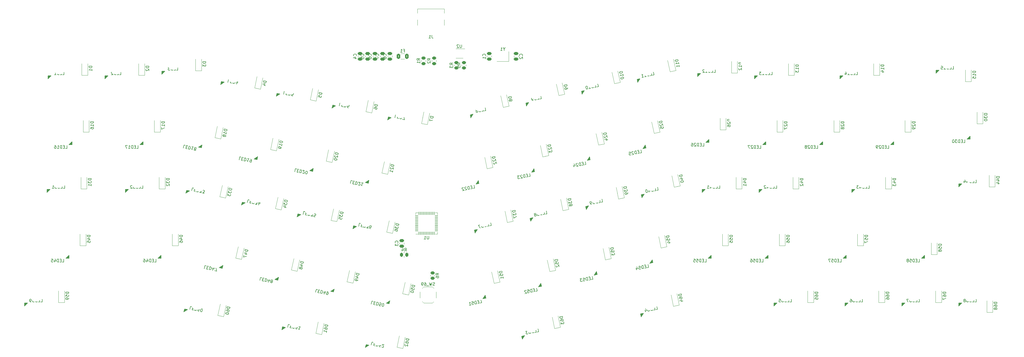
<source format=gbo>
G04 #@! TF.GenerationSoftware,KiCad,Pcbnew,(6.0.1)*
G04 #@! TF.CreationDate,2022-05-09T18:46:19+09:00*
G04 #@! TF.ProjectId,Skeleton68,536b656c-6574-46f6-9e36-382e6b696361,rev?*
G04 #@! TF.SameCoordinates,Original*
G04 #@! TF.FileFunction,Legend,Bot*
G04 #@! TF.FilePolarity,Positive*
%FSLAX46Y46*%
G04 Gerber Fmt 4.6, Leading zero omitted, Abs format (unit mm)*
G04 Created by KiCad (PCBNEW (6.0.1)) date 2022-05-09 18:46:19*
%MOMM*%
%LPD*%
G01*
G04 APERTURE LIST*
G04 Aperture macros list*
%AMRoundRect*
0 Rectangle with rounded corners*
0 $1 Rounding radius*
0 $2 $3 $4 $5 $6 $7 $8 $9 X,Y pos of 4 corners*
0 Add a 4 corners polygon primitive as box body*
4,1,4,$2,$3,$4,$5,$6,$7,$8,$9,$2,$3,0*
0 Add four circle primitives for the rounded corners*
1,1,$1+$1,$2,$3*
1,1,$1+$1,$4,$5*
1,1,$1+$1,$6,$7*
1,1,$1+$1,$8,$9*
0 Add four rect primitives between the rounded corners*
20,1,$1+$1,$2,$3,$4,$5,0*
20,1,$1+$1,$4,$5,$6,$7,0*
20,1,$1+$1,$6,$7,$8,$9,0*
20,1,$1+$1,$8,$9,$2,$3,0*%
%AMRotRect*
0 Rectangle, with rotation*
0 The origin of the aperture is its center*
0 $1 length*
0 $2 width*
0 $3 Rotation angle, in degrees counterclockwise*
0 Add horizontal line*
21,1,$1,$2,0,0,$3*%
G04 Aperture macros list end*
%ADD10C,0.150000*%
%ADD11C,0.120000*%
%ADD12C,3.000000*%
%ADD13C,3.987800*%
%ADD14C,1.750000*%
%ADD15R,2.550000X2.500000*%
%ADD16RotRect,2.550000X2.500000X192.000000*%
%ADD17C,3.048000*%
%ADD18RotRect,2.550000X2.500000X168.000000*%
%ADD19RotRect,0.900000X1.200000X102.000000*%
%ADD20R,1.700000X0.820000*%
%ADD21R,1.200000X0.900000*%
%ADD22RotRect,1.700000X0.820000X168.000000*%
%ADD23RoundRect,0.062500X-0.475000X-0.062500X0.475000X-0.062500X0.475000X0.062500X-0.475000X0.062500X0*%
%ADD24RoundRect,0.062500X-0.062500X-0.475000X0.062500X-0.475000X0.062500X0.475000X-0.062500X0.475000X0*%
%ADD25R,5.200000X5.200000*%
%ADD26RotRect,0.900000X1.200000X78.000000*%
%ADD27RoundRect,0.250000X-0.475000X0.250000X-0.475000X-0.250000X0.475000X-0.250000X0.475000X0.250000X0*%
%ADD28RoundRect,0.250000X0.450000X-0.262500X0.450000X0.262500X-0.450000X0.262500X-0.450000X-0.262500X0*%
%ADD29RoundRect,0.250000X-0.450000X0.262500X-0.450000X-0.262500X0.450000X-0.262500X0.450000X0.262500X0*%
%ADD30RotRect,1.700000X0.820000X192.000000*%
%ADD31RotRect,1.700000X0.820000X12.000000*%
%ADD32RotRect,1.700000X0.820000X348.000000*%
%ADD33R,1.400000X1.200000*%
%ADD34RoundRect,0.250000X0.375000X0.625000X-0.375000X0.625000X-0.375000X-0.625000X0.375000X-0.625000X0*%
%ADD35R,1.400000X1.000000*%
%ADD36RoundRect,0.250000X0.262500X0.450000X-0.262500X0.450000X-0.262500X-0.450000X0.262500X-0.450000X0*%
%ADD37R,1.800000X1.100000*%
%ADD38C,0.600000*%
%ADD39R,0.600000X1.160000*%
%ADD40R,0.300000X1.160000*%
%ADD41O,0.900000X1.700000*%
%ADD42O,0.900000X2.000000*%
%ADD43RoundRect,0.250000X0.475000X-0.250000X0.475000X0.250000X-0.475000X0.250000X-0.475000X-0.250000X0*%
G04 APERTURE END LIST*
D10*
X186180826Y-66592571D02*
X185202678Y-66800482D01*
X185252181Y-67033375D01*
X185328461Y-67163209D01*
X185441419Y-67236565D01*
X185544476Y-67263342D01*
X185740691Y-67270319D01*
X185880426Y-67240617D01*
X186056839Y-67154436D01*
X186140096Y-67088057D01*
X186213452Y-66975099D01*
X186230328Y-66825463D01*
X186180826Y-66592571D01*
X185390789Y-67685473D02*
X185519496Y-68290993D01*
X185822820Y-67885739D01*
X185852521Y-68025475D01*
X185918901Y-68108731D01*
X185975380Y-68145409D01*
X186078437Y-68172186D01*
X186311330Y-68122683D01*
X186394586Y-68056304D01*
X186431264Y-67999825D01*
X186458041Y-67896767D01*
X186398638Y-67617297D01*
X186332258Y-67534040D01*
X186275779Y-67497362D01*
X185588800Y-68617042D02*
X185727408Y-69269140D01*
X186616450Y-68642023D01*
X268676238Y-83952380D02*
X269152428Y-83952380D01*
X269152428Y-82952380D01*
X268342904Y-83428571D02*
X268009571Y-83428571D01*
X267866714Y-83952380D02*
X268342904Y-83952380D01*
X268342904Y-82952380D01*
X267866714Y-82952380D01*
X267438142Y-83952380D02*
X267438142Y-82952380D01*
X267200047Y-82952380D01*
X267057190Y-83000000D01*
X266961952Y-83095238D01*
X266914333Y-83190476D01*
X266866714Y-83380952D01*
X266866714Y-83523809D01*
X266914333Y-83714285D01*
X266961952Y-83809523D01*
X267057190Y-83904761D01*
X267200047Y-83952380D01*
X267438142Y-83952380D01*
X265961952Y-82952380D02*
X266438142Y-82952380D01*
X266485761Y-83428571D01*
X266438142Y-83380952D01*
X266342904Y-83333333D01*
X266104809Y-83333333D01*
X266009571Y-83380952D01*
X265961952Y-83428571D01*
X265914333Y-83523809D01*
X265914333Y-83761904D01*
X265961952Y-83857142D01*
X266009571Y-83904761D01*
X266104809Y-83952380D01*
X266342904Y-83952380D01*
X266438142Y-83904761D01*
X266485761Y-83857142D01*
X265057190Y-82952380D02*
X265247666Y-82952380D01*
X265342904Y-83000000D01*
X265390523Y-83047619D01*
X265485761Y-83190476D01*
X265533380Y-83380952D01*
X265533380Y-83761904D01*
X265485761Y-83857142D01*
X265438142Y-83904761D01*
X265342904Y-83952380D01*
X265152428Y-83952380D01*
X265057190Y-83904761D01*
X265009571Y-83857142D01*
X264961952Y-83761904D01*
X264961952Y-83523809D01*
X265009571Y-83428571D01*
X265057190Y-83380952D01*
X265152428Y-83333333D01*
X265342904Y-83333333D01*
X265438142Y-83380952D01*
X265485761Y-83428571D01*
X265533380Y-83523809D01*
X44480380Y-18311904D02*
X43480380Y-18311904D01*
X43480380Y-18550000D01*
X43528000Y-18692857D01*
X43623238Y-18788095D01*
X43718476Y-18835714D01*
X43908952Y-18883333D01*
X44051809Y-18883333D01*
X44242285Y-18835714D01*
X44337523Y-18788095D01*
X44432761Y-18692857D01*
X44480380Y-18550000D01*
X44480380Y-18311904D01*
X44480380Y-19835714D02*
X44480380Y-19264285D01*
X44480380Y-19550000D02*
X43480380Y-19550000D01*
X43623238Y-19454761D01*
X43718476Y-19359523D01*
X43766095Y-19264285D01*
X61031238Y-59302380D02*
X61507428Y-59302380D01*
X61507428Y-58302380D01*
X60697904Y-58778571D02*
X60364571Y-58778571D01*
X60221714Y-59302380D02*
X60697904Y-59302380D01*
X60697904Y-58302380D01*
X60221714Y-58302380D01*
X59793142Y-59302380D02*
X59793142Y-58302380D01*
X59555047Y-58302380D01*
X59412190Y-58350000D01*
X59316952Y-58445238D01*
X59269333Y-58540476D01*
X59221714Y-58730952D01*
X59221714Y-58873809D01*
X59269333Y-59064285D01*
X59316952Y-59159523D01*
X59412190Y-59254761D01*
X59555047Y-59302380D01*
X59793142Y-59302380D01*
X58888380Y-58302380D02*
X58269333Y-58302380D01*
X58602666Y-58683333D01*
X58459809Y-58683333D01*
X58364571Y-58730952D01*
X58316952Y-58778571D01*
X58269333Y-58873809D01*
X58269333Y-59111904D01*
X58316952Y-59207142D01*
X58364571Y-59254761D01*
X58459809Y-59302380D01*
X58745523Y-59302380D01*
X58840761Y-59254761D01*
X58888380Y-59207142D01*
X57888380Y-58397619D02*
X57840761Y-58350000D01*
X57745523Y-58302380D01*
X57507428Y-58302380D01*
X57412190Y-58350000D01*
X57364571Y-58397619D01*
X57316952Y-58492857D01*
X57316952Y-58588095D01*
X57364571Y-58730952D01*
X57936000Y-59302380D01*
X57316952Y-59302380D01*
X347532380Y-97405714D02*
X346532380Y-97405714D01*
X346532380Y-97643809D01*
X346580000Y-97786666D01*
X346675238Y-97881904D01*
X346770476Y-97929523D01*
X346960952Y-97977142D01*
X347103809Y-97977142D01*
X347294285Y-97929523D01*
X347389523Y-97881904D01*
X347484761Y-97786666D01*
X347532380Y-97643809D01*
X347532380Y-97405714D01*
X346532380Y-98834285D02*
X346532380Y-98643809D01*
X346580000Y-98548571D01*
X346627619Y-98500952D01*
X346770476Y-98405714D01*
X346960952Y-98358095D01*
X347341904Y-98358095D01*
X347437142Y-98405714D01*
X347484761Y-98453333D01*
X347532380Y-98548571D01*
X347532380Y-98739047D01*
X347484761Y-98834285D01*
X347437142Y-98881904D01*
X347341904Y-98929523D01*
X347103809Y-98929523D01*
X347008571Y-98881904D01*
X346960952Y-98834285D01*
X346913333Y-98739047D01*
X346913333Y-98548571D01*
X346960952Y-98453333D01*
X347008571Y-98405714D01*
X347103809Y-98358095D01*
X346960952Y-99500952D02*
X346913333Y-99405714D01*
X346865714Y-99358095D01*
X346770476Y-99310476D01*
X346722857Y-99310476D01*
X346627619Y-99358095D01*
X346580000Y-99405714D01*
X346532380Y-99500952D01*
X346532380Y-99691428D01*
X346580000Y-99786666D01*
X346627619Y-99834285D01*
X346722857Y-99881904D01*
X346770476Y-99881904D01*
X346865714Y-99834285D01*
X346913333Y-99786666D01*
X346960952Y-99691428D01*
X346960952Y-99500952D01*
X347008571Y-99405714D01*
X347056190Y-99358095D01*
X347151428Y-99310476D01*
X347341904Y-99310476D01*
X347437142Y-99358095D01*
X347484761Y-99405714D01*
X347532380Y-99500952D01*
X347532380Y-99691428D01*
X347484761Y-99786666D01*
X347437142Y-99834285D01*
X347341904Y-99881904D01*
X347151428Y-99881904D01*
X347056190Y-99834285D01*
X347008571Y-99786666D01*
X346960952Y-99691428D01*
X286964238Y-45852380D02*
X287440428Y-45852380D01*
X287440428Y-44852380D01*
X286630904Y-45328571D02*
X286297571Y-45328571D01*
X286154714Y-45852380D02*
X286630904Y-45852380D01*
X286630904Y-44852380D01*
X286154714Y-44852380D01*
X285726142Y-45852380D02*
X285726142Y-44852380D01*
X285488047Y-44852380D01*
X285345190Y-44900000D01*
X285249952Y-44995238D01*
X285202333Y-45090476D01*
X285154714Y-45280952D01*
X285154714Y-45423809D01*
X285202333Y-45614285D01*
X285249952Y-45709523D01*
X285345190Y-45804761D01*
X285488047Y-45852380D01*
X285726142Y-45852380D01*
X284773761Y-44947619D02*
X284726142Y-44900000D01*
X284630904Y-44852380D01*
X284392809Y-44852380D01*
X284297571Y-44900000D01*
X284249952Y-44947619D01*
X284202333Y-45042857D01*
X284202333Y-45138095D01*
X284249952Y-45280952D01*
X284821380Y-45852380D01*
X284202333Y-45852380D01*
X283630904Y-45280952D02*
X283726142Y-45233333D01*
X283773761Y-45185714D01*
X283821380Y-45090476D01*
X283821380Y-45042857D01*
X283773761Y-44947619D01*
X283726142Y-44900000D01*
X283630904Y-44852380D01*
X283440428Y-44852380D01*
X283345190Y-44900000D01*
X283297571Y-44947619D01*
X283249952Y-45042857D01*
X283249952Y-45090476D01*
X283297571Y-45185714D01*
X283345190Y-45233333D01*
X283440428Y-45280952D01*
X283630904Y-45280952D01*
X283726142Y-45328571D01*
X283773761Y-45376190D01*
X283821380Y-45471428D01*
X283821380Y-45661904D01*
X283773761Y-45757142D01*
X283726142Y-45804761D01*
X283630904Y-45852380D01*
X283440428Y-45852380D01*
X283345190Y-45804761D01*
X283297571Y-45757142D01*
X283249952Y-45661904D01*
X283249952Y-45471428D01*
X283297571Y-45376190D01*
X283345190Y-45328571D01*
X283440428Y-45280952D01*
X204814526Y-62631871D02*
X203836378Y-62839782D01*
X203885881Y-63072675D01*
X203962161Y-63202509D01*
X204075119Y-63275865D01*
X204178176Y-63302642D01*
X204374391Y-63309619D01*
X204514126Y-63279917D01*
X204690539Y-63193736D01*
X204773796Y-63127357D01*
X204847152Y-63014399D01*
X204864028Y-62864763D01*
X204814526Y-62631871D01*
X204024489Y-63724773D02*
X204153196Y-64330293D01*
X204456520Y-63925039D01*
X204486221Y-64064775D01*
X204552601Y-64148031D01*
X204609080Y-64184709D01*
X204712137Y-64211486D01*
X204945030Y-64161983D01*
X205028286Y-64095604D01*
X205064964Y-64039125D01*
X205091741Y-63936067D01*
X205032338Y-63656597D01*
X204965958Y-63573340D01*
X204909479Y-63536662D01*
X204691209Y-64800129D02*
X204624829Y-64716873D01*
X204568350Y-64680195D01*
X204465293Y-64653418D01*
X204418714Y-64663318D01*
X204335458Y-64729698D01*
X204298780Y-64786177D01*
X204272003Y-64889234D01*
X204311605Y-65075548D01*
X204377984Y-65158805D01*
X204434463Y-65195482D01*
X204537521Y-65222260D01*
X204584099Y-65212359D01*
X204667356Y-65145980D01*
X204704034Y-65089501D01*
X204730811Y-64986443D01*
X204691209Y-64800129D01*
X204717986Y-64697072D01*
X204754664Y-64640593D01*
X204837920Y-64574213D01*
X205024234Y-64534611D01*
X205127292Y-64561388D01*
X205183771Y-64598066D01*
X205250150Y-64681323D01*
X205289752Y-64867636D01*
X205262975Y-64970694D01*
X205226297Y-65027173D01*
X205143041Y-65093553D01*
X204956727Y-65133155D01*
X204853669Y-65106377D01*
X204797190Y-65069700D01*
X204730811Y-64986443D01*
X235326126Y-36670771D02*
X234347978Y-36878682D01*
X234397481Y-37111575D01*
X234473761Y-37241409D01*
X234586719Y-37314765D01*
X234689776Y-37341542D01*
X234885991Y-37348519D01*
X235025726Y-37318817D01*
X235202139Y-37232636D01*
X235285396Y-37166257D01*
X235358752Y-37053299D01*
X235375628Y-36903663D01*
X235326126Y-36670771D01*
X234639146Y-37790450D02*
X234602468Y-37846929D01*
X234575691Y-37949987D01*
X234625194Y-38182879D01*
X234691573Y-38266135D01*
X234748052Y-38302813D01*
X234851110Y-38329591D01*
X234944267Y-38309790D01*
X235074101Y-38233509D01*
X235514236Y-37555761D01*
X235642943Y-38161281D01*
X234852906Y-39254184D02*
X234753901Y-38788399D01*
X235209785Y-38642815D01*
X235173107Y-38699294D01*
X235146330Y-38802351D01*
X235195832Y-39035244D01*
X235262212Y-39118500D01*
X235318691Y-39155178D01*
X235421748Y-39181955D01*
X235654641Y-39132453D01*
X235737897Y-39066073D01*
X235774575Y-39009594D01*
X235801352Y-38906536D01*
X235751850Y-38673644D01*
X235685470Y-38590388D01*
X235628991Y-38553710D01*
X120013723Y-93195949D02*
X119547939Y-93096943D01*
X119340027Y-94075091D01*
X120230867Y-93777615D02*
X120556916Y-93846919D01*
X120805557Y-93364258D02*
X120339773Y-93265252D01*
X120131861Y-94243400D01*
X120597646Y-94342406D01*
X121224763Y-93453363D02*
X121016852Y-94431511D01*
X121249744Y-94481013D01*
X121399380Y-94464137D01*
X121512338Y-94390781D01*
X121578717Y-94307524D01*
X121664898Y-94131111D01*
X121694600Y-93991376D01*
X121687624Y-93795161D01*
X121660846Y-93692104D01*
X121587490Y-93579146D01*
X121457656Y-93502866D01*
X121224763Y-93453363D01*
X122483509Y-94402478D02*
X122622117Y-93750380D01*
X122171413Y-94725603D02*
X122087029Y-93977423D01*
X122692549Y-94106131D01*
X123181059Y-93869186D02*
X123367372Y-93908789D01*
X123450629Y-93975168D01*
X123487307Y-94031647D01*
X123550762Y-94191184D01*
X123557738Y-94387398D01*
X123478534Y-94760026D01*
X123412154Y-94843282D01*
X123355675Y-94879960D01*
X123252618Y-94906737D01*
X123066304Y-94867135D01*
X122983047Y-94800756D01*
X122946370Y-94744276D01*
X122919592Y-94641219D01*
X122969095Y-94408327D01*
X123035475Y-94325070D01*
X123091954Y-94288392D01*
X123195011Y-94261615D01*
X123381325Y-94301217D01*
X123464581Y-94367597D01*
X123501259Y-94424076D01*
X123528036Y-94527133D01*
X157261904Y-75272380D02*
X157261904Y-76081904D01*
X157214285Y-76177142D01*
X157166666Y-76224761D01*
X157071428Y-76272380D01*
X156880952Y-76272380D01*
X156785714Y-76224761D01*
X156738095Y-76177142D01*
X156690476Y-76081904D01*
X156690476Y-75272380D01*
X155690476Y-76272380D02*
X156261904Y-76272380D01*
X155976190Y-76272380D02*
X155976190Y-75272380D01*
X156071428Y-75415238D01*
X156166666Y-75510476D01*
X156261904Y-75558095D01*
X102888848Y-23374012D02*
X101910701Y-23166100D01*
X101861198Y-23398992D01*
X101878075Y-23548628D01*
X101951431Y-23661586D01*
X102034687Y-23727966D01*
X102211100Y-23814147D01*
X102350836Y-23843848D01*
X102547050Y-23836872D01*
X102650108Y-23810095D01*
X102763066Y-23736739D01*
X102839346Y-23606904D01*
X102888848Y-23374012D01*
X101939733Y-24632758D02*
X102591832Y-24771365D01*
X101616608Y-24320661D02*
X102364788Y-24236277D01*
X102236081Y-24841797D01*
X294870238Y-83952380D02*
X295346428Y-83952380D01*
X295346428Y-82952380D01*
X294536904Y-83428571D02*
X294203571Y-83428571D01*
X294060714Y-83952380D02*
X294536904Y-83952380D01*
X294536904Y-82952380D01*
X294060714Y-82952380D01*
X293632142Y-83952380D02*
X293632142Y-82952380D01*
X293394047Y-82952380D01*
X293251190Y-83000000D01*
X293155952Y-83095238D01*
X293108333Y-83190476D01*
X293060714Y-83380952D01*
X293060714Y-83523809D01*
X293108333Y-83714285D01*
X293155952Y-83809523D01*
X293251190Y-83904761D01*
X293394047Y-83952380D01*
X293632142Y-83952380D01*
X292155952Y-82952380D02*
X292632142Y-82952380D01*
X292679761Y-83428571D01*
X292632142Y-83380952D01*
X292536904Y-83333333D01*
X292298809Y-83333333D01*
X292203571Y-83380952D01*
X292155952Y-83428571D01*
X292108333Y-83523809D01*
X292108333Y-83761904D01*
X292155952Y-83857142D01*
X292203571Y-83904761D01*
X292298809Y-83952380D01*
X292536904Y-83952380D01*
X292632142Y-83904761D01*
X292679761Y-83857142D01*
X291775000Y-82952380D02*
X291108333Y-82952380D01*
X291536904Y-83952380D01*
X203513931Y-24443955D02*
X202535784Y-24651867D01*
X202585286Y-24884759D01*
X202661567Y-25014594D01*
X202774525Y-25087950D01*
X202877582Y-25114727D01*
X203073796Y-25121703D01*
X203213532Y-25092002D01*
X203389945Y-25005821D01*
X203473201Y-24939441D01*
X203546557Y-24826483D01*
X203563434Y-24676847D01*
X203513931Y-24443955D01*
X203731743Y-25468681D02*
X203771346Y-25654995D01*
X203744568Y-25758052D01*
X203707890Y-25814531D01*
X203587956Y-25937390D01*
X203411543Y-26023571D01*
X203038915Y-26102775D01*
X202935858Y-26075998D01*
X202879379Y-26039320D01*
X202812999Y-25956064D01*
X202773397Y-25769750D01*
X202800174Y-25666692D01*
X202836852Y-25610213D01*
X202920109Y-25543834D01*
X203153001Y-25494331D01*
X203256058Y-25521108D01*
X203312537Y-25557786D01*
X203378917Y-25641043D01*
X203418519Y-25827356D01*
X203391742Y-25930414D01*
X203355064Y-25986893D01*
X203271808Y-26053272D01*
X113028123Y-52759949D02*
X112562339Y-52660943D01*
X112354427Y-53639091D01*
X113245267Y-53341615D02*
X113571316Y-53410919D01*
X113819957Y-52928258D02*
X113354173Y-52829252D01*
X113146261Y-53807400D01*
X113612046Y-53906406D01*
X114239163Y-53017363D02*
X114031252Y-53995511D01*
X114264144Y-54045013D01*
X114413780Y-54028137D01*
X114526738Y-53954781D01*
X114593117Y-53871524D01*
X114679298Y-53695111D01*
X114709000Y-53555376D01*
X114702024Y-53359161D01*
X114675246Y-53256104D01*
X114601890Y-53143146D01*
X114472056Y-53066866D01*
X114239163Y-53017363D01*
X114982622Y-54100365D02*
X115019300Y-54156844D01*
X115102556Y-54223223D01*
X115335448Y-54272726D01*
X115438506Y-54245949D01*
X115494985Y-54209271D01*
X115561365Y-54126015D01*
X115581166Y-54032858D01*
X115564289Y-53883222D01*
X115124154Y-53205474D01*
X115729674Y-53334181D01*
X116127282Y-54441036D02*
X116220439Y-54460837D01*
X116323497Y-54434059D01*
X116379976Y-54397382D01*
X116446355Y-54314125D01*
X116532536Y-54137712D01*
X116582039Y-53904820D01*
X116575062Y-53708605D01*
X116548285Y-53605548D01*
X116511607Y-53549069D01*
X116428351Y-53482689D01*
X116335194Y-53462888D01*
X116232136Y-53489665D01*
X116175657Y-53526343D01*
X116109278Y-53609600D01*
X116023097Y-53786013D01*
X115973594Y-54018905D01*
X115980571Y-54215120D01*
X116007348Y-54318177D01*
X116044026Y-54374656D01*
X116127282Y-54441036D01*
X140156248Y-31295412D02*
X139178101Y-31087500D01*
X139128598Y-31320392D01*
X139145475Y-31470028D01*
X139218831Y-31582986D01*
X139302087Y-31649366D01*
X139478500Y-31735547D01*
X139618236Y-31765248D01*
X139814450Y-31758272D01*
X139917508Y-31731495D01*
X140030466Y-31658139D01*
X140106746Y-31528304D01*
X140156248Y-31295412D01*
X138881084Y-32484854D02*
X138920686Y-32298540D01*
X138987066Y-32215284D01*
X139043545Y-32178606D01*
X139203081Y-32115150D01*
X139399296Y-32108174D01*
X139771924Y-32187379D01*
X139855180Y-32253758D01*
X139891858Y-32310237D01*
X139918635Y-32413295D01*
X139879033Y-32599609D01*
X139812653Y-32682865D01*
X139756174Y-32719543D01*
X139653117Y-32746320D01*
X139420225Y-32696817D01*
X139336968Y-32630438D01*
X139300290Y-32573959D01*
X139273513Y-32470901D01*
X139313115Y-32284587D01*
X139379495Y-32201331D01*
X139435974Y-32164653D01*
X139539031Y-32137876D01*
X101379923Y-89235249D02*
X100914139Y-89136243D01*
X100706227Y-90114391D01*
X101597067Y-89816915D02*
X101923116Y-89886219D01*
X102171757Y-89403558D02*
X101705973Y-89304552D01*
X101498061Y-90282700D01*
X101963846Y-90381706D01*
X102590963Y-89492663D02*
X102383052Y-90470811D01*
X102615944Y-90520313D01*
X102765580Y-90503437D01*
X102878538Y-90430081D01*
X102944917Y-90346824D01*
X103031098Y-90170411D01*
X103060800Y-90030676D01*
X103053824Y-89834461D01*
X103027046Y-89731404D01*
X102953690Y-89618446D01*
X102823856Y-89542166D01*
X102590963Y-89492663D01*
X103849709Y-90441778D02*
X103988317Y-89789680D01*
X103537613Y-90764903D02*
X103453229Y-90016723D01*
X104058749Y-90145431D01*
X104521609Y-90487229D02*
X104418551Y-90514006D01*
X104362072Y-90550684D01*
X104295693Y-90633941D01*
X104285792Y-90680519D01*
X104312570Y-90783576D01*
X104349247Y-90840056D01*
X104432504Y-90906435D01*
X104618818Y-90946037D01*
X104721875Y-90919260D01*
X104778354Y-90882582D01*
X104844734Y-90799326D01*
X104854634Y-90752747D01*
X104827857Y-90649690D01*
X104791179Y-90593211D01*
X104707923Y-90526831D01*
X104521609Y-90487229D01*
X104438352Y-90420849D01*
X104401675Y-90364370D01*
X104374897Y-90261313D01*
X104414499Y-90074999D01*
X104480879Y-89991743D01*
X104537358Y-89955065D01*
X104640415Y-89928287D01*
X104826729Y-89967890D01*
X104909986Y-90034269D01*
X104946664Y-90090748D01*
X104973441Y-90193806D01*
X104933839Y-90380120D01*
X104867459Y-90463376D01*
X104810980Y-90500054D01*
X104707923Y-90526831D01*
X309656380Y-17835714D02*
X308656380Y-17835714D01*
X308656380Y-18073809D01*
X308704000Y-18216666D01*
X308799238Y-18311904D01*
X308894476Y-18359523D01*
X309084952Y-18407142D01*
X309227809Y-18407142D01*
X309418285Y-18359523D01*
X309513523Y-18311904D01*
X309608761Y-18216666D01*
X309656380Y-18073809D01*
X309656380Y-17835714D01*
X309656380Y-19359523D02*
X309656380Y-18788095D01*
X309656380Y-19073809D02*
X308656380Y-19073809D01*
X308799238Y-18978571D01*
X308894476Y-18883333D01*
X308942095Y-18788095D01*
X308989714Y-20216666D02*
X309656380Y-20216666D01*
X308608761Y-19978571D02*
X309323047Y-19740476D01*
X309323047Y-20359523D01*
X176177142Y-14833333D02*
X176224761Y-14785714D01*
X176272380Y-14642857D01*
X176272380Y-14547619D01*
X176224761Y-14404761D01*
X176129523Y-14309523D01*
X176034285Y-14261904D01*
X175843809Y-14214285D01*
X175700952Y-14214285D01*
X175510476Y-14261904D01*
X175415238Y-14309523D01*
X175320000Y-14404761D01*
X175272380Y-14547619D01*
X175272380Y-14642857D01*
X175320000Y-14785714D01*
X175367619Y-14833333D01*
X176272380Y-15785714D02*
X176272380Y-15214285D01*
X176272380Y-15500000D02*
X175272380Y-15500000D01*
X175415238Y-15404761D01*
X175510476Y-15309523D01*
X175558095Y-15214285D01*
X160602380Y-88333333D02*
X160126190Y-88000000D01*
X160602380Y-87761904D02*
X159602380Y-87761904D01*
X159602380Y-88142857D01*
X159650000Y-88238095D01*
X159697619Y-88285714D01*
X159792857Y-88333333D01*
X159935714Y-88333333D01*
X160030952Y-88285714D01*
X160078571Y-88238095D01*
X160126190Y-88142857D01*
X160126190Y-87761904D01*
X159602380Y-89190476D02*
X159602380Y-89000000D01*
X159650000Y-88904761D01*
X159697619Y-88857142D01*
X159840476Y-88761904D01*
X160030952Y-88714285D01*
X160411904Y-88714285D01*
X160507142Y-88761904D01*
X160554761Y-88809523D01*
X160602380Y-88904761D01*
X160602380Y-89095238D01*
X160554761Y-89190476D01*
X160507142Y-89238095D01*
X160411904Y-89285714D01*
X160173809Y-89285714D01*
X160078571Y-89238095D01*
X160030952Y-89190476D01*
X159983333Y-89095238D01*
X159983333Y-88904761D01*
X160030952Y-88809523D01*
X160078571Y-88761904D01*
X160173809Y-88714285D01*
X70388380Y-55935714D02*
X69388380Y-55935714D01*
X69388380Y-56173809D01*
X69436000Y-56316666D01*
X69531238Y-56411904D01*
X69626476Y-56459523D01*
X69816952Y-56507142D01*
X69959809Y-56507142D01*
X70150285Y-56459523D01*
X70245523Y-56411904D01*
X70340761Y-56316666D01*
X70388380Y-56173809D01*
X70388380Y-55935714D01*
X69388380Y-56840476D02*
X69388380Y-57459523D01*
X69769333Y-57126190D01*
X69769333Y-57269047D01*
X69816952Y-57364285D01*
X69864571Y-57411904D01*
X69959809Y-57459523D01*
X70197904Y-57459523D01*
X70293142Y-57411904D01*
X70340761Y-57364285D01*
X70388380Y-57269047D01*
X70388380Y-56983333D01*
X70340761Y-56888095D01*
X70293142Y-56840476D01*
X69483619Y-57840476D02*
X69436000Y-57888095D01*
X69388380Y-57983333D01*
X69388380Y-58221428D01*
X69436000Y-58316666D01*
X69483619Y-58364285D01*
X69578857Y-58411904D01*
X69674095Y-58411904D01*
X69816952Y-58364285D01*
X70388380Y-57792857D01*
X70388380Y-58411904D01*
X154302380Y-16333333D02*
X153826190Y-16000000D01*
X154302380Y-15761904D02*
X153302380Y-15761904D01*
X153302380Y-16142857D01*
X153350000Y-16238095D01*
X153397619Y-16285714D01*
X153492857Y-16333333D01*
X153635714Y-16333333D01*
X153730952Y-16285714D01*
X153778571Y-16238095D01*
X153826190Y-16142857D01*
X153826190Y-15761904D01*
X154302380Y-17285714D02*
X154302380Y-16714285D01*
X154302380Y-17000000D02*
X153302380Y-17000000D01*
X153445238Y-16904761D01*
X153540476Y-16809523D01*
X153588095Y-16714285D01*
X90674154Y-99167027D02*
X89696006Y-98959115D01*
X89646504Y-99192008D01*
X89663380Y-99341644D01*
X89736736Y-99454602D01*
X89819993Y-99520981D01*
X89996406Y-99607162D01*
X90136141Y-99636864D01*
X90332356Y-99629887D01*
X90435413Y-99603110D01*
X90548371Y-99529754D01*
X90624651Y-99399919D01*
X90674154Y-99167027D01*
X89398990Y-100356469D02*
X89438592Y-100170155D01*
X89504972Y-100086899D01*
X89561451Y-100050221D01*
X89720987Y-99986766D01*
X89917201Y-99979790D01*
X90289829Y-100058994D01*
X90373085Y-100125374D01*
X90409763Y-100181853D01*
X90436541Y-100284910D01*
X90396938Y-100471224D01*
X90330559Y-100554480D01*
X90274080Y-100591158D01*
X90171022Y-100617936D01*
X89938130Y-100568433D01*
X89854874Y-100502053D01*
X89818196Y-100445574D01*
X89791419Y-100342517D01*
X89831021Y-100156203D01*
X89897400Y-100072947D01*
X89953879Y-100036269D01*
X90056937Y-100009491D01*
X89250481Y-101055146D02*
X89230680Y-101148303D01*
X89257458Y-101251360D01*
X89294136Y-101307839D01*
X89377392Y-101374219D01*
X89553805Y-101460400D01*
X89786697Y-101509902D01*
X89982912Y-101502926D01*
X90085969Y-101476149D01*
X90142448Y-101439471D01*
X90208828Y-101356215D01*
X90228629Y-101263058D01*
X90201852Y-101160000D01*
X90165174Y-101103521D01*
X90081917Y-101037142D01*
X89905504Y-100950961D01*
X89672612Y-100901458D01*
X89476397Y-100908434D01*
X89373340Y-100935212D01*
X89316861Y-100971890D01*
X89250481Y-101055146D01*
X91339654Y-59383527D02*
X90361506Y-59175615D01*
X90312004Y-59408508D01*
X90328880Y-59558144D01*
X90402236Y-59671102D01*
X90485493Y-59737481D01*
X90661906Y-59823662D01*
X90801641Y-59853364D01*
X90997856Y-59846387D01*
X91100913Y-59819610D01*
X91213871Y-59746254D01*
X91290151Y-59616419D01*
X91339654Y-59383527D01*
X90173396Y-60060606D02*
X90044689Y-60666126D01*
X90486620Y-60419281D01*
X90456919Y-60559017D01*
X90483696Y-60662074D01*
X90520374Y-60718553D01*
X90603630Y-60784933D01*
X90836522Y-60834436D01*
X90939580Y-60807658D01*
X90996059Y-60770980D01*
X91062438Y-60687724D01*
X91121842Y-60408253D01*
X91095064Y-60305196D01*
X91058387Y-60248717D01*
X89975385Y-60992175D02*
X89846677Y-61597695D01*
X90288609Y-61350850D01*
X90258907Y-61490586D01*
X90285685Y-61593643D01*
X90322363Y-61650122D01*
X90405619Y-61716502D01*
X90638511Y-61766005D01*
X90741569Y-61739227D01*
X90798048Y-61702549D01*
X90864427Y-61619293D01*
X90923831Y-61339822D01*
X90897053Y-61236765D01*
X90860375Y-61180286D01*
X172136686Y-59269139D02*
X172602471Y-59170134D01*
X172394559Y-58191986D01*
X171701731Y-58826080D02*
X171375682Y-58895384D01*
X171344852Y-59437449D02*
X171810637Y-59338443D01*
X171602725Y-58360295D01*
X171136941Y-58459301D01*
X170925646Y-59526554D02*
X170717735Y-58548406D01*
X170484842Y-58597909D01*
X170355007Y-58674189D01*
X170281652Y-58787147D01*
X170254874Y-58890204D01*
X170247898Y-59086419D01*
X170277600Y-59226154D01*
X170363780Y-59402568D01*
X170430160Y-59485824D01*
X170543118Y-59559180D01*
X170692754Y-59576056D01*
X170925646Y-59526554D01*
X169805966Y-58839574D02*
X169749487Y-58802896D01*
X169646430Y-58776119D01*
X169413538Y-58825622D01*
X169330281Y-58892001D01*
X169293603Y-58948480D01*
X169266826Y-59051538D01*
X169286627Y-59144695D01*
X169362907Y-59274529D01*
X170040656Y-59714664D01*
X169435136Y-59843371D01*
X168874397Y-59037585D02*
X168817918Y-59000907D01*
X168714861Y-58974130D01*
X168481969Y-59023633D01*
X168398712Y-59090012D01*
X168362034Y-59146491D01*
X168335257Y-59249549D01*
X168355058Y-59342706D01*
X168431338Y-59472541D01*
X169109086Y-59912675D01*
X168503566Y-60041383D01*
X193101686Y-93764039D02*
X193567471Y-93665034D01*
X193359559Y-92686886D01*
X192666731Y-93320980D02*
X192340682Y-93390284D01*
X192309852Y-93932349D02*
X192775637Y-93833343D01*
X192567725Y-92855195D01*
X192101941Y-92954201D01*
X191890646Y-94021454D02*
X191682735Y-93043306D01*
X191449842Y-93092809D01*
X191320007Y-93169089D01*
X191246652Y-93282047D01*
X191219874Y-93385104D01*
X191212898Y-93581319D01*
X191242600Y-93721054D01*
X191328780Y-93897468D01*
X191395160Y-93980724D01*
X191508118Y-94054080D01*
X191657754Y-94070956D01*
X191890646Y-94021454D01*
X190238802Y-93350223D02*
X190704587Y-93251218D01*
X190850171Y-93707102D01*
X190793692Y-93670424D01*
X190690634Y-93643647D01*
X190457742Y-93693149D01*
X190374486Y-93759529D01*
X190337808Y-93816008D01*
X190311031Y-93919065D01*
X190360533Y-94151958D01*
X190426913Y-94235214D01*
X190483392Y-94271892D01*
X190586449Y-94298669D01*
X190819342Y-94249166D01*
X190902598Y-94182787D01*
X190939276Y-94126308D01*
X189839397Y-93532485D02*
X189782918Y-93495807D01*
X189679861Y-93469030D01*
X189446969Y-93518533D01*
X189363712Y-93584912D01*
X189327034Y-93641391D01*
X189300257Y-93744449D01*
X189320058Y-93837606D01*
X189396338Y-93967441D01*
X190074086Y-94407575D01*
X189468566Y-94536283D01*
X340113738Y-57397380D02*
X340589928Y-57397380D01*
X340589928Y-56397380D01*
X339780404Y-56873571D02*
X339447071Y-56873571D01*
X339304214Y-57397380D02*
X339780404Y-57397380D01*
X339780404Y-56397380D01*
X339304214Y-56397380D01*
X338875642Y-57397380D02*
X338875642Y-56397380D01*
X338637547Y-56397380D01*
X338494690Y-56445000D01*
X338399452Y-56540238D01*
X338351833Y-56635476D01*
X338304214Y-56825952D01*
X338304214Y-56968809D01*
X338351833Y-57159285D01*
X338399452Y-57254523D01*
X338494690Y-57349761D01*
X338637547Y-57397380D01*
X338875642Y-57397380D01*
X337447071Y-56730714D02*
X337447071Y-57397380D01*
X337685166Y-56349761D02*
X337923261Y-57064047D01*
X337304214Y-57064047D01*
X336494690Y-56730714D02*
X336494690Y-57397380D01*
X336732785Y-56349761D02*
X336970880Y-57064047D01*
X336351833Y-57064047D01*
X34530838Y-83952380D02*
X35007028Y-83952380D01*
X35007028Y-82952380D01*
X34197504Y-83428571D02*
X33864171Y-83428571D01*
X33721314Y-83952380D02*
X34197504Y-83952380D01*
X34197504Y-82952380D01*
X33721314Y-82952380D01*
X33292742Y-83952380D02*
X33292742Y-82952380D01*
X33054647Y-82952380D01*
X32911790Y-83000000D01*
X32816552Y-83095238D01*
X32768933Y-83190476D01*
X32721314Y-83380952D01*
X32721314Y-83523809D01*
X32768933Y-83714285D01*
X32816552Y-83809523D01*
X32911790Y-83904761D01*
X33054647Y-83952380D01*
X33292742Y-83952380D01*
X31864171Y-83285714D02*
X31864171Y-83952380D01*
X32102266Y-82904761D02*
X32340361Y-83619047D01*
X31721314Y-83619047D01*
X30864171Y-82952380D02*
X31340361Y-82952380D01*
X31387980Y-83428571D01*
X31340361Y-83380952D01*
X31245123Y-83333333D01*
X31007028Y-83333333D01*
X30911790Y-83380952D01*
X30864171Y-83428571D01*
X30816552Y-83523809D01*
X30816552Y-83761904D01*
X30864171Y-83857142D01*
X30911790Y-83904761D01*
X31007028Y-83952380D01*
X31245123Y-83952380D01*
X31340361Y-83904761D01*
X31387980Y-83857142D01*
X34837738Y-59302380D02*
X35313928Y-59302380D01*
X35313928Y-58302380D01*
X34504404Y-58778571D02*
X34171071Y-58778571D01*
X34028214Y-59302380D02*
X34504404Y-59302380D01*
X34504404Y-58302380D01*
X34028214Y-58302380D01*
X33599642Y-59302380D02*
X33599642Y-58302380D01*
X33361547Y-58302380D01*
X33218690Y-58350000D01*
X33123452Y-58445238D01*
X33075833Y-58540476D01*
X33028214Y-58730952D01*
X33028214Y-58873809D01*
X33075833Y-59064285D01*
X33123452Y-59159523D01*
X33218690Y-59254761D01*
X33361547Y-59302380D01*
X33599642Y-59302380D01*
X32694880Y-58302380D02*
X32075833Y-58302380D01*
X32409166Y-58683333D01*
X32266309Y-58683333D01*
X32171071Y-58730952D01*
X32123452Y-58778571D01*
X32075833Y-58873809D01*
X32075833Y-59111904D01*
X32123452Y-59207142D01*
X32171071Y-59254761D01*
X32266309Y-59302380D01*
X32552023Y-59302380D01*
X32647261Y-59254761D01*
X32694880Y-59207142D01*
X31123452Y-59302380D02*
X31694880Y-59302380D01*
X31409166Y-59302380D02*
X31409166Y-58302380D01*
X31504404Y-58445238D01*
X31599642Y-58540476D01*
X31694880Y-58588095D01*
X213595880Y-25256013D02*
X214061665Y-25157008D01*
X213853753Y-24178860D01*
X213160925Y-24812954D02*
X212834876Y-24882258D01*
X212804046Y-25424323D02*
X213269831Y-25325317D01*
X213061919Y-24347169D01*
X212596135Y-24446175D01*
X212384840Y-25513428D02*
X212176929Y-24535280D01*
X211944036Y-24584783D01*
X211814201Y-24661063D01*
X211740846Y-24774021D01*
X211714068Y-24877078D01*
X211707092Y-25073293D01*
X211736794Y-25213028D01*
X211822974Y-25389442D01*
X211889354Y-25472698D01*
X212002312Y-25546054D01*
X212151948Y-25562930D01*
X212384840Y-25513428D01*
X210894330Y-25830245D02*
X211453271Y-25711439D01*
X211173800Y-25770842D02*
X210965889Y-24792695D01*
X211088747Y-24912629D01*
X211201705Y-24985985D01*
X211304763Y-25012762D01*
X210080898Y-24980805D02*
X209987741Y-25000606D01*
X209904485Y-25066986D01*
X209867807Y-25123465D01*
X209841029Y-25226522D01*
X209834053Y-25422737D01*
X209883556Y-25655629D01*
X209969737Y-25832042D01*
X210036116Y-25915299D01*
X210092595Y-25951976D01*
X210195653Y-25978754D01*
X210288810Y-25958953D01*
X210372066Y-25892573D01*
X210408744Y-25836094D01*
X210435521Y-25733037D01*
X210442497Y-25536822D01*
X210392995Y-25303930D01*
X210306814Y-25127517D01*
X210240434Y-25044260D01*
X210183955Y-25007582D01*
X210080898Y-24980805D01*
X348322380Y-55285714D02*
X347322380Y-55285714D01*
X347322380Y-55523809D01*
X347370000Y-55666666D01*
X347465238Y-55761904D01*
X347560476Y-55809523D01*
X347750952Y-55857142D01*
X347893809Y-55857142D01*
X348084285Y-55809523D01*
X348179523Y-55761904D01*
X348274761Y-55666666D01*
X348322380Y-55523809D01*
X348322380Y-55285714D01*
X347655714Y-56714285D02*
X348322380Y-56714285D01*
X347274761Y-56476190D02*
X347989047Y-56238095D01*
X347989047Y-56857142D01*
X347655714Y-57666666D02*
X348322380Y-57666666D01*
X347274761Y-57428571D02*
X347989047Y-57190476D01*
X347989047Y-57809523D01*
X304278838Y-59302380D02*
X304755028Y-59302380D01*
X304755028Y-58302380D01*
X303945504Y-58778571D02*
X303612171Y-58778571D01*
X303469314Y-59302380D02*
X303945504Y-59302380D01*
X303945504Y-58302380D01*
X303469314Y-58302380D01*
X303040742Y-59302380D02*
X303040742Y-58302380D01*
X302802647Y-58302380D01*
X302659790Y-58350000D01*
X302564552Y-58445238D01*
X302516933Y-58540476D01*
X302469314Y-58730952D01*
X302469314Y-58873809D01*
X302516933Y-59064285D01*
X302564552Y-59159523D01*
X302659790Y-59254761D01*
X302802647Y-59302380D01*
X303040742Y-59302380D01*
X301612171Y-58635714D02*
X301612171Y-59302380D01*
X301850266Y-58254761D02*
X302088361Y-58969047D01*
X301469314Y-58969047D01*
X301183600Y-58302380D02*
X300564552Y-58302380D01*
X300897885Y-58683333D01*
X300755028Y-58683333D01*
X300659790Y-58730952D01*
X300612171Y-58778571D01*
X300564552Y-58873809D01*
X300564552Y-59111904D01*
X300612171Y-59207142D01*
X300659790Y-59254761D01*
X300755028Y-59302380D01*
X301040742Y-59302380D01*
X301135980Y-59254761D01*
X301183600Y-59207142D01*
X65412738Y-83952380D02*
X65888928Y-83952380D01*
X65888928Y-82952380D01*
X65079404Y-83428571D02*
X64746071Y-83428571D01*
X64603214Y-83952380D02*
X65079404Y-83952380D01*
X65079404Y-82952380D01*
X64603214Y-82952380D01*
X64174642Y-83952380D02*
X64174642Y-82952380D01*
X63936547Y-82952380D01*
X63793690Y-83000000D01*
X63698452Y-83095238D01*
X63650833Y-83190476D01*
X63603214Y-83380952D01*
X63603214Y-83523809D01*
X63650833Y-83714285D01*
X63698452Y-83809523D01*
X63793690Y-83904761D01*
X63936547Y-83952380D01*
X64174642Y-83952380D01*
X62746071Y-83285714D02*
X62746071Y-83952380D01*
X62984166Y-82904761D02*
X63222261Y-83619047D01*
X62603214Y-83619047D01*
X61793690Y-82952380D02*
X61984166Y-82952380D01*
X62079404Y-83000000D01*
X62127023Y-83047619D01*
X62222261Y-83190476D01*
X62269880Y-83380952D01*
X62269880Y-83761904D01*
X62222261Y-83857142D01*
X62174642Y-83904761D01*
X62079404Y-83952380D01*
X61888928Y-83952380D01*
X61793690Y-83904761D01*
X61746071Y-83857142D01*
X61698452Y-83761904D01*
X61698452Y-83523809D01*
X61746071Y-83428571D01*
X61793690Y-83380952D01*
X61888928Y-83333333D01*
X62079404Y-83333333D01*
X62174642Y-83380952D01*
X62222261Y-83428571D01*
X62269880Y-83523809D01*
X237657526Y-75126471D02*
X236679378Y-75334382D01*
X236728881Y-75567275D01*
X236805161Y-75697109D01*
X236918119Y-75770465D01*
X237021176Y-75797242D01*
X237217391Y-75804219D01*
X237357126Y-75774517D01*
X237533539Y-75688336D01*
X237616796Y-75621957D01*
X237690152Y-75508999D01*
X237707028Y-75359363D01*
X237657526Y-75126471D01*
X236986295Y-76778314D02*
X236887290Y-76312530D01*
X237343174Y-76166946D01*
X237306496Y-76223425D01*
X237279719Y-76326482D01*
X237329221Y-76559375D01*
X237395601Y-76642631D01*
X237452080Y-76679309D01*
X237555137Y-76706086D01*
X237788030Y-76656583D01*
X237871286Y-76590204D01*
X237907964Y-76533725D01*
X237934741Y-76430667D01*
X237885238Y-76197775D01*
X237818859Y-76114519D01*
X237762380Y-76077841D01*
X237500455Y-77594001D02*
X238152553Y-77455393D01*
X237078325Y-77440313D02*
X237727499Y-77058913D01*
X237856206Y-77664433D01*
X179425026Y-48552971D02*
X178446878Y-48760882D01*
X178496381Y-48993775D01*
X178572661Y-49123609D01*
X178685619Y-49196965D01*
X178788676Y-49223742D01*
X178984891Y-49230719D01*
X179124626Y-49201017D01*
X179301039Y-49114836D01*
X179384296Y-49048457D01*
X179457652Y-48935499D01*
X179474528Y-48785863D01*
X179425026Y-48552971D01*
X178738046Y-49672650D02*
X178701368Y-49729129D01*
X178674591Y-49832187D01*
X178724094Y-50065079D01*
X178790473Y-50148335D01*
X178846952Y-50185013D01*
X178950010Y-50211791D01*
X179043167Y-50191990D01*
X179173001Y-50115709D01*
X179613136Y-49437961D01*
X179741843Y-50043481D01*
X178936057Y-50604219D02*
X178899379Y-50660698D01*
X178872602Y-50763756D01*
X178922105Y-50996648D01*
X178988484Y-51079905D01*
X179044963Y-51116582D01*
X179148021Y-51143360D01*
X179241178Y-51123559D01*
X179371013Y-51047279D01*
X179811147Y-50369530D01*
X179939855Y-50975050D01*
X27313238Y-97402380D02*
X27789428Y-97402380D01*
X27789428Y-96402380D01*
X26979904Y-96878571D02*
X26646571Y-96878571D01*
X26503714Y-97402380D02*
X26979904Y-97402380D01*
X26979904Y-96402380D01*
X26503714Y-96402380D01*
X26075142Y-97402380D02*
X26075142Y-96402380D01*
X25837047Y-96402380D01*
X25694190Y-96450000D01*
X25598952Y-96545238D01*
X25551333Y-96640476D01*
X25503714Y-96830952D01*
X25503714Y-96973809D01*
X25551333Y-97164285D01*
X25598952Y-97259523D01*
X25694190Y-97354761D01*
X25837047Y-97402380D01*
X26075142Y-97402380D01*
X24598952Y-96402380D02*
X25075142Y-96402380D01*
X25122761Y-96878571D01*
X25075142Y-96830952D01*
X24979904Y-96783333D01*
X24741809Y-96783333D01*
X24646571Y-96830952D01*
X24598952Y-96878571D01*
X24551333Y-96973809D01*
X24551333Y-97211904D01*
X24598952Y-97307142D01*
X24646571Y-97354761D01*
X24741809Y-97402380D01*
X24979904Y-97402380D01*
X25075142Y-97354761D01*
X25122761Y-97307142D01*
X24075142Y-97402380D02*
X23884666Y-97402380D01*
X23789428Y-97354761D01*
X23741809Y-97307142D01*
X23646571Y-97164285D01*
X23598952Y-96973809D01*
X23598952Y-96592857D01*
X23646571Y-96497619D01*
X23694190Y-96450000D01*
X23789428Y-96402380D01*
X23979904Y-96402380D01*
X24075142Y-96450000D01*
X24122761Y-96497619D01*
X24170380Y-96592857D01*
X24170380Y-96830952D01*
X24122761Y-96926190D01*
X24075142Y-96973809D01*
X23979904Y-97021428D01*
X23789428Y-97021428D01*
X23694190Y-96973809D01*
X23646571Y-96926190D01*
X23598952Y-96830952D01*
X200390026Y-83047871D02*
X199411878Y-83255782D01*
X199461381Y-83488675D01*
X199537661Y-83618509D01*
X199650619Y-83691865D01*
X199753676Y-83718642D01*
X199949891Y-83725619D01*
X200089626Y-83695917D01*
X200266039Y-83609736D01*
X200349296Y-83543357D01*
X200422652Y-83430399D01*
X200439528Y-83280763D01*
X200390026Y-83047871D01*
X199718795Y-84699714D02*
X199619790Y-84233930D01*
X200075674Y-84088346D01*
X200038996Y-84144825D01*
X200012219Y-84247882D01*
X200061721Y-84480775D01*
X200128101Y-84564031D01*
X200184580Y-84600709D01*
X200287637Y-84627486D01*
X200520530Y-84577983D01*
X200603786Y-84511604D01*
X200640464Y-84455125D01*
X200667241Y-84352067D01*
X200617738Y-84119175D01*
X200551359Y-84035919D01*
X200494880Y-83999241D01*
X199901057Y-85099119D02*
X199864379Y-85155598D01*
X199837602Y-85258656D01*
X199887105Y-85491548D01*
X199953484Y-85574805D01*
X200009963Y-85611482D01*
X200113021Y-85638260D01*
X200206178Y-85618459D01*
X200336013Y-85542179D01*
X200776147Y-84864430D01*
X200904855Y-85469950D01*
X332493738Y-19297380D02*
X332969928Y-19297380D01*
X332969928Y-18297380D01*
X332160404Y-18773571D02*
X331827071Y-18773571D01*
X331684214Y-19297380D02*
X332160404Y-19297380D01*
X332160404Y-18297380D01*
X331684214Y-18297380D01*
X331255642Y-19297380D02*
X331255642Y-18297380D01*
X331017547Y-18297380D01*
X330874690Y-18345000D01*
X330779452Y-18440238D01*
X330731833Y-18535476D01*
X330684214Y-18725952D01*
X330684214Y-18868809D01*
X330731833Y-19059285D01*
X330779452Y-19154523D01*
X330874690Y-19249761D01*
X331017547Y-19297380D01*
X331255642Y-19297380D01*
X329731833Y-19297380D02*
X330303261Y-19297380D01*
X330017547Y-19297380D02*
X330017547Y-18297380D01*
X330112785Y-18440238D01*
X330208023Y-18535476D01*
X330303261Y-18583095D01*
X328827071Y-18297380D02*
X329303261Y-18297380D01*
X329350880Y-18773571D01*
X329303261Y-18725952D01*
X329208023Y-18678333D01*
X328969928Y-18678333D01*
X328874690Y-18725952D01*
X328827071Y-18773571D01*
X328779452Y-18868809D01*
X328779452Y-19106904D01*
X328827071Y-19202142D01*
X328874690Y-19249761D01*
X328969928Y-19297380D01*
X329208023Y-19297380D01*
X329303261Y-19249761D01*
X329350880Y-19202142D01*
X278033380Y-74985714D02*
X277033380Y-74985714D01*
X277033380Y-75223809D01*
X277081000Y-75366666D01*
X277176238Y-75461904D01*
X277271476Y-75509523D01*
X277461952Y-75557142D01*
X277604809Y-75557142D01*
X277795285Y-75509523D01*
X277890523Y-75461904D01*
X277985761Y-75366666D01*
X278033380Y-75223809D01*
X278033380Y-74985714D01*
X277033380Y-76461904D02*
X277033380Y-75985714D01*
X277509571Y-75938095D01*
X277461952Y-75985714D01*
X277414333Y-76080952D01*
X277414333Y-76319047D01*
X277461952Y-76414285D01*
X277509571Y-76461904D01*
X277604809Y-76509523D01*
X277842904Y-76509523D01*
X277938142Y-76461904D01*
X277985761Y-76414285D01*
X278033380Y-76319047D01*
X278033380Y-76080952D01*
X277985761Y-75985714D01*
X277938142Y-75938095D01*
X277033380Y-77366666D02*
X277033380Y-77176190D01*
X277081000Y-77080952D01*
X277128619Y-77033333D01*
X277271476Y-76938095D01*
X277461952Y-76890476D01*
X277842904Y-76890476D01*
X277938142Y-76938095D01*
X277985761Y-76985714D01*
X278033380Y-77080952D01*
X278033380Y-77271428D01*
X277985761Y-77366666D01*
X277938142Y-77414285D01*
X277842904Y-77461904D01*
X277604809Y-77461904D01*
X277509571Y-77414285D01*
X277461952Y-77366666D01*
X277414333Y-77271428D01*
X277414333Y-77080952D01*
X277461952Y-76985714D01*
X277509571Y-76938095D01*
X277604809Y-76890476D01*
X282605380Y-55935714D02*
X281605380Y-55935714D01*
X281605380Y-56173809D01*
X281653000Y-56316666D01*
X281748238Y-56411904D01*
X281843476Y-56459523D01*
X282033952Y-56507142D01*
X282176809Y-56507142D01*
X282367285Y-56459523D01*
X282462523Y-56411904D01*
X282557761Y-56316666D01*
X282605380Y-56173809D01*
X282605380Y-55935714D01*
X281938714Y-57364285D02*
X282605380Y-57364285D01*
X281557761Y-57126190D02*
X282272047Y-56888095D01*
X282272047Y-57507142D01*
X281700619Y-57840476D02*
X281653000Y-57888095D01*
X281605380Y-57983333D01*
X281605380Y-58221428D01*
X281653000Y-58316666D01*
X281700619Y-58364285D01*
X281795857Y-58411904D01*
X281891095Y-58411904D01*
X282033952Y-58364285D01*
X282605380Y-57792857D01*
X282605380Y-58411904D01*
X330420880Y-94035714D02*
X329420880Y-94035714D01*
X329420880Y-94273809D01*
X329468500Y-94416666D01*
X329563738Y-94511904D01*
X329658976Y-94559523D01*
X329849452Y-94607142D01*
X329992309Y-94607142D01*
X330182785Y-94559523D01*
X330278023Y-94511904D01*
X330373261Y-94416666D01*
X330420880Y-94273809D01*
X330420880Y-94035714D01*
X329420880Y-95464285D02*
X329420880Y-95273809D01*
X329468500Y-95178571D01*
X329516119Y-95130952D01*
X329658976Y-95035714D01*
X329849452Y-94988095D01*
X330230404Y-94988095D01*
X330325642Y-95035714D01*
X330373261Y-95083333D01*
X330420880Y-95178571D01*
X330420880Y-95369047D01*
X330373261Y-95464285D01*
X330325642Y-95511904D01*
X330230404Y-95559523D01*
X329992309Y-95559523D01*
X329897071Y-95511904D01*
X329849452Y-95464285D01*
X329801833Y-95369047D01*
X329801833Y-95178571D01*
X329849452Y-95083333D01*
X329897071Y-95035714D01*
X329992309Y-94988095D01*
X329420880Y-95892857D02*
X329420880Y-96559523D01*
X330420880Y-96130952D01*
X115821829Y-67104223D02*
X115356045Y-67005217D01*
X115148133Y-67983365D01*
X116038973Y-67685889D02*
X116365022Y-67755193D01*
X116613663Y-67272532D02*
X116147879Y-67173526D01*
X115939967Y-68151674D01*
X116405752Y-68250680D01*
X117032869Y-67361637D02*
X116824958Y-68339785D01*
X117057850Y-68389287D01*
X117207486Y-68372411D01*
X117320444Y-68299055D01*
X117386823Y-68215798D01*
X117473004Y-68039385D01*
X117502706Y-67899650D01*
X117495730Y-67703435D01*
X117468952Y-67600378D01*
X117395596Y-67487420D01*
X117265762Y-67411140D01*
X117032869Y-67361637D01*
X117709948Y-68527895D02*
X118315468Y-68656602D01*
X118068624Y-68214671D01*
X118208359Y-68244373D01*
X118311416Y-68217595D01*
X118367895Y-68180917D01*
X118434275Y-68097661D01*
X118483778Y-67864769D01*
X118457000Y-67761711D01*
X118420323Y-67705232D01*
X118337066Y-67638853D01*
X118057595Y-67579449D01*
X117954538Y-67606227D01*
X117898059Y-67642904D01*
X119200459Y-68844713D02*
X118734674Y-68745707D01*
X118787102Y-68270022D01*
X118823779Y-68326501D01*
X118907036Y-68392881D01*
X119139928Y-68442384D01*
X119242986Y-68415606D01*
X119299465Y-68378928D01*
X119365844Y-68295672D01*
X119415347Y-68062780D01*
X119388570Y-67959722D01*
X119351892Y-67903243D01*
X119268635Y-67836864D01*
X119035743Y-67787361D01*
X118932686Y-67814138D01*
X118876207Y-67850816D01*
X233629280Y-59949013D02*
X234095065Y-59850008D01*
X233887153Y-58871860D01*
X233194325Y-59505954D02*
X232868276Y-59575258D01*
X232837446Y-60117323D02*
X233303231Y-60018317D01*
X233095319Y-59040169D01*
X232629535Y-59139175D01*
X232418240Y-60206428D02*
X232210329Y-59228280D01*
X231977436Y-59277783D01*
X231847601Y-59354063D01*
X231774246Y-59467021D01*
X231747468Y-59570078D01*
X231740492Y-59766293D01*
X231770194Y-59906028D01*
X231856374Y-60082442D01*
X231922754Y-60165698D01*
X232035712Y-60239054D01*
X232185348Y-60255930D01*
X232418240Y-60206428D01*
X230882279Y-59851346D02*
X231020887Y-60503444D01*
X231035967Y-59429216D02*
X231417367Y-60078390D01*
X230811847Y-60207097D01*
X230114298Y-59673805D02*
X230021141Y-59693606D01*
X229937885Y-59759986D01*
X229901207Y-59816465D01*
X229874429Y-59919522D01*
X229867453Y-60115737D01*
X229916956Y-60348629D01*
X230003137Y-60525042D01*
X230069516Y-60608299D01*
X230125995Y-60644976D01*
X230229053Y-60671754D01*
X230322210Y-60651953D01*
X230405466Y-60585573D01*
X230442144Y-60529094D01*
X230468921Y-60426037D01*
X230475897Y-60229822D01*
X230426395Y-59996930D01*
X230340214Y-59820517D01*
X230273834Y-59737260D01*
X230217355Y-59700582D01*
X230114298Y-59673805D01*
X214995580Y-63909713D02*
X215461365Y-63810708D01*
X215253453Y-62832560D01*
X214560625Y-63466654D02*
X214234576Y-63535958D01*
X214203746Y-64078023D02*
X214669531Y-63979017D01*
X214461619Y-63000869D01*
X213995835Y-63099875D01*
X213784540Y-64167128D02*
X213576629Y-63188980D01*
X213343736Y-63238483D01*
X213213901Y-63314763D01*
X213140546Y-63427721D01*
X213113768Y-63530778D01*
X213106792Y-63726993D01*
X213136494Y-63866728D01*
X213222674Y-64043142D01*
X213289054Y-64126398D01*
X213402012Y-64199754D01*
X213551648Y-64216630D01*
X213784540Y-64167128D01*
X212691638Y-63377091D02*
X212086118Y-63505798D01*
X212491372Y-63809122D01*
X212351636Y-63838823D01*
X212268380Y-63905203D01*
X212231702Y-63961682D01*
X212204925Y-64064739D01*
X212254427Y-64297632D01*
X212320807Y-64380888D01*
X212377286Y-64417566D01*
X212480343Y-64444343D01*
X212759814Y-64384940D01*
X212843071Y-64318560D01*
X212879748Y-64262081D01*
X211828245Y-64582951D02*
X211641931Y-64622553D01*
X211538874Y-64595776D01*
X211482395Y-64559098D01*
X211359536Y-64439164D01*
X211273355Y-64262751D01*
X211194151Y-63890123D01*
X211220928Y-63787065D01*
X211257606Y-63730586D01*
X211340863Y-63664207D01*
X211527176Y-63624605D01*
X211630234Y-63651382D01*
X211686713Y-63688060D01*
X211753092Y-63771316D01*
X211802595Y-64004208D01*
X211775818Y-64107266D01*
X211739140Y-64163745D01*
X211655884Y-64230125D01*
X211469570Y-64269727D01*
X211366512Y-64242949D01*
X211310033Y-64206271D01*
X211243654Y-64123015D01*
X109973454Y-63344227D02*
X108995306Y-63136315D01*
X108945804Y-63369208D01*
X108962680Y-63518844D01*
X109036036Y-63631802D01*
X109119293Y-63698181D01*
X109295706Y-63784362D01*
X109435441Y-63814064D01*
X109631656Y-63807087D01*
X109734713Y-63780310D01*
X109847671Y-63706954D01*
X109923951Y-63577119D01*
X109973454Y-63344227D01*
X108807196Y-64021306D02*
X108678489Y-64626826D01*
X109120420Y-64379981D01*
X109090719Y-64519717D01*
X109117496Y-64622774D01*
X109154174Y-64679253D01*
X109237430Y-64745633D01*
X109470322Y-64795136D01*
X109573380Y-64768358D01*
X109629859Y-64731680D01*
X109696238Y-64648424D01*
X109755642Y-64368953D01*
X109728864Y-64265896D01*
X109692187Y-64209417D01*
X108826328Y-65534542D02*
X109478426Y-65673150D01*
X108503203Y-65222445D02*
X109251383Y-65138062D01*
X109122675Y-65743581D01*
X158790048Y-35256112D02*
X157811901Y-35048200D01*
X157762398Y-35281092D01*
X157779275Y-35430728D01*
X157852631Y-35543686D01*
X157935887Y-35610066D01*
X158112300Y-35696247D01*
X158252036Y-35725948D01*
X158448250Y-35718972D01*
X158551308Y-35692195D01*
X158664266Y-35618839D01*
X158740546Y-35489004D01*
X158790048Y-35256112D01*
X157623790Y-35933191D02*
X157485183Y-36585289D01*
X158552435Y-36373995D01*
X43887980Y-74985714D02*
X42887980Y-74985714D01*
X42887980Y-75223809D01*
X42935600Y-75366666D01*
X43030838Y-75461904D01*
X43126076Y-75509523D01*
X43316552Y-75557142D01*
X43459409Y-75557142D01*
X43649885Y-75509523D01*
X43745123Y-75461904D01*
X43840361Y-75366666D01*
X43887980Y-75223809D01*
X43887980Y-74985714D01*
X43221314Y-76414285D02*
X43887980Y-76414285D01*
X42840361Y-76176190D02*
X43554647Y-75938095D01*
X43554647Y-76557142D01*
X42887980Y-77414285D02*
X42887980Y-76938095D01*
X43364171Y-76890476D01*
X43316552Y-76938095D01*
X43268933Y-77033333D01*
X43268933Y-77271428D01*
X43316552Y-77366666D01*
X43364171Y-77414285D01*
X43459409Y-77461904D01*
X43697504Y-77461904D01*
X43792742Y-77414285D01*
X43840361Y-77366666D01*
X43887980Y-77271428D01*
X43887980Y-77033333D01*
X43840361Y-76938095D01*
X43792742Y-76890476D01*
X77888929Y-98966323D02*
X77423145Y-98867317D01*
X77215233Y-99845465D01*
X78106073Y-99547989D02*
X78432122Y-99617293D01*
X78680763Y-99134632D02*
X78214979Y-99035626D01*
X78007067Y-100013774D01*
X78472852Y-100112780D01*
X79099969Y-99223737D02*
X78892058Y-100201885D01*
X79124950Y-100251387D01*
X79274586Y-100234511D01*
X79387544Y-100161155D01*
X79453923Y-100077898D01*
X79540104Y-99901485D01*
X79569806Y-99761750D01*
X79562830Y-99565535D01*
X79536052Y-99462478D01*
X79462696Y-99349520D01*
X79332862Y-99273240D01*
X79099969Y-99223737D01*
X80289411Y-100498901D02*
X80103098Y-100459299D01*
X80019841Y-100392919D01*
X79983163Y-100336440D01*
X79919708Y-100176904D01*
X79912732Y-99980690D01*
X79991936Y-99608062D01*
X80058316Y-99524806D01*
X80114795Y-99488128D01*
X80217852Y-99461350D01*
X80404166Y-99500953D01*
X80487423Y-99567332D01*
X80524100Y-99623811D01*
X80550878Y-99726869D01*
X80501375Y-99959761D01*
X80434995Y-100043017D01*
X80378516Y-100079695D01*
X80275459Y-100106473D01*
X80089145Y-100066870D01*
X80005889Y-100000491D01*
X79969211Y-99944012D01*
X79942433Y-99840954D01*
X80988088Y-100647410D02*
X81081245Y-100667211D01*
X81184303Y-100640433D01*
X81240782Y-100603756D01*
X81307161Y-100520499D01*
X81393342Y-100344086D01*
X81442845Y-100111194D01*
X81435868Y-99914979D01*
X81409091Y-99811922D01*
X81372413Y-99755443D01*
X81289157Y-99689063D01*
X81196000Y-99669262D01*
X81092942Y-99696039D01*
X81036463Y-99732717D01*
X80970084Y-99815974D01*
X80883903Y-99992387D01*
X80834400Y-100225279D01*
X80841377Y-100421494D01*
X80868154Y-100524551D01*
X80904832Y-100581030D01*
X80988088Y-100647410D01*
X82580380Y-16787904D02*
X81580380Y-16787904D01*
X81580380Y-17026000D01*
X81628000Y-17168857D01*
X81723238Y-17264095D01*
X81818476Y-17311714D01*
X82008952Y-17359333D01*
X82151809Y-17359333D01*
X82342285Y-17311714D01*
X82437523Y-17264095D01*
X82532761Y-17168857D01*
X82580380Y-17026000D01*
X82580380Y-16787904D01*
X81580380Y-17692666D02*
X81580380Y-18311714D01*
X81961333Y-17978380D01*
X81961333Y-18121238D01*
X82008952Y-18216476D01*
X82056571Y-18264095D01*
X82151809Y-18311714D01*
X82389904Y-18311714D01*
X82485142Y-18264095D01*
X82532761Y-18216476D01*
X82580380Y-18121238D01*
X82580380Y-17835523D01*
X82532761Y-17740285D01*
X82485142Y-17692666D01*
X182476190Y-12526190D02*
X182476190Y-13002380D01*
X182809523Y-12002380D02*
X182476190Y-12526190D01*
X182142857Y-12002380D01*
X181285714Y-13002380D02*
X181857142Y-13002380D01*
X181571428Y-13002380D02*
X181571428Y-12002380D01*
X181666666Y-12145238D01*
X181761904Y-12240476D01*
X181857142Y-12288095D01*
X96695854Y-79997527D02*
X95717706Y-79789615D01*
X95668204Y-80022508D01*
X95685080Y-80172144D01*
X95758436Y-80285102D01*
X95841693Y-80351481D01*
X96018106Y-80437662D01*
X96157841Y-80467364D01*
X96354056Y-80460387D01*
X96457113Y-80433610D01*
X96570071Y-80360254D01*
X96646351Y-80230419D01*
X96695854Y-79997527D01*
X95746739Y-81256273D02*
X96398837Y-81394881D01*
X95423614Y-80944176D02*
X96171794Y-80859792D01*
X96043086Y-81465312D01*
X95331585Y-81606175D02*
X95192977Y-82258274D01*
X96260230Y-82046979D01*
X340113738Y-97402380D02*
X340589928Y-97402380D01*
X340589928Y-96402380D01*
X339780404Y-96878571D02*
X339447071Y-96878571D01*
X339304214Y-97402380D02*
X339780404Y-97402380D01*
X339780404Y-96402380D01*
X339304214Y-96402380D01*
X338875642Y-97402380D02*
X338875642Y-96402380D01*
X338637547Y-96402380D01*
X338494690Y-96450000D01*
X338399452Y-96545238D01*
X338351833Y-96640476D01*
X338304214Y-96830952D01*
X338304214Y-96973809D01*
X338351833Y-97164285D01*
X338399452Y-97259523D01*
X338494690Y-97354761D01*
X338637547Y-97402380D01*
X338875642Y-97402380D01*
X337447071Y-96402380D02*
X337637547Y-96402380D01*
X337732785Y-96450000D01*
X337780404Y-96497619D01*
X337875642Y-96640476D01*
X337923261Y-96830952D01*
X337923261Y-97211904D01*
X337875642Y-97307142D01*
X337828023Y-97354761D01*
X337732785Y-97402380D01*
X337542309Y-97402380D01*
X337447071Y-97354761D01*
X337399452Y-97307142D01*
X337351833Y-97211904D01*
X337351833Y-96973809D01*
X337399452Y-96878571D01*
X337447071Y-96830952D01*
X337542309Y-96783333D01*
X337732785Y-96783333D01*
X337828023Y-96830952D01*
X337875642Y-96878571D01*
X337923261Y-96973809D01*
X336780404Y-96830952D02*
X336875642Y-96783333D01*
X336923261Y-96735714D01*
X336970880Y-96640476D01*
X336970880Y-96592857D01*
X336923261Y-96497619D01*
X336875642Y-96450000D01*
X336780404Y-96402380D01*
X336589928Y-96402380D01*
X336494690Y-96450000D01*
X336447071Y-96497619D01*
X336399452Y-96592857D01*
X336399452Y-96640476D01*
X336447071Y-96735714D01*
X336494690Y-96783333D01*
X336589928Y-96830952D01*
X336780404Y-96830952D01*
X336875642Y-96878571D01*
X336923261Y-96926190D01*
X336970880Y-97021428D01*
X336970880Y-97211904D01*
X336923261Y-97307142D01*
X336875642Y-97354761D01*
X336780404Y-97402380D01*
X336589928Y-97402380D01*
X336494690Y-97354761D01*
X336447071Y-97307142D01*
X336399452Y-97211904D01*
X336399452Y-97021428D01*
X336447071Y-96926190D01*
X336494690Y-96878571D01*
X336589928Y-96830952D01*
X148833333Y-13108571D02*
X149166666Y-13108571D01*
X149166666Y-13632380D02*
X149166666Y-12632380D01*
X148690476Y-12632380D01*
X147785714Y-13632380D02*
X148357142Y-13632380D01*
X148071428Y-13632380D02*
X148071428Y-12632380D01*
X148166666Y-12775238D01*
X148261904Y-12870476D01*
X148357142Y-12918095D01*
X174467986Y-97724839D02*
X174933771Y-97625834D01*
X174725859Y-96647686D01*
X174033031Y-97281780D02*
X173706982Y-97351084D01*
X173676152Y-97893149D02*
X174141937Y-97794143D01*
X173934025Y-96815995D01*
X173468241Y-96915001D01*
X173256946Y-97982254D02*
X173049035Y-97004106D01*
X172816142Y-97053609D01*
X172686307Y-97129889D01*
X172612952Y-97242847D01*
X172586174Y-97345904D01*
X172579198Y-97542119D01*
X172608900Y-97681854D01*
X172695080Y-97858268D01*
X172761460Y-97941524D01*
X172874418Y-98014880D01*
X173024054Y-98031756D01*
X173256946Y-97982254D01*
X171605102Y-97311023D02*
X172070887Y-97212018D01*
X172216471Y-97667902D01*
X172159992Y-97631224D01*
X172056934Y-97604447D01*
X171824042Y-97653949D01*
X171740786Y-97720329D01*
X171704108Y-97776808D01*
X171677331Y-97879865D01*
X171726833Y-98112758D01*
X171793213Y-98196014D01*
X171849692Y-98232692D01*
X171952749Y-98259469D01*
X172185642Y-98209966D01*
X172268898Y-98143587D01*
X172305576Y-98087108D01*
X170834866Y-98497083D02*
X171393808Y-98378276D01*
X171114337Y-98437679D02*
X170906425Y-97459532D01*
X171029284Y-97579466D01*
X171142242Y-97652822D01*
X171245300Y-97679599D01*
X278201738Y-97402380D02*
X278677928Y-97402380D01*
X278677928Y-96402380D01*
X277868404Y-96878571D02*
X277535071Y-96878571D01*
X277392214Y-97402380D02*
X277868404Y-97402380D01*
X277868404Y-96402380D01*
X277392214Y-96402380D01*
X276963642Y-97402380D02*
X276963642Y-96402380D01*
X276725547Y-96402380D01*
X276582690Y-96450000D01*
X276487452Y-96545238D01*
X276439833Y-96640476D01*
X276392214Y-96830952D01*
X276392214Y-96973809D01*
X276439833Y-97164285D01*
X276487452Y-97259523D01*
X276582690Y-97354761D01*
X276725547Y-97402380D01*
X276963642Y-97402380D01*
X275535071Y-96402380D02*
X275725547Y-96402380D01*
X275820785Y-96450000D01*
X275868404Y-96497619D01*
X275963642Y-96640476D01*
X276011261Y-96830952D01*
X276011261Y-97211904D01*
X275963642Y-97307142D01*
X275916023Y-97354761D01*
X275820785Y-97402380D01*
X275630309Y-97402380D01*
X275535071Y-97354761D01*
X275487452Y-97307142D01*
X275439833Y-97211904D01*
X275439833Y-96973809D01*
X275487452Y-96878571D01*
X275535071Y-96830952D01*
X275630309Y-96783333D01*
X275820785Y-96783333D01*
X275916023Y-96830952D01*
X275963642Y-96878571D01*
X276011261Y-96973809D01*
X274535071Y-96402380D02*
X275011261Y-96402380D01*
X275058880Y-96878571D01*
X275011261Y-96830952D01*
X274916023Y-96783333D01*
X274677928Y-96783333D01*
X274582690Y-96830952D01*
X274535071Y-96878571D01*
X274487452Y-96973809D01*
X274487452Y-97211904D01*
X274535071Y-97307142D01*
X274582690Y-97354761D01*
X274677928Y-97402380D01*
X274916023Y-97402380D01*
X275011261Y-97354761D01*
X275058880Y-97307142D01*
X168241904Y-11072380D02*
X168241904Y-11881904D01*
X168194285Y-11977142D01*
X168146666Y-12024761D01*
X168051428Y-12072380D01*
X167860952Y-12072380D01*
X167765714Y-12024761D01*
X167718095Y-11977142D01*
X167670476Y-11881904D01*
X167670476Y-11072380D01*
X167241904Y-11167619D02*
X167194285Y-11120000D01*
X167099047Y-11072380D01*
X166860952Y-11072380D01*
X166765714Y-11120000D01*
X166718095Y-11167619D01*
X166670476Y-11262857D01*
X166670476Y-11358095D01*
X166718095Y-11500952D01*
X167289523Y-12072380D01*
X166670476Y-12072380D01*
X271724238Y-21202380D02*
X272200428Y-21202380D01*
X272200428Y-20202380D01*
X271390904Y-20678571D02*
X271057571Y-20678571D01*
X270914714Y-21202380D02*
X271390904Y-21202380D01*
X271390904Y-20202380D01*
X270914714Y-20202380D01*
X270486142Y-21202380D02*
X270486142Y-20202380D01*
X270248047Y-20202380D01*
X270105190Y-20250000D01*
X270009952Y-20345238D01*
X269962333Y-20440476D01*
X269914714Y-20630952D01*
X269914714Y-20773809D01*
X269962333Y-20964285D01*
X270009952Y-21059523D01*
X270105190Y-21154761D01*
X270248047Y-21202380D01*
X270486142Y-21202380D01*
X268962333Y-21202380D02*
X269533761Y-21202380D01*
X269248047Y-21202380D02*
X269248047Y-20202380D01*
X269343285Y-20345238D01*
X269438523Y-20440476D01*
X269533761Y-20488095D01*
X268629000Y-20202380D02*
X268009952Y-20202380D01*
X268343285Y-20583333D01*
X268200428Y-20583333D01*
X268105190Y-20630952D01*
X268057571Y-20678571D01*
X268009952Y-20773809D01*
X268009952Y-21011904D01*
X268057571Y-21107142D01*
X268105190Y-21154761D01*
X268200428Y-21202380D01*
X268486142Y-21202380D01*
X268581380Y-21154761D01*
X268629000Y-21107142D01*
X211735386Y-89803339D02*
X212201171Y-89704334D01*
X211993259Y-88726186D01*
X211300431Y-89360280D02*
X210974382Y-89429584D01*
X210943552Y-89971649D02*
X211409337Y-89872643D01*
X211201425Y-88894495D01*
X210735641Y-88993501D01*
X210524346Y-90060754D02*
X210316435Y-89082606D01*
X210083542Y-89132109D01*
X209953707Y-89208389D01*
X209880352Y-89321347D01*
X209853574Y-89424404D01*
X209846598Y-89620619D01*
X209876300Y-89760354D01*
X209962480Y-89936768D01*
X210028860Y-90020024D01*
X210141818Y-90093380D01*
X210291454Y-90110256D01*
X210524346Y-90060754D01*
X208872502Y-89389523D02*
X209338287Y-89290518D01*
X209483871Y-89746402D01*
X209427392Y-89709724D01*
X209324334Y-89682947D01*
X209091442Y-89732449D01*
X209008186Y-89798829D01*
X208971508Y-89855308D01*
X208944731Y-89958365D01*
X208994233Y-90191258D01*
X209060613Y-90274514D01*
X209117092Y-90311192D01*
X209220149Y-90337969D01*
X209453042Y-90288466D01*
X209536298Y-90222087D01*
X209572976Y-90165608D01*
X208499875Y-89468728D02*
X207894355Y-89597435D01*
X208299608Y-89900759D01*
X208159873Y-89930460D01*
X208076617Y-89996840D01*
X208039939Y-90053319D01*
X208013161Y-90156377D01*
X208062664Y-90389269D01*
X208129044Y-90472525D01*
X208185523Y-90509203D01*
X208288580Y-90535980D01*
X208568051Y-90476577D01*
X208651307Y-90410197D01*
X208687985Y-90353718D01*
X194496396Y-29315719D02*
X194962180Y-29216713D01*
X194754268Y-28238566D01*
X194061440Y-28872660D02*
X193735391Y-28941964D01*
X193704562Y-29484028D02*
X194170346Y-29385023D01*
X193962435Y-28406875D01*
X193496650Y-28505881D01*
X193285356Y-29573133D02*
X193077444Y-28594986D01*
X192844552Y-28644488D01*
X192714717Y-28720769D01*
X192641361Y-28833727D01*
X192614584Y-28936784D01*
X192607607Y-29132998D01*
X192637309Y-29272734D01*
X192723490Y-29449147D01*
X192789869Y-29532403D01*
X192902827Y-29605759D01*
X193052463Y-29622636D01*
X193285356Y-29573133D01*
X192260630Y-29790945D02*
X192074316Y-29830548D01*
X191971258Y-29803770D01*
X191914779Y-29767092D01*
X191791921Y-29647158D01*
X191705740Y-29470745D01*
X191626536Y-29098117D01*
X191653313Y-28995060D01*
X191689991Y-28938581D01*
X191773247Y-28872201D01*
X191959561Y-28832599D01*
X192062618Y-28859376D01*
X192119097Y-28896054D01*
X192185477Y-28979311D01*
X192234980Y-29212203D01*
X192208202Y-29315260D01*
X192171525Y-29371739D01*
X192088268Y-29438119D01*
X191901954Y-29477721D01*
X191798897Y-29450944D01*
X191742418Y-29414266D01*
X191676038Y-29331010D01*
X300299238Y-21202380D02*
X300775428Y-21202380D01*
X300775428Y-20202380D01*
X299965904Y-20678571D02*
X299632571Y-20678571D01*
X299489714Y-21202380D02*
X299965904Y-21202380D01*
X299965904Y-20202380D01*
X299489714Y-20202380D01*
X299061142Y-21202380D02*
X299061142Y-20202380D01*
X298823047Y-20202380D01*
X298680190Y-20250000D01*
X298584952Y-20345238D01*
X298537333Y-20440476D01*
X298489714Y-20630952D01*
X298489714Y-20773809D01*
X298537333Y-20964285D01*
X298584952Y-21059523D01*
X298680190Y-21154761D01*
X298823047Y-21202380D01*
X299061142Y-21202380D01*
X297537333Y-21202380D02*
X298108761Y-21202380D01*
X297823047Y-21202380D02*
X297823047Y-20202380D01*
X297918285Y-20345238D01*
X298013523Y-20440476D01*
X298108761Y-20488095D01*
X296680190Y-20535714D02*
X296680190Y-21202380D01*
X296918285Y-20154761D02*
X297156380Y-20869047D01*
X296537333Y-20869047D01*
X230369086Y-85842639D02*
X230834871Y-85743634D01*
X230626959Y-84765486D01*
X229934131Y-85399580D02*
X229608082Y-85468884D01*
X229577252Y-86010949D02*
X230043037Y-85911943D01*
X229835125Y-84933795D01*
X229369341Y-85032801D01*
X229158046Y-86100054D02*
X228950135Y-85121906D01*
X228717242Y-85171409D01*
X228587407Y-85247689D01*
X228514052Y-85360647D01*
X228487274Y-85463704D01*
X228480298Y-85659919D01*
X228510000Y-85799654D01*
X228596180Y-85976068D01*
X228662560Y-86059324D01*
X228775518Y-86132680D01*
X228925154Y-86149556D01*
X229158046Y-86100054D01*
X227506202Y-85428823D02*
X227971987Y-85329818D01*
X228117571Y-85785702D01*
X228061092Y-85749024D01*
X227958034Y-85722247D01*
X227725142Y-85771749D01*
X227641886Y-85838129D01*
X227605208Y-85894608D01*
X227578431Y-85997665D01*
X227627933Y-86230558D01*
X227694313Y-86313814D01*
X227750792Y-86350492D01*
X227853849Y-86377269D01*
X228086742Y-86327766D01*
X228169998Y-86261387D01*
X228206676Y-86204908D01*
X226690516Y-85942983D02*
X226829123Y-86595082D01*
X226844203Y-85520853D02*
X227225604Y-86170027D01*
X226620084Y-86298734D01*
X149166666Y-80302380D02*
X149500000Y-79826190D01*
X149738095Y-80302380D02*
X149738095Y-79302380D01*
X149357142Y-79302380D01*
X149261904Y-79350000D01*
X149214285Y-79397619D01*
X149166666Y-79492857D01*
X149166666Y-79635714D01*
X149214285Y-79730952D01*
X149261904Y-79778571D01*
X149357142Y-79826190D01*
X149738095Y-79826190D01*
X148309523Y-79635714D02*
X148309523Y-80302380D01*
X148547619Y-79254761D02*
X148785714Y-79969047D01*
X148166666Y-79969047D01*
X277271380Y-36885714D02*
X276271380Y-36885714D01*
X276271380Y-37123809D01*
X276319000Y-37266666D01*
X276414238Y-37361904D01*
X276509476Y-37409523D01*
X276699952Y-37457142D01*
X276842809Y-37457142D01*
X277033285Y-37409523D01*
X277128523Y-37361904D01*
X277223761Y-37266666D01*
X277271380Y-37123809D01*
X277271380Y-36885714D01*
X276366619Y-37838095D02*
X276319000Y-37885714D01*
X276271380Y-37980952D01*
X276271380Y-38219047D01*
X276319000Y-38314285D01*
X276366619Y-38361904D01*
X276461857Y-38409523D01*
X276557095Y-38409523D01*
X276699952Y-38361904D01*
X277271380Y-37790476D01*
X277271380Y-38409523D01*
X276271380Y-38742857D02*
X276271380Y-39409523D01*
X277271380Y-38980952D01*
X109302114Y-26767228D02*
X108836329Y-26668223D01*
X108628418Y-27646370D01*
X109519257Y-27348895D02*
X109845306Y-27418199D01*
X110093948Y-26935538D02*
X109628163Y-26836532D01*
X109420252Y-27814680D01*
X109886036Y-27913685D01*
X110513154Y-27024643D02*
X110305242Y-28002790D01*
X110538135Y-28052293D01*
X110687770Y-28035416D01*
X110800728Y-27962060D01*
X110867108Y-27878804D01*
X110953289Y-27702391D01*
X110982990Y-27562655D01*
X110976014Y-27366441D01*
X110949237Y-27263383D01*
X110875881Y-27150425D01*
X110746046Y-27074145D01*
X110513154Y-27024643D01*
X111749174Y-28309707D02*
X111283390Y-28210702D01*
X111335817Y-27735017D01*
X111372495Y-27791496D01*
X111455751Y-27857875D01*
X111688643Y-27907378D01*
X111791701Y-27880601D01*
X111848180Y-27843923D01*
X111914560Y-27760666D01*
X111964062Y-27527774D01*
X111937285Y-27424717D01*
X111900607Y-27368238D01*
X111817351Y-27301858D01*
X111584458Y-27252355D01*
X111481401Y-27279133D01*
X111424922Y-27315811D01*
X132927142Y-14833333D02*
X132974761Y-14785714D01*
X133022380Y-14642857D01*
X133022380Y-14547619D01*
X132974761Y-14404761D01*
X132879523Y-14309523D01*
X132784285Y-14261904D01*
X132593809Y-14214285D01*
X132450952Y-14214285D01*
X132260476Y-14261904D01*
X132165238Y-14309523D01*
X132070000Y-14404761D01*
X132022380Y-14547619D01*
X132022380Y-14642857D01*
X132070000Y-14785714D01*
X132117619Y-14833333D01*
X132355714Y-15690476D02*
X133022380Y-15690476D01*
X131974761Y-15452380D02*
X132689047Y-15214285D01*
X132689047Y-15833333D01*
X340362380Y-19955714D02*
X339362380Y-19955714D01*
X339362380Y-20193809D01*
X339410000Y-20336666D01*
X339505238Y-20431904D01*
X339600476Y-20479523D01*
X339790952Y-20527142D01*
X339933809Y-20527142D01*
X340124285Y-20479523D01*
X340219523Y-20431904D01*
X340314761Y-20336666D01*
X340362380Y-20193809D01*
X340362380Y-19955714D01*
X340362380Y-21479523D02*
X340362380Y-20908095D01*
X340362380Y-21193809D02*
X339362380Y-21193809D01*
X339505238Y-21098571D01*
X339600476Y-21003333D01*
X339648095Y-20908095D01*
X339362380Y-22384285D02*
X339362380Y-21908095D01*
X339838571Y-21860476D01*
X339790952Y-21908095D01*
X339743333Y-22003333D01*
X339743333Y-22241428D01*
X339790952Y-22336666D01*
X339838571Y-22384285D01*
X339933809Y-22431904D01*
X340171904Y-22431904D01*
X340267142Y-22384285D01*
X340314761Y-22336666D01*
X340362380Y-22241428D01*
X340362380Y-22003333D01*
X340314761Y-21908095D01*
X340267142Y-21860476D01*
X159190476Y-91804761D02*
X159047619Y-91852380D01*
X158809523Y-91852380D01*
X158714285Y-91804761D01*
X158666666Y-91757142D01*
X158619047Y-91661904D01*
X158619047Y-91566666D01*
X158666666Y-91471428D01*
X158714285Y-91423809D01*
X158809523Y-91376190D01*
X159000000Y-91328571D01*
X159095238Y-91280952D01*
X159142857Y-91233333D01*
X159190476Y-91138095D01*
X159190476Y-91042857D01*
X159142857Y-90947619D01*
X159095238Y-90900000D01*
X159000000Y-90852380D01*
X158761904Y-90852380D01*
X158619047Y-90900000D01*
X158285714Y-90852380D02*
X158047619Y-91852380D01*
X157857142Y-91138095D01*
X157666666Y-91852380D01*
X157428571Y-90852380D01*
X157285714Y-91947619D02*
X156523809Y-91947619D01*
X155857142Y-90852380D02*
X156047619Y-90852380D01*
X156142857Y-90900000D01*
X156190476Y-90947619D01*
X156285714Y-91090476D01*
X156333333Y-91280952D01*
X156333333Y-91661904D01*
X156285714Y-91757142D01*
X156238095Y-91804761D01*
X156142857Y-91852380D01*
X155952380Y-91852380D01*
X155857142Y-91804761D01*
X155809523Y-91757142D01*
X155761904Y-91661904D01*
X155761904Y-91423809D01*
X155809523Y-91328571D01*
X155857142Y-91280952D01*
X155952380Y-91233333D01*
X156142857Y-91233333D01*
X156238095Y-91280952D01*
X156285714Y-91328571D01*
X156333333Y-91423809D01*
X155285714Y-91852380D02*
X155095238Y-91852380D01*
X155000000Y-91804761D01*
X154952380Y-91757142D01*
X154857142Y-91614285D01*
X154809523Y-91423809D01*
X154809523Y-91042857D01*
X154857142Y-90947619D01*
X154904761Y-90900000D01*
X155000000Y-90852380D01*
X155190476Y-90852380D01*
X155285714Y-90900000D01*
X155333333Y-90947619D01*
X155380952Y-91042857D01*
X155380952Y-91280952D01*
X155333333Y-91376190D01*
X155285714Y-91423809D01*
X155190476Y-91471428D01*
X155000000Y-91471428D01*
X154904761Y-91423809D01*
X154857142Y-91376190D01*
X154809523Y-91280952D01*
X146877142Y-77533333D02*
X146924761Y-77485714D01*
X146972380Y-77342857D01*
X146972380Y-77247619D01*
X146924761Y-77104761D01*
X146829523Y-77009523D01*
X146734285Y-76961904D01*
X146543809Y-76914285D01*
X146400952Y-76914285D01*
X146210476Y-76961904D01*
X146115238Y-77009523D01*
X146020000Y-77104761D01*
X145972380Y-77247619D01*
X145972380Y-77342857D01*
X146020000Y-77485714D01*
X146067619Y-77533333D01*
X145972380Y-77866666D02*
X145972380Y-78485714D01*
X146353333Y-78152380D01*
X146353333Y-78295238D01*
X146400952Y-78390476D01*
X146448571Y-78438095D01*
X146543809Y-78485714D01*
X146781904Y-78485714D01*
X146877142Y-78438095D01*
X146924761Y-78390476D01*
X146972380Y-78295238D01*
X146972380Y-78009523D01*
X146924761Y-77914285D01*
X146877142Y-77866666D01*
X328932380Y-77955714D02*
X327932380Y-77955714D01*
X327932380Y-78193809D01*
X327980000Y-78336666D01*
X328075238Y-78431904D01*
X328170476Y-78479523D01*
X328360952Y-78527142D01*
X328503809Y-78527142D01*
X328694285Y-78479523D01*
X328789523Y-78431904D01*
X328884761Y-78336666D01*
X328932380Y-78193809D01*
X328932380Y-77955714D01*
X327932380Y-79431904D02*
X327932380Y-78955714D01*
X328408571Y-78908095D01*
X328360952Y-78955714D01*
X328313333Y-79050952D01*
X328313333Y-79289047D01*
X328360952Y-79384285D01*
X328408571Y-79431904D01*
X328503809Y-79479523D01*
X328741904Y-79479523D01*
X328837142Y-79431904D01*
X328884761Y-79384285D01*
X328932380Y-79289047D01*
X328932380Y-79050952D01*
X328884761Y-78955714D01*
X328837142Y-78908095D01*
X328360952Y-80050952D02*
X328313333Y-79955714D01*
X328265714Y-79908095D01*
X328170476Y-79860476D01*
X328122857Y-79860476D01*
X328027619Y-79908095D01*
X327980000Y-79955714D01*
X327932380Y-80050952D01*
X327932380Y-80241428D01*
X327980000Y-80336666D01*
X328027619Y-80384285D01*
X328122857Y-80431904D01*
X328170476Y-80431904D01*
X328265714Y-80384285D01*
X328313333Y-80336666D01*
X328360952Y-80241428D01*
X328360952Y-80050952D01*
X328408571Y-79955714D01*
X328456190Y-79908095D01*
X328551428Y-79860476D01*
X328741904Y-79860476D01*
X328837142Y-79908095D01*
X328884761Y-79955714D01*
X328932380Y-80050952D01*
X328932380Y-80241428D01*
X328884761Y-80336666D01*
X328837142Y-80384285D01*
X328741904Y-80431904D01*
X328551428Y-80431904D01*
X328456190Y-80384285D01*
X328408571Y-80336666D01*
X328360952Y-80241428D01*
X310777238Y-45852380D02*
X311253428Y-45852380D01*
X311253428Y-44852380D01*
X310443904Y-45328571D02*
X310110571Y-45328571D01*
X309967714Y-45852380D02*
X310443904Y-45852380D01*
X310443904Y-44852380D01*
X309967714Y-44852380D01*
X309539142Y-45852380D02*
X309539142Y-44852380D01*
X309301047Y-44852380D01*
X309158190Y-44900000D01*
X309062952Y-44995238D01*
X309015333Y-45090476D01*
X308967714Y-45280952D01*
X308967714Y-45423809D01*
X309015333Y-45614285D01*
X309062952Y-45709523D01*
X309158190Y-45804761D01*
X309301047Y-45852380D01*
X309539142Y-45852380D01*
X308586761Y-44947619D02*
X308539142Y-44900000D01*
X308443904Y-44852380D01*
X308205809Y-44852380D01*
X308110571Y-44900000D01*
X308062952Y-44947619D01*
X308015333Y-45042857D01*
X308015333Y-45138095D01*
X308062952Y-45280952D01*
X308634380Y-45852380D01*
X308015333Y-45852380D01*
X307539142Y-45852380D02*
X307348666Y-45852380D01*
X307253428Y-45804761D01*
X307205809Y-45757142D01*
X307110571Y-45614285D01*
X307062952Y-45423809D01*
X307062952Y-45042857D01*
X307110571Y-44947619D01*
X307158190Y-44900000D01*
X307253428Y-44852380D01*
X307443904Y-44852380D01*
X307539142Y-44900000D01*
X307586761Y-44947619D01*
X307634380Y-45042857D01*
X307634380Y-45280952D01*
X307586761Y-45376190D01*
X307539142Y-45423809D01*
X307443904Y-45471428D01*
X307253428Y-45471428D01*
X307158190Y-45423809D01*
X307110571Y-45376190D01*
X307062952Y-45280952D01*
X193569080Y-107415213D02*
X194034865Y-107316208D01*
X193826953Y-106338060D01*
X193134125Y-106972154D02*
X192808076Y-107041458D01*
X192777246Y-107583523D02*
X193243031Y-107484517D01*
X193035119Y-106506369D01*
X192569335Y-106605375D01*
X192358040Y-107672628D02*
X192150129Y-106694480D01*
X191917236Y-106743983D01*
X191787401Y-106820263D01*
X191714046Y-106933221D01*
X191687268Y-107036278D01*
X191680292Y-107232493D01*
X191709994Y-107372228D01*
X191796174Y-107548642D01*
X191862554Y-107631898D01*
X191975512Y-107705254D01*
X192125148Y-107722130D01*
X192358040Y-107672628D01*
X190752775Y-106991497D02*
X190939089Y-106951895D01*
X191042146Y-106978672D01*
X191098625Y-107015350D01*
X191221484Y-107135284D01*
X191307664Y-107311697D01*
X191386869Y-107684325D01*
X191360092Y-107787382D01*
X191323414Y-107843861D01*
X191240157Y-107910241D01*
X191053843Y-107949843D01*
X190950786Y-107923066D01*
X190894307Y-107886388D01*
X190827927Y-107803132D01*
X190778425Y-107570239D01*
X190805202Y-107467182D01*
X190841880Y-107410703D01*
X190925136Y-107344323D01*
X191111450Y-107304721D01*
X191214507Y-107331498D01*
X191270986Y-107368176D01*
X191337366Y-107451433D01*
X190333569Y-107080602D02*
X189728049Y-107209309D01*
X190133302Y-107512633D01*
X189993567Y-107542334D01*
X189910311Y-107608714D01*
X189873633Y-107665193D01*
X189846855Y-107768251D01*
X189896358Y-108001143D01*
X189962738Y-108084399D01*
X190019217Y-108121077D01*
X190122274Y-108147854D01*
X190401745Y-108088451D01*
X190485001Y-108022071D01*
X190521679Y-107965592D01*
X267914238Y-45852380D02*
X268390428Y-45852380D01*
X268390428Y-44852380D01*
X267580904Y-45328571D02*
X267247571Y-45328571D01*
X267104714Y-45852380D02*
X267580904Y-45852380D01*
X267580904Y-44852380D01*
X267104714Y-44852380D01*
X266676142Y-45852380D02*
X266676142Y-44852380D01*
X266438047Y-44852380D01*
X266295190Y-44900000D01*
X266199952Y-44995238D01*
X266152333Y-45090476D01*
X266104714Y-45280952D01*
X266104714Y-45423809D01*
X266152333Y-45614285D01*
X266199952Y-45709523D01*
X266295190Y-45804761D01*
X266438047Y-45852380D01*
X266676142Y-45852380D01*
X265723761Y-44947619D02*
X265676142Y-44900000D01*
X265580904Y-44852380D01*
X265342809Y-44852380D01*
X265247571Y-44900000D01*
X265199952Y-44947619D01*
X265152333Y-45042857D01*
X265152333Y-45138095D01*
X265199952Y-45280952D01*
X265771380Y-45852380D01*
X265152333Y-45852380D01*
X264819000Y-44852380D02*
X264152333Y-44852380D01*
X264580904Y-45852380D01*
X108344054Y-43522327D02*
X107365906Y-43314415D01*
X107316404Y-43547308D01*
X107333280Y-43696944D01*
X107406636Y-43809902D01*
X107489893Y-43876281D01*
X107666306Y-43962462D01*
X107806041Y-43992164D01*
X108002256Y-43985187D01*
X108105313Y-43958410D01*
X108218271Y-43885054D01*
X108294551Y-43755219D01*
X108344054Y-43522327D01*
X108027236Y-45012838D02*
X108146043Y-44453896D01*
X108086640Y-44733367D02*
X107108492Y-44525455D01*
X107268028Y-44462000D01*
X107380986Y-44388644D01*
X107447366Y-44305388D01*
X107928231Y-45478622D02*
X107888628Y-45664936D01*
X107822249Y-45748193D01*
X107765770Y-45784870D01*
X107606233Y-45848326D01*
X107410019Y-45855302D01*
X107037391Y-45776097D01*
X106954135Y-45709718D01*
X106917457Y-45653239D01*
X106890680Y-45550181D01*
X106930282Y-45363868D01*
X106996662Y-45280611D01*
X107053141Y-45243933D01*
X107156198Y-45217156D01*
X107389090Y-45266659D01*
X107472347Y-45333038D01*
X107509025Y-45389517D01*
X107535802Y-45492575D01*
X107496200Y-45678889D01*
X107429820Y-45762145D01*
X107373341Y-45798823D01*
X107270284Y-45825600D01*
X198058726Y-44592271D02*
X197080578Y-44800182D01*
X197130081Y-45033075D01*
X197206361Y-45162909D01*
X197319319Y-45236265D01*
X197422376Y-45263042D01*
X197618591Y-45270019D01*
X197758326Y-45240317D01*
X197934739Y-45154136D01*
X198017996Y-45087757D01*
X198091352Y-44974799D01*
X198108228Y-44825163D01*
X198058726Y-44592271D01*
X197371746Y-45711950D02*
X197335068Y-45768429D01*
X197308291Y-45871487D01*
X197357794Y-46104379D01*
X197424173Y-46187635D01*
X197480652Y-46224313D01*
X197583710Y-46251091D01*
X197676867Y-46231290D01*
X197806701Y-46155009D01*
X198246836Y-45477261D01*
X198375543Y-46082781D01*
X197466700Y-46616742D02*
X197595407Y-47222262D01*
X197898731Y-46817008D01*
X197928432Y-46956744D01*
X197994812Y-47040000D01*
X198051291Y-47076678D01*
X198154348Y-47103455D01*
X198387241Y-47053953D01*
X198470497Y-46987573D01*
X198507175Y-46931094D01*
X198533952Y-46828036D01*
X198474549Y-46548566D01*
X198408169Y-46465309D01*
X198351690Y-46428631D01*
X134455529Y-71064923D02*
X133989745Y-70965917D01*
X133781833Y-71944065D01*
X134672673Y-71646589D02*
X134998722Y-71715893D01*
X135247363Y-71233232D02*
X134781579Y-71134226D01*
X134573667Y-72112374D01*
X135039452Y-72211380D01*
X135666569Y-71322337D02*
X135458658Y-72300485D01*
X135691550Y-72349987D01*
X135841186Y-72333111D01*
X135954144Y-72259755D01*
X136020523Y-72176498D01*
X136106704Y-72000085D01*
X136136406Y-71860350D01*
X136129430Y-71664135D01*
X136102652Y-71561078D01*
X136029296Y-71448120D01*
X135899462Y-71371840D01*
X135666569Y-71322337D01*
X136343648Y-72488595D02*
X136949168Y-72617302D01*
X136702324Y-72175371D01*
X136842059Y-72205073D01*
X136945116Y-72178295D01*
X137001595Y-72141617D01*
X137067975Y-72058361D01*
X137117478Y-71825469D01*
X137090700Y-71722411D01*
X137054023Y-71665932D01*
X136970766Y-71599553D01*
X136691295Y-71540149D01*
X136588238Y-71566927D01*
X136531759Y-71603604D01*
X137787581Y-72795512D02*
X137601267Y-72755910D01*
X137518010Y-72689531D01*
X137481332Y-72633052D01*
X137417877Y-72473515D01*
X137410901Y-72277301D01*
X137490105Y-71904673D01*
X137556485Y-71821417D01*
X137612964Y-71784739D01*
X137716021Y-71757961D01*
X137902335Y-71797564D01*
X137985592Y-71863943D01*
X138022270Y-71920422D01*
X138049047Y-72023480D01*
X137999544Y-72256372D01*
X137933165Y-72339628D01*
X137876686Y-72376306D01*
X137773628Y-72403084D01*
X137587314Y-72363481D01*
X137504058Y-72297102D01*
X137467380Y-72240623D01*
X137440603Y-72137565D01*
X344242380Y-34145714D02*
X343242380Y-34145714D01*
X343242380Y-34383809D01*
X343290000Y-34526666D01*
X343385238Y-34621904D01*
X343480476Y-34669523D01*
X343670952Y-34717142D01*
X343813809Y-34717142D01*
X344004285Y-34669523D01*
X344099523Y-34621904D01*
X344194761Y-34526666D01*
X344242380Y-34383809D01*
X344242380Y-34145714D01*
X343242380Y-35050476D02*
X343242380Y-35669523D01*
X343623333Y-35336190D01*
X343623333Y-35479047D01*
X343670952Y-35574285D01*
X343718571Y-35621904D01*
X343813809Y-35669523D01*
X344051904Y-35669523D01*
X344147142Y-35621904D01*
X344194761Y-35574285D01*
X344242380Y-35479047D01*
X344242380Y-35193333D01*
X344194761Y-35098095D01*
X344147142Y-35050476D01*
X343242380Y-36288571D02*
X343242380Y-36383809D01*
X343290000Y-36479047D01*
X343337619Y-36526666D01*
X343432857Y-36574285D01*
X343623333Y-36621904D01*
X343861428Y-36621904D01*
X344051904Y-36574285D01*
X344147142Y-36526666D01*
X344194761Y-36479047D01*
X344242380Y-36383809D01*
X344242380Y-36288571D01*
X344194761Y-36193333D01*
X344147142Y-36145714D01*
X344051904Y-36098095D01*
X343861428Y-36050476D01*
X343623333Y-36050476D01*
X343432857Y-36098095D01*
X343337619Y-36145714D01*
X343290000Y-36193333D01*
X343242380Y-36288571D01*
X313635980Y-55935714D02*
X312635980Y-55935714D01*
X312635980Y-56173809D01*
X312683600Y-56316666D01*
X312778838Y-56411904D01*
X312874076Y-56459523D01*
X313064552Y-56507142D01*
X313207409Y-56507142D01*
X313397885Y-56459523D01*
X313493123Y-56411904D01*
X313588361Y-56316666D01*
X313635980Y-56173809D01*
X313635980Y-55935714D01*
X312969314Y-57364285D02*
X313635980Y-57364285D01*
X312588361Y-57126190D02*
X313302647Y-56888095D01*
X313302647Y-57507142D01*
X312635980Y-57792857D02*
X312635980Y-58411904D01*
X313016933Y-58078571D01*
X313016933Y-58221428D01*
X313064552Y-58316666D01*
X313112171Y-58364285D01*
X313207409Y-58411904D01*
X313445504Y-58411904D01*
X313540742Y-58364285D01*
X313588361Y-58316666D01*
X313635980Y-58221428D01*
X313635980Y-57935714D01*
X313588361Y-57840476D01*
X313540742Y-57792857D01*
X97188129Y-63143523D02*
X96722345Y-63044517D01*
X96514433Y-64022665D01*
X97405273Y-63725189D02*
X97731322Y-63794493D01*
X97979963Y-63311832D02*
X97514179Y-63212826D01*
X97306267Y-64190974D01*
X97772052Y-64289980D01*
X98399169Y-63400937D02*
X98191258Y-64379085D01*
X98424150Y-64428587D01*
X98573786Y-64411711D01*
X98686744Y-64338355D01*
X98753123Y-64255098D01*
X98839304Y-64078685D01*
X98869006Y-63938950D01*
X98862030Y-63742735D01*
X98835252Y-63639678D01*
X98761896Y-63526720D01*
X98632062Y-63450440D01*
X98399169Y-63400937D01*
X99076248Y-64567195D02*
X99681768Y-64695902D01*
X99434924Y-64253971D01*
X99574659Y-64283673D01*
X99677716Y-64256895D01*
X99734195Y-64220217D01*
X99800575Y-64136961D01*
X99850078Y-63904069D01*
X99823300Y-63801011D01*
X99786623Y-63744532D01*
X99703366Y-63678153D01*
X99423895Y-63618749D01*
X99320838Y-63645527D01*
X99264359Y-63682204D01*
X100589484Y-64548063D02*
X100728092Y-63895965D01*
X100277388Y-64871188D02*
X100193004Y-64123008D01*
X100798524Y-64251716D01*
X321063738Y-97402380D02*
X321539928Y-97402380D01*
X321539928Y-96402380D01*
X320730404Y-96878571D02*
X320397071Y-96878571D01*
X320254214Y-97402380D02*
X320730404Y-97402380D01*
X320730404Y-96402380D01*
X320254214Y-96402380D01*
X319825642Y-97402380D02*
X319825642Y-96402380D01*
X319587547Y-96402380D01*
X319444690Y-96450000D01*
X319349452Y-96545238D01*
X319301833Y-96640476D01*
X319254214Y-96830952D01*
X319254214Y-96973809D01*
X319301833Y-97164285D01*
X319349452Y-97259523D01*
X319444690Y-97354761D01*
X319587547Y-97402380D01*
X319825642Y-97402380D01*
X318397071Y-96402380D02*
X318587547Y-96402380D01*
X318682785Y-96450000D01*
X318730404Y-96497619D01*
X318825642Y-96640476D01*
X318873261Y-96830952D01*
X318873261Y-97211904D01*
X318825642Y-97307142D01*
X318778023Y-97354761D01*
X318682785Y-97402380D01*
X318492309Y-97402380D01*
X318397071Y-97354761D01*
X318349452Y-97307142D01*
X318301833Y-97211904D01*
X318301833Y-96973809D01*
X318349452Y-96878571D01*
X318397071Y-96830952D01*
X318492309Y-96783333D01*
X318682785Y-96783333D01*
X318778023Y-96830952D01*
X318825642Y-96878571D01*
X318873261Y-96973809D01*
X317968500Y-96402380D02*
X317301833Y-96402380D01*
X317730404Y-97402380D01*
X157802380Y-16333333D02*
X157326190Y-16000000D01*
X157802380Y-15761904D02*
X156802380Y-15761904D01*
X156802380Y-16142857D01*
X156850000Y-16238095D01*
X156897619Y-16285714D01*
X156992857Y-16333333D01*
X157135714Y-16333333D01*
X157230952Y-16285714D01*
X157278571Y-16238095D01*
X157326190Y-16142857D01*
X157326190Y-15761904D01*
X156897619Y-16714285D02*
X156850000Y-16761904D01*
X156802380Y-16857142D01*
X156802380Y-17095238D01*
X156850000Y-17190476D01*
X156897619Y-17238095D01*
X156992857Y-17285714D01*
X157088095Y-17285714D01*
X157230952Y-17238095D01*
X157802380Y-16666666D01*
X157802380Y-17285714D01*
X240682326Y-16056771D02*
X239704178Y-16264682D01*
X239753681Y-16497575D01*
X239829961Y-16627409D01*
X239942919Y-16700765D01*
X240045976Y-16727542D01*
X240242191Y-16734519D01*
X240381926Y-16704817D01*
X240558339Y-16618636D01*
X240641596Y-16552257D01*
X240714952Y-16439299D01*
X240731828Y-16289663D01*
X240682326Y-16056771D01*
X240999143Y-17547281D02*
X240880337Y-16988340D01*
X240939740Y-17267810D02*
X239961593Y-17475722D01*
X240081527Y-17352864D01*
X240154883Y-17239906D01*
X240181660Y-17136848D01*
X241197155Y-18478850D02*
X241078348Y-17919909D01*
X241137751Y-18199380D02*
X240159604Y-18407291D01*
X240279538Y-18284433D01*
X240352894Y-18171475D01*
X240379671Y-18068417D01*
X184880131Y-28404655D02*
X183901984Y-28612567D01*
X183951486Y-28845459D01*
X184027767Y-28975294D01*
X184140725Y-29048650D01*
X184243782Y-29075427D01*
X184439996Y-29082403D01*
X184579732Y-29052702D01*
X184756145Y-28966521D01*
X184839401Y-28900141D01*
X184912757Y-28787183D01*
X184929634Y-28637547D01*
X184880131Y-28404655D01*
X184558803Y-29641345D02*
X184492424Y-29558088D01*
X184435945Y-29521411D01*
X184332887Y-29494633D01*
X184286309Y-29504534D01*
X184203052Y-29570913D01*
X184166374Y-29627392D01*
X184139597Y-29730450D01*
X184179199Y-29916764D01*
X184245579Y-30000020D01*
X184302058Y-30036698D01*
X184405115Y-30063475D01*
X184451694Y-30053575D01*
X184534950Y-29987195D01*
X184571628Y-29930716D01*
X184598405Y-29827659D01*
X184558803Y-29641345D01*
X184585580Y-29538287D01*
X184622258Y-29481808D01*
X184705515Y-29415429D01*
X184891829Y-29375826D01*
X184994886Y-29402604D01*
X185051365Y-29439282D01*
X185117745Y-29522538D01*
X185157347Y-29708852D01*
X185130569Y-29811909D01*
X185093892Y-29868388D01*
X185010635Y-29934768D01*
X184824321Y-29974370D01*
X184721264Y-29947593D01*
X184664785Y-29910915D01*
X184598405Y-29827659D01*
X263555380Y-55935714D02*
X262555380Y-55935714D01*
X262555380Y-56173809D01*
X262603000Y-56316666D01*
X262698238Y-56411904D01*
X262793476Y-56459523D01*
X262983952Y-56507142D01*
X263126809Y-56507142D01*
X263317285Y-56459523D01*
X263412523Y-56411904D01*
X263507761Y-56316666D01*
X263555380Y-56173809D01*
X263555380Y-55935714D01*
X262888714Y-57364285D02*
X263555380Y-57364285D01*
X262507761Y-57126190D02*
X263222047Y-56888095D01*
X263222047Y-57507142D01*
X263555380Y-58411904D02*
X263555380Y-57840476D01*
X263555380Y-58126190D02*
X262555380Y-58126190D01*
X262698238Y-58030952D01*
X262793476Y-57935714D01*
X262841095Y-57840476D01*
X167802380Y-17833333D02*
X167326190Y-17500000D01*
X167802380Y-17261904D02*
X166802380Y-17261904D01*
X166802380Y-17642857D01*
X166850000Y-17738095D01*
X166897619Y-17785714D01*
X166992857Y-17833333D01*
X167135714Y-17833333D01*
X167230952Y-17785714D01*
X167278571Y-17738095D01*
X167326190Y-17642857D01*
X167326190Y-17261904D01*
X166802380Y-18738095D02*
X166802380Y-18261904D01*
X167278571Y-18214285D01*
X167230952Y-18261904D01*
X167183333Y-18357142D01*
X167183333Y-18595238D01*
X167230952Y-18690476D01*
X167278571Y-18738095D01*
X167373809Y-18785714D01*
X167611904Y-18785714D01*
X167707142Y-18738095D01*
X167754761Y-18690476D01*
X167802380Y-18595238D01*
X167802380Y-18357142D01*
X167754761Y-18261904D01*
X167707142Y-18214285D01*
X152596954Y-91879727D02*
X151618806Y-91671815D01*
X151569304Y-91904708D01*
X151586180Y-92054344D01*
X151659536Y-92167302D01*
X151742793Y-92233681D01*
X151919206Y-92319862D01*
X152058941Y-92349564D01*
X152255156Y-92342587D01*
X152358213Y-92315810D01*
X152471171Y-92242454D01*
X152547451Y-92112619D01*
X152596954Y-91879727D01*
X151311889Y-93115748D02*
X151410895Y-92649963D01*
X151886580Y-92702390D01*
X151830101Y-92739068D01*
X151763721Y-92822324D01*
X151714219Y-93055217D01*
X151740996Y-93158274D01*
X151777674Y-93214753D01*
X151860930Y-93281133D01*
X152093822Y-93330636D01*
X152196880Y-93303858D01*
X152253359Y-93267180D01*
X152319738Y-93183924D01*
X152369241Y-92951032D01*
X152342464Y-92847974D01*
X152305786Y-92791495D01*
X151173281Y-93767846D02*
X151153480Y-93861003D01*
X151180258Y-93964060D01*
X151216936Y-94020539D01*
X151300192Y-94086919D01*
X151476605Y-94173100D01*
X151709497Y-94222602D01*
X151905712Y-94215626D01*
X152008769Y-94188849D01*
X152065248Y-94152171D01*
X152131628Y-94068915D01*
X152151429Y-93975758D01*
X152124652Y-93872700D01*
X152087974Y-93816221D01*
X152004717Y-93749842D01*
X151828304Y-93663661D01*
X151595412Y-93614158D01*
X151399197Y-93621134D01*
X151296140Y-93647912D01*
X151239661Y-93684590D01*
X151173281Y-93767846D01*
X248864238Y-45090380D02*
X249340428Y-45090380D01*
X249340428Y-44090380D01*
X248530904Y-44566571D02*
X248197571Y-44566571D01*
X248054714Y-45090380D02*
X248530904Y-45090380D01*
X248530904Y-44090380D01*
X248054714Y-44090380D01*
X247626142Y-45090380D02*
X247626142Y-44090380D01*
X247388047Y-44090380D01*
X247245190Y-44138000D01*
X247149952Y-44233238D01*
X247102333Y-44328476D01*
X247054714Y-44518952D01*
X247054714Y-44661809D01*
X247102333Y-44852285D01*
X247149952Y-44947523D01*
X247245190Y-45042761D01*
X247388047Y-45090380D01*
X247626142Y-45090380D01*
X246673761Y-44185619D02*
X246626142Y-44138000D01*
X246530904Y-44090380D01*
X246292809Y-44090380D01*
X246197571Y-44138000D01*
X246149952Y-44185619D01*
X246102333Y-44280857D01*
X246102333Y-44376095D01*
X246149952Y-44518952D01*
X246721380Y-45090380D01*
X246102333Y-45090380D01*
X245245190Y-44090380D02*
X245435666Y-44090380D01*
X245530904Y-44138000D01*
X245578523Y-44185619D01*
X245673761Y-44328476D01*
X245721380Y-44518952D01*
X245721380Y-44899904D01*
X245673761Y-44995142D01*
X245626142Y-45042761D01*
X245530904Y-45090380D01*
X245340428Y-45090380D01*
X245245190Y-45042761D01*
X245197571Y-44995142D01*
X245149952Y-44899904D01*
X245149952Y-44661809D01*
X245197571Y-44566571D01*
X245245190Y-44518952D01*
X245340428Y-44471333D01*
X245530904Y-44471333D01*
X245626142Y-44518952D01*
X245673761Y-44566571D01*
X245721380Y-44661809D01*
X53697047Y-21202380D02*
X54173238Y-21202380D01*
X54173238Y-20202380D01*
X53363714Y-20678571D02*
X53030380Y-20678571D01*
X52887523Y-21202380D02*
X53363714Y-21202380D01*
X53363714Y-20202380D01*
X52887523Y-20202380D01*
X52458952Y-21202380D02*
X52458952Y-20202380D01*
X52220857Y-20202380D01*
X52078000Y-20250000D01*
X51982761Y-20345238D01*
X51935142Y-20440476D01*
X51887523Y-20630952D01*
X51887523Y-20773809D01*
X51935142Y-20964285D01*
X51982761Y-21059523D01*
X52078000Y-21154761D01*
X52220857Y-21202380D01*
X52458952Y-21202380D01*
X51506571Y-20297619D02*
X51458952Y-20250000D01*
X51363714Y-20202380D01*
X51125619Y-20202380D01*
X51030380Y-20250000D01*
X50982761Y-20297619D01*
X50935142Y-20392857D01*
X50935142Y-20488095D01*
X50982761Y-20630952D01*
X51554190Y-21202380D01*
X50935142Y-21202380D01*
X121522548Y-27334712D02*
X120544401Y-27126800D01*
X120494898Y-27359692D01*
X120511775Y-27509328D01*
X120585131Y-27622286D01*
X120668387Y-27688666D01*
X120844800Y-27774847D01*
X120984536Y-27804548D01*
X121180750Y-27797572D01*
X121283808Y-27770795D01*
X121396766Y-27697439D01*
X121473046Y-27567604D01*
X121522548Y-27334712D01*
X120237484Y-28570732D02*
X120336489Y-28104948D01*
X120812174Y-28157375D01*
X120755695Y-28194053D01*
X120689316Y-28277309D01*
X120639813Y-28510201D01*
X120666590Y-28613259D01*
X120703268Y-28669738D01*
X120786525Y-28736117D01*
X121019417Y-28785620D01*
X121122474Y-28758843D01*
X121178953Y-28722165D01*
X121245333Y-28638909D01*
X121294836Y-28406016D01*
X121268058Y-28302959D01*
X121231380Y-28246480D01*
X63530380Y-18311904D02*
X62530380Y-18311904D01*
X62530380Y-18550000D01*
X62578000Y-18692857D01*
X62673238Y-18788095D01*
X62768476Y-18835714D01*
X62958952Y-18883333D01*
X63101809Y-18883333D01*
X63292285Y-18835714D01*
X63387523Y-18788095D01*
X63482761Y-18692857D01*
X63530380Y-18550000D01*
X63530380Y-18311904D01*
X62625619Y-19264285D02*
X62578000Y-19311904D01*
X62530380Y-19407142D01*
X62530380Y-19645238D01*
X62578000Y-19740476D01*
X62625619Y-19788095D01*
X62720857Y-19835714D01*
X62816095Y-19835714D01*
X62958952Y-19788095D01*
X63530380Y-19216666D01*
X63530380Y-19835714D01*
X311370880Y-94035714D02*
X310370880Y-94035714D01*
X310370880Y-94273809D01*
X310418500Y-94416666D01*
X310513738Y-94511904D01*
X310608976Y-94559523D01*
X310799452Y-94607142D01*
X310942309Y-94607142D01*
X311132785Y-94559523D01*
X311228023Y-94511904D01*
X311323261Y-94416666D01*
X311370880Y-94273809D01*
X311370880Y-94035714D01*
X310370880Y-95464285D02*
X310370880Y-95273809D01*
X310418500Y-95178571D01*
X310466119Y-95130952D01*
X310608976Y-95035714D01*
X310799452Y-94988095D01*
X311180404Y-94988095D01*
X311275642Y-95035714D01*
X311323261Y-95083333D01*
X311370880Y-95178571D01*
X311370880Y-95369047D01*
X311323261Y-95464285D01*
X311275642Y-95511904D01*
X311180404Y-95559523D01*
X310942309Y-95559523D01*
X310847071Y-95511904D01*
X310799452Y-95464285D01*
X310751833Y-95369047D01*
X310751833Y-95178571D01*
X310799452Y-95083333D01*
X310847071Y-95035714D01*
X310942309Y-94988095D01*
X310370880Y-96416666D02*
X310370880Y-96226190D01*
X310418500Y-96130952D01*
X310466119Y-96083333D01*
X310608976Y-95988095D01*
X310799452Y-95940476D01*
X311180404Y-95940476D01*
X311275642Y-95988095D01*
X311323261Y-96035714D01*
X311370880Y-96130952D01*
X311370880Y-96321428D01*
X311323261Y-96416666D01*
X311275642Y-96464285D01*
X311180404Y-96511904D01*
X310942309Y-96511904D01*
X310847071Y-96464285D01*
X310799452Y-96416666D01*
X310751833Y-96321428D01*
X310751833Y-96130952D01*
X310799452Y-96035714D01*
X310847071Y-95988095D01*
X310942309Y-95940476D01*
X232229580Y-21295313D02*
X232695365Y-21196308D01*
X232487453Y-20218160D01*
X231794625Y-20852254D02*
X231468576Y-20921558D01*
X231437746Y-21463623D02*
X231903531Y-21364617D01*
X231695619Y-20386469D01*
X231229835Y-20485475D01*
X231018540Y-21552728D02*
X230810629Y-20574580D01*
X230577736Y-20624083D01*
X230447901Y-20700363D01*
X230374546Y-20813321D01*
X230347768Y-20916378D01*
X230340792Y-21112593D01*
X230370494Y-21252328D01*
X230456674Y-21428742D01*
X230523054Y-21511998D01*
X230636012Y-21585354D01*
X230785648Y-21602230D01*
X231018540Y-21552728D01*
X229528030Y-21869545D02*
X230086971Y-21750739D01*
X229807500Y-21810142D02*
X229599589Y-20831995D01*
X229722447Y-20951929D01*
X229835405Y-21025285D01*
X229938463Y-21052062D01*
X228596460Y-22067557D02*
X229155402Y-21948750D01*
X228875931Y-22008153D02*
X228668019Y-21030006D01*
X228790878Y-21149940D01*
X228903836Y-21223296D01*
X229006894Y-21250073D01*
X273248238Y-59302380D02*
X273724428Y-59302380D01*
X273724428Y-58302380D01*
X272914904Y-58778571D02*
X272581571Y-58778571D01*
X272438714Y-59302380D02*
X272914904Y-59302380D01*
X272914904Y-58302380D01*
X272438714Y-58302380D01*
X272010142Y-59302380D02*
X272010142Y-58302380D01*
X271772047Y-58302380D01*
X271629190Y-58350000D01*
X271533952Y-58445238D01*
X271486333Y-58540476D01*
X271438714Y-58730952D01*
X271438714Y-58873809D01*
X271486333Y-59064285D01*
X271533952Y-59159523D01*
X271629190Y-59254761D01*
X271772047Y-59302380D01*
X272010142Y-59302380D01*
X270581571Y-58635714D02*
X270581571Y-59302380D01*
X270819666Y-58254761D02*
X271057761Y-58969047D01*
X270438714Y-58969047D01*
X270105380Y-58397619D02*
X270057761Y-58350000D01*
X269962523Y-58302380D01*
X269724428Y-58302380D01*
X269629190Y-58350000D01*
X269581571Y-58397619D01*
X269533952Y-58492857D01*
X269533952Y-58588095D01*
X269581571Y-58730952D01*
X270153000Y-59302380D01*
X269533952Y-59302380D01*
X72747047Y-19678380D02*
X73223238Y-19678380D01*
X73223238Y-18678380D01*
X72413714Y-19154571D02*
X72080380Y-19154571D01*
X71937523Y-19678380D02*
X72413714Y-19678380D01*
X72413714Y-18678380D01*
X71937523Y-18678380D01*
X71508952Y-19678380D02*
X71508952Y-18678380D01*
X71270857Y-18678380D01*
X71128000Y-18726000D01*
X71032761Y-18821238D01*
X70985142Y-18916476D01*
X70937523Y-19106952D01*
X70937523Y-19249809D01*
X70985142Y-19440285D01*
X71032761Y-19535523D01*
X71128000Y-19630761D01*
X71270857Y-19678380D01*
X71508952Y-19678380D01*
X70604190Y-18678380D02*
X69985142Y-18678380D01*
X70318476Y-19059333D01*
X70175619Y-19059333D01*
X70080380Y-19106952D01*
X70032761Y-19154571D01*
X69985142Y-19249809D01*
X69985142Y-19487904D01*
X70032761Y-19583142D01*
X70080380Y-19630761D01*
X70175619Y-19678380D01*
X70461333Y-19678380D01*
X70556571Y-19630761D01*
X70604190Y-19583142D01*
X209404086Y-51347739D02*
X209869871Y-51248734D01*
X209661959Y-50270586D01*
X208969131Y-50904680D02*
X208643082Y-50973984D01*
X208612252Y-51516049D02*
X209078037Y-51417043D01*
X208870125Y-50438895D01*
X208404341Y-50537901D01*
X208193046Y-51605154D02*
X207985135Y-50627006D01*
X207752242Y-50676509D01*
X207622407Y-50752789D01*
X207549052Y-50865747D01*
X207522274Y-50968804D01*
X207515298Y-51165019D01*
X207545000Y-51304754D01*
X207631180Y-51481168D01*
X207697560Y-51564424D01*
X207810518Y-51637780D01*
X207960154Y-51654656D01*
X208193046Y-51605154D01*
X207073366Y-50918174D02*
X207016887Y-50881496D01*
X206913830Y-50854719D01*
X206680938Y-50904222D01*
X206597681Y-50970601D01*
X206561003Y-51027080D01*
X206534226Y-51130138D01*
X206554027Y-51223295D01*
X206630307Y-51353129D01*
X207308056Y-51793264D01*
X206702536Y-51921971D01*
X205725516Y-51448083D02*
X205864123Y-52100182D01*
X205879203Y-51025953D02*
X206260604Y-51675127D01*
X205655084Y-51803834D01*
X233364080Y-99930313D02*
X233829865Y-99831308D01*
X233621953Y-98853160D01*
X232929125Y-99487254D02*
X232603076Y-99556558D01*
X232572246Y-100098623D02*
X233038031Y-99999617D01*
X232830119Y-99021469D01*
X232364335Y-99120475D01*
X232153040Y-100187728D02*
X231945129Y-99209580D01*
X231712236Y-99259083D01*
X231582401Y-99335363D01*
X231509046Y-99448321D01*
X231482268Y-99551378D01*
X231475292Y-99747593D01*
X231504994Y-99887328D01*
X231591174Y-100063742D01*
X231657554Y-100146998D01*
X231770512Y-100220354D01*
X231920148Y-100237230D01*
X232153040Y-100187728D01*
X230547775Y-99506597D02*
X230734089Y-99466995D01*
X230837146Y-99493772D01*
X230893625Y-99530450D01*
X231016484Y-99650384D01*
X231102664Y-99826797D01*
X231181869Y-100199425D01*
X231155092Y-100302482D01*
X231118414Y-100358961D01*
X231035157Y-100425341D01*
X230848843Y-100464943D01*
X230745786Y-100438166D01*
X230689307Y-100401488D01*
X230622927Y-100318232D01*
X230573425Y-100085339D01*
X230600202Y-99982282D01*
X230636880Y-99925803D01*
X230720136Y-99859423D01*
X230906450Y-99819821D01*
X231009507Y-99846598D01*
X231065986Y-99883276D01*
X231132366Y-99966533D01*
X229685510Y-100030657D02*
X229824117Y-100682756D01*
X229839197Y-99608527D02*
X230220598Y-100257701D01*
X229615078Y-100386408D01*
X138647423Y-97156649D02*
X138181639Y-97057643D01*
X137973727Y-98035791D01*
X138864567Y-97738315D02*
X139190616Y-97807619D01*
X139439257Y-97324958D02*
X138973473Y-97225952D01*
X138765561Y-98204100D01*
X139231346Y-98303106D01*
X139858463Y-97414063D02*
X139650552Y-98392211D01*
X139883444Y-98441713D01*
X140033080Y-98424837D01*
X140146038Y-98351481D01*
X140212417Y-98268224D01*
X140298598Y-98091811D01*
X140328300Y-97952076D01*
X140321324Y-97755861D01*
X140294546Y-97652804D01*
X140221190Y-97539846D01*
X140091356Y-97463566D01*
X139858463Y-97414063D01*
X141094484Y-98699128D02*
X140628699Y-98600122D01*
X140681126Y-98124437D01*
X140717804Y-98180916D01*
X140801061Y-98247296D01*
X141033953Y-98296799D01*
X141137010Y-98270021D01*
X141193489Y-98233343D01*
X141259869Y-98150087D01*
X141309372Y-97917195D01*
X141282594Y-97814137D01*
X141245917Y-97757658D01*
X141162660Y-97691279D01*
X140929768Y-97641776D01*
X140826710Y-97668553D01*
X140770231Y-97705231D01*
X141746582Y-98837736D02*
X141839739Y-98857537D01*
X141942797Y-98830759D01*
X141999276Y-98794082D01*
X142065655Y-98710825D01*
X142151836Y-98534412D01*
X142201339Y-98301520D01*
X142194362Y-98105305D01*
X142167585Y-98002248D01*
X142130907Y-97945769D01*
X142047651Y-97879389D01*
X141954494Y-97859588D01*
X141851436Y-97886365D01*
X141794957Y-97923043D01*
X141728578Y-98006300D01*
X141642397Y-98182713D01*
X141592894Y-98415605D01*
X141599871Y-98611820D01*
X141626648Y-98714877D01*
X141663326Y-98771356D01*
X141746582Y-98837736D01*
X190770386Y-55308439D02*
X191236171Y-55209434D01*
X191028259Y-54231286D01*
X190335431Y-54865380D02*
X190009382Y-54934684D01*
X189978552Y-55476749D02*
X190444337Y-55377743D01*
X190236425Y-54399595D01*
X189770641Y-54498601D01*
X189559346Y-55565854D02*
X189351435Y-54587706D01*
X189118542Y-54637209D01*
X188988707Y-54713489D01*
X188915352Y-54826447D01*
X188888574Y-54929504D01*
X188881598Y-55125719D01*
X188911300Y-55265454D01*
X188997480Y-55441868D01*
X189063860Y-55525124D01*
X189176818Y-55598480D01*
X189326454Y-55615356D01*
X189559346Y-55565854D01*
X188439666Y-54878874D02*
X188383187Y-54842196D01*
X188280130Y-54815419D01*
X188047238Y-54864922D01*
X187963981Y-54931301D01*
X187927303Y-54987780D01*
X187900526Y-55090838D01*
X187920327Y-55183995D01*
X187996607Y-55313829D01*
X188674356Y-55753964D01*
X188068836Y-55882671D01*
X187534875Y-54973828D02*
X186929355Y-55102535D01*
X187334608Y-55405859D01*
X187194873Y-55435560D01*
X187111617Y-55501940D01*
X187074939Y-55558419D01*
X187048161Y-55661477D01*
X187097664Y-55894369D01*
X187164044Y-55977625D01*
X187220523Y-56014303D01*
X187323580Y-56041080D01*
X187603051Y-55981677D01*
X187686307Y-55915297D01*
X187722985Y-55858818D01*
X202021826Y-102176671D02*
X201043678Y-102384582D01*
X201093181Y-102617475D01*
X201169461Y-102747309D01*
X201282419Y-102820665D01*
X201385476Y-102847442D01*
X201581691Y-102854419D01*
X201721426Y-102824717D01*
X201897839Y-102738536D01*
X201981096Y-102672157D01*
X202054452Y-102559199D01*
X202071328Y-102409563D01*
X202021826Y-102176671D01*
X201340695Y-103781936D02*
X201301093Y-103595622D01*
X201327870Y-103492565D01*
X201364548Y-103436086D01*
X201484482Y-103313227D01*
X201660895Y-103227046D01*
X202033523Y-103147842D01*
X202136580Y-103174619D01*
X202193059Y-103211297D01*
X202259439Y-103294554D01*
X202299041Y-103480867D01*
X202272264Y-103583925D01*
X202235586Y-103640404D01*
X202152330Y-103706783D01*
X201919437Y-103756286D01*
X201816380Y-103729509D01*
X201759901Y-103692831D01*
X201693521Y-103609575D01*
X201653919Y-103423261D01*
X201680696Y-103320203D01*
X201717374Y-103263724D01*
X201800631Y-103197345D01*
X201429800Y-104201142D02*
X201558507Y-104806662D01*
X201861831Y-104401408D01*
X201891532Y-104541144D01*
X201957912Y-104624400D01*
X202014391Y-104661078D01*
X202117448Y-104687855D01*
X202350341Y-104638353D01*
X202433597Y-104571973D01*
X202470275Y-104515494D01*
X202497052Y-104412436D01*
X202437649Y-104132966D01*
X202371269Y-104049709D01*
X202314790Y-104013031D01*
X158293333Y-7907380D02*
X158293333Y-8621666D01*
X158340952Y-8764523D01*
X158436190Y-8859761D01*
X158579047Y-8907380D01*
X158674285Y-8907380D01*
X157293333Y-8907380D02*
X157864761Y-8907380D01*
X157579047Y-8907380D02*
X157579047Y-7907380D01*
X157674285Y-8050238D01*
X157769523Y-8145476D01*
X157864761Y-8193095D01*
X336303738Y-43947380D02*
X336779928Y-43947380D01*
X336779928Y-42947380D01*
X335970404Y-43423571D02*
X335637071Y-43423571D01*
X335494214Y-43947380D02*
X335970404Y-43947380D01*
X335970404Y-42947380D01*
X335494214Y-42947380D01*
X335065642Y-43947380D02*
X335065642Y-42947380D01*
X334827547Y-42947380D01*
X334684690Y-42995000D01*
X334589452Y-43090238D01*
X334541833Y-43185476D01*
X334494214Y-43375952D01*
X334494214Y-43518809D01*
X334541833Y-43709285D01*
X334589452Y-43804523D01*
X334684690Y-43899761D01*
X334827547Y-43947380D01*
X335065642Y-43947380D01*
X334160880Y-42947380D02*
X333541833Y-42947380D01*
X333875166Y-43328333D01*
X333732309Y-43328333D01*
X333637071Y-43375952D01*
X333589452Y-43423571D01*
X333541833Y-43518809D01*
X333541833Y-43756904D01*
X333589452Y-43852142D01*
X333637071Y-43899761D01*
X333732309Y-43947380D01*
X334018023Y-43947380D01*
X334113261Y-43899761D01*
X334160880Y-43852142D01*
X332922785Y-42947380D02*
X332827547Y-42947380D01*
X332732309Y-42995000D01*
X332684690Y-43042619D01*
X332637071Y-43137857D01*
X332589452Y-43328333D01*
X332589452Y-43566428D01*
X332637071Y-43756904D01*
X332684690Y-43852142D01*
X332732309Y-43899761D01*
X332827547Y-43947380D01*
X332922785Y-43947380D01*
X333018023Y-43899761D01*
X333065642Y-43852142D01*
X333113261Y-43756904D01*
X333160880Y-43566428D01*
X333160880Y-43328333D01*
X333113261Y-43137857D01*
X333065642Y-43042619D01*
X333018023Y-42995000D01*
X332922785Y-42947380D01*
X258221380Y-36123714D02*
X257221380Y-36123714D01*
X257221380Y-36361809D01*
X257269000Y-36504666D01*
X257364238Y-36599904D01*
X257459476Y-36647523D01*
X257649952Y-36695142D01*
X257792809Y-36695142D01*
X257983285Y-36647523D01*
X258078523Y-36599904D01*
X258173761Y-36504666D01*
X258221380Y-36361809D01*
X258221380Y-36123714D01*
X257316619Y-37076095D02*
X257269000Y-37123714D01*
X257221380Y-37218952D01*
X257221380Y-37457047D01*
X257269000Y-37552285D01*
X257316619Y-37599904D01*
X257411857Y-37647523D01*
X257507095Y-37647523D01*
X257649952Y-37599904D01*
X258221380Y-37028476D01*
X258221380Y-37647523D01*
X257221380Y-38504666D02*
X257221380Y-38314190D01*
X257269000Y-38218952D01*
X257316619Y-38171333D01*
X257459476Y-38076095D01*
X257649952Y-38028476D01*
X258030904Y-38028476D01*
X258126142Y-38076095D01*
X258173761Y-38123714D01*
X258221380Y-38218952D01*
X258221380Y-38409428D01*
X258173761Y-38504666D01*
X258126142Y-38552285D01*
X258030904Y-38599904D01*
X257792809Y-38599904D01*
X257697571Y-38552285D01*
X257649952Y-38504666D01*
X257602333Y-38409428D01*
X257602333Y-38218952D01*
X257649952Y-38123714D01*
X257697571Y-38076095D01*
X257792809Y-38028476D01*
X115329554Y-83958327D02*
X114351406Y-83750415D01*
X114301904Y-83983308D01*
X114318780Y-84132944D01*
X114392136Y-84245902D01*
X114475393Y-84312281D01*
X114651806Y-84398462D01*
X114791541Y-84428164D01*
X114987756Y-84421187D01*
X115090813Y-84394410D01*
X115203771Y-84321054D01*
X115280051Y-84191219D01*
X115329554Y-83958327D01*
X114380439Y-85217073D02*
X115032537Y-85355681D01*
X114057314Y-84904976D02*
X114805494Y-84820592D01*
X114676786Y-85426112D01*
X114334988Y-85888973D02*
X114308211Y-85785915D01*
X114271533Y-85729436D01*
X114188276Y-85663057D01*
X114141698Y-85653156D01*
X114038641Y-85679933D01*
X113982162Y-85716611D01*
X113915782Y-85799868D01*
X113876180Y-85986181D01*
X113902957Y-86089239D01*
X113939635Y-86145718D01*
X114022891Y-86212097D01*
X114069470Y-86221998D01*
X114172527Y-86195221D01*
X114229006Y-86158543D01*
X114295386Y-86075286D01*
X114334988Y-85888973D01*
X114401368Y-85805716D01*
X114457847Y-85769038D01*
X114560904Y-85742261D01*
X114747218Y-85781863D01*
X114830474Y-85848243D01*
X114867152Y-85904722D01*
X114893930Y-86007779D01*
X114854327Y-86194093D01*
X114787948Y-86277349D01*
X114731469Y-86314027D01*
X114628411Y-86340805D01*
X114442097Y-86301202D01*
X114358841Y-86234823D01*
X114322163Y-86178344D01*
X114295386Y-86075286D01*
X296321380Y-36885714D02*
X295321380Y-36885714D01*
X295321380Y-37123809D01*
X295369000Y-37266666D01*
X295464238Y-37361904D01*
X295559476Y-37409523D01*
X295749952Y-37457142D01*
X295892809Y-37457142D01*
X296083285Y-37409523D01*
X296178523Y-37361904D01*
X296273761Y-37266666D01*
X296321380Y-37123809D01*
X296321380Y-36885714D01*
X295416619Y-37838095D02*
X295369000Y-37885714D01*
X295321380Y-37980952D01*
X295321380Y-38219047D01*
X295369000Y-38314285D01*
X295416619Y-38361904D01*
X295511857Y-38409523D01*
X295607095Y-38409523D01*
X295749952Y-38361904D01*
X296321380Y-37790476D01*
X296321380Y-38409523D01*
X295749952Y-38980952D02*
X295702333Y-38885714D01*
X295654714Y-38838095D01*
X295559476Y-38790476D01*
X295511857Y-38790476D01*
X295416619Y-38838095D01*
X295369000Y-38885714D01*
X295321380Y-38980952D01*
X295321380Y-39171428D01*
X295369000Y-39266666D01*
X295416619Y-39314285D01*
X295511857Y-39361904D01*
X295559476Y-39361904D01*
X295654714Y-39314285D01*
X295702333Y-39266666D01*
X295749952Y-39171428D01*
X295749952Y-38980952D01*
X295797571Y-38885714D01*
X295845190Y-38838095D01*
X295940428Y-38790476D01*
X296130904Y-38790476D01*
X296226142Y-38838095D01*
X296273761Y-38885714D01*
X296321380Y-38980952D01*
X296321380Y-39171428D01*
X296273761Y-39266666D01*
X296226142Y-39314285D01*
X296130904Y-39361904D01*
X295940428Y-39361904D01*
X295845190Y-39314285D01*
X295797571Y-39266666D01*
X295749952Y-39171428D01*
X252674238Y-20440380D02*
X253150428Y-20440380D01*
X253150428Y-19440380D01*
X252340904Y-19916571D02*
X252007571Y-19916571D01*
X251864714Y-20440380D02*
X252340904Y-20440380D01*
X252340904Y-19440380D01*
X251864714Y-19440380D01*
X251436142Y-20440380D02*
X251436142Y-19440380D01*
X251198047Y-19440380D01*
X251055190Y-19488000D01*
X250959952Y-19583238D01*
X250912333Y-19678476D01*
X250864714Y-19868952D01*
X250864714Y-20011809D01*
X250912333Y-20202285D01*
X250959952Y-20297523D01*
X251055190Y-20392761D01*
X251198047Y-20440380D01*
X251436142Y-20440380D01*
X249912333Y-20440380D02*
X250483761Y-20440380D01*
X250198047Y-20440380D02*
X250198047Y-19440380D01*
X250293285Y-19583238D01*
X250388523Y-19678476D01*
X250483761Y-19726095D01*
X249531380Y-19535619D02*
X249483761Y-19488000D01*
X249388523Y-19440380D01*
X249150428Y-19440380D01*
X249055190Y-19488000D01*
X249007571Y-19535619D01*
X248959952Y-19630857D01*
X248959952Y-19726095D01*
X249007571Y-19868952D01*
X249579000Y-20440380D01*
X248959952Y-20440380D01*
X249626238Y-83952380D02*
X250102428Y-83952380D01*
X250102428Y-82952380D01*
X249292904Y-83428571D02*
X248959571Y-83428571D01*
X248816714Y-83952380D02*
X249292904Y-83952380D01*
X249292904Y-82952380D01*
X248816714Y-82952380D01*
X248388142Y-83952380D02*
X248388142Y-82952380D01*
X248150047Y-82952380D01*
X248007190Y-83000000D01*
X247911952Y-83095238D01*
X247864333Y-83190476D01*
X247816714Y-83380952D01*
X247816714Y-83523809D01*
X247864333Y-83714285D01*
X247911952Y-83809523D01*
X248007190Y-83904761D01*
X248150047Y-83952380D01*
X248388142Y-83952380D01*
X246911952Y-82952380D02*
X247388142Y-82952380D01*
X247435761Y-83428571D01*
X247388142Y-83380952D01*
X247292904Y-83333333D01*
X247054809Y-83333333D01*
X246959571Y-83380952D01*
X246911952Y-83428571D01*
X246864333Y-83523809D01*
X246864333Y-83761904D01*
X246911952Y-83857142D01*
X246959571Y-83904761D01*
X247054809Y-83952380D01*
X247292904Y-83952380D01*
X247388142Y-83904761D01*
X247435761Y-83857142D01*
X245959571Y-82952380D02*
X246435761Y-82952380D01*
X246483380Y-83428571D01*
X246435761Y-83380952D01*
X246340523Y-83333333D01*
X246102428Y-83333333D01*
X246007190Y-83380952D01*
X245959571Y-83428571D01*
X245911952Y-83523809D01*
X245911952Y-83761904D01*
X245959571Y-83857142D01*
X246007190Y-83904761D01*
X246102428Y-83952380D01*
X246340523Y-83952380D01*
X246435761Y-83904761D01*
X246483380Y-83857142D01*
X44957180Y-36885714D02*
X43957180Y-36885714D01*
X43957180Y-37123809D01*
X44004800Y-37266666D01*
X44100038Y-37361904D01*
X44195276Y-37409523D01*
X44385752Y-37457142D01*
X44528609Y-37457142D01*
X44719085Y-37409523D01*
X44814323Y-37361904D01*
X44909561Y-37266666D01*
X44957180Y-37123809D01*
X44957180Y-36885714D01*
X44957180Y-38409523D02*
X44957180Y-37838095D01*
X44957180Y-38123809D02*
X43957180Y-38123809D01*
X44100038Y-38028571D01*
X44195276Y-37933333D01*
X44242895Y-37838095D01*
X43957180Y-39266666D02*
X43957180Y-39076190D01*
X44004800Y-38980952D01*
X44052419Y-38933333D01*
X44195276Y-38838095D01*
X44385752Y-38790476D01*
X44766704Y-38790476D01*
X44861942Y-38838095D01*
X44909561Y-38885714D01*
X44957180Y-38980952D01*
X44957180Y-39171428D01*
X44909561Y-39266666D01*
X44861942Y-39314285D01*
X44766704Y-39361904D01*
X44528609Y-39361904D01*
X44433371Y-39314285D01*
X44385752Y-39266666D01*
X44338133Y-39171428D01*
X44338133Y-38980952D01*
X44385752Y-38885714D01*
X44433371Y-38838095D01*
X44528609Y-38790476D01*
X150651254Y-109822127D02*
X149673106Y-109614215D01*
X149623604Y-109847108D01*
X149640480Y-109996744D01*
X149713836Y-110109702D01*
X149797093Y-110176081D01*
X149973506Y-110262262D01*
X150113241Y-110291964D01*
X150309456Y-110284987D01*
X150412513Y-110258210D01*
X150525471Y-110184854D01*
X150601751Y-110055019D01*
X150651254Y-109822127D01*
X149376090Y-111011569D02*
X149415692Y-110825255D01*
X149482072Y-110741999D01*
X149538551Y-110705321D01*
X149698087Y-110641866D01*
X149894301Y-110634890D01*
X150266929Y-110714094D01*
X150350185Y-110780474D01*
X150386863Y-110836953D01*
X150413641Y-110940010D01*
X150374038Y-111126324D01*
X150307659Y-111209580D01*
X150251180Y-111246258D01*
X150148122Y-111273036D01*
X149915230Y-111223533D01*
X149831974Y-111157153D01*
X149795296Y-111100674D01*
X149768519Y-110997617D01*
X149808121Y-110811303D01*
X149874500Y-110728047D01*
X149930979Y-110691369D01*
X150034037Y-110664591D01*
X149370241Y-111497155D02*
X149313762Y-111533833D01*
X149247383Y-111617089D01*
X149197880Y-111849981D01*
X149224657Y-111953039D01*
X149261335Y-112009518D01*
X149344591Y-112075897D01*
X149437748Y-112095699D01*
X149587384Y-112078822D01*
X150265132Y-111638687D01*
X150136425Y-112244207D01*
X258983380Y-74985714D02*
X257983380Y-74985714D01*
X257983380Y-75223809D01*
X258031000Y-75366666D01*
X258126238Y-75461904D01*
X258221476Y-75509523D01*
X258411952Y-75557142D01*
X258554809Y-75557142D01*
X258745285Y-75509523D01*
X258840523Y-75461904D01*
X258935761Y-75366666D01*
X258983380Y-75223809D01*
X258983380Y-74985714D01*
X257983380Y-76461904D02*
X257983380Y-75985714D01*
X258459571Y-75938095D01*
X258411952Y-75985714D01*
X258364333Y-76080952D01*
X258364333Y-76319047D01*
X258411952Y-76414285D01*
X258459571Y-76461904D01*
X258554809Y-76509523D01*
X258792904Y-76509523D01*
X258888142Y-76461904D01*
X258935761Y-76414285D01*
X258983380Y-76319047D01*
X258983380Y-76080952D01*
X258935761Y-75985714D01*
X258888142Y-75938095D01*
X257983380Y-77414285D02*
X257983380Y-76938095D01*
X258459571Y-76890476D01*
X258411952Y-76938095D01*
X258364333Y-77033333D01*
X258364333Y-77271428D01*
X258411952Y-77366666D01*
X258459571Y-77414285D01*
X258554809Y-77461904D01*
X258792904Y-77461904D01*
X258888142Y-77414285D01*
X258935761Y-77366666D01*
X258983380Y-77271428D01*
X258983380Y-77033333D01*
X258935761Y-76938095D01*
X258888142Y-76890476D01*
X89710354Y-39561527D02*
X88732206Y-39353615D01*
X88682704Y-39586508D01*
X88699580Y-39736144D01*
X88772936Y-39849102D01*
X88856193Y-39915481D01*
X89032606Y-40001662D01*
X89172341Y-40031364D01*
X89368556Y-40024387D01*
X89471613Y-39997610D01*
X89584571Y-39924254D01*
X89660851Y-39794419D01*
X89710354Y-39561527D01*
X89393536Y-41052038D02*
X89512343Y-40493096D01*
X89452940Y-40772567D02*
X88474792Y-40564655D01*
X88634328Y-40501200D01*
X88747286Y-40427844D01*
X88813666Y-40344588D01*
X88715788Y-41492173D02*
X88689011Y-41389115D01*
X88652333Y-41332636D01*
X88569076Y-41266257D01*
X88522498Y-41256356D01*
X88419441Y-41283133D01*
X88362962Y-41319811D01*
X88296582Y-41403068D01*
X88256980Y-41589381D01*
X88283757Y-41692439D01*
X88320435Y-41748918D01*
X88403691Y-41815297D01*
X88450270Y-41825198D01*
X88553327Y-41798421D01*
X88609806Y-41761743D01*
X88676186Y-41678486D01*
X88715788Y-41492173D01*
X88782168Y-41408916D01*
X88838647Y-41372238D01*
X88941704Y-41345461D01*
X89128018Y-41385063D01*
X89211274Y-41451443D01*
X89247952Y-41507922D01*
X89274730Y-41610979D01*
X89235127Y-41797293D01*
X89168748Y-41880549D01*
X89112269Y-41917227D01*
X89009211Y-41944005D01*
X88822897Y-41904402D01*
X88739641Y-41838023D01*
X88702963Y-41781544D01*
X88676186Y-41678486D01*
X44194880Y-55935714D02*
X43194880Y-55935714D01*
X43194880Y-56173809D01*
X43242500Y-56316666D01*
X43337738Y-56411904D01*
X43432976Y-56459523D01*
X43623452Y-56507142D01*
X43766309Y-56507142D01*
X43956785Y-56459523D01*
X44052023Y-56411904D01*
X44147261Y-56316666D01*
X44194880Y-56173809D01*
X44194880Y-55935714D01*
X43194880Y-56840476D02*
X43194880Y-57459523D01*
X43575833Y-57126190D01*
X43575833Y-57269047D01*
X43623452Y-57364285D01*
X43671071Y-57411904D01*
X43766309Y-57459523D01*
X44004404Y-57459523D01*
X44099642Y-57411904D01*
X44147261Y-57364285D01*
X44194880Y-57269047D01*
X44194880Y-56983333D01*
X44147261Y-56888095D01*
X44099642Y-56840476D01*
X44194880Y-58411904D02*
X44194880Y-57840476D01*
X44194880Y-58126190D02*
X43194880Y-58126190D01*
X43337738Y-58030952D01*
X43432976Y-57935714D01*
X43480595Y-57840476D01*
X35600038Y-45852380D02*
X36076228Y-45852380D01*
X36076228Y-44852380D01*
X35266704Y-45328571D02*
X34933371Y-45328571D01*
X34790514Y-45852380D02*
X35266704Y-45852380D01*
X35266704Y-44852380D01*
X34790514Y-44852380D01*
X34361942Y-45852380D02*
X34361942Y-44852380D01*
X34123847Y-44852380D01*
X33980990Y-44900000D01*
X33885752Y-44995238D01*
X33838133Y-45090476D01*
X33790514Y-45280952D01*
X33790514Y-45423809D01*
X33838133Y-45614285D01*
X33885752Y-45709523D01*
X33980990Y-45804761D01*
X34123847Y-45852380D01*
X34361942Y-45852380D01*
X32838133Y-45852380D02*
X33409561Y-45852380D01*
X33123847Y-45852380D02*
X33123847Y-44852380D01*
X33219085Y-44995238D01*
X33314323Y-45090476D01*
X33409561Y-45138095D01*
X31980990Y-44852380D02*
X32171466Y-44852380D01*
X32266704Y-44900000D01*
X32314323Y-44947619D01*
X32409561Y-45090476D01*
X32457180Y-45280952D01*
X32457180Y-45661904D01*
X32409561Y-45757142D01*
X32361942Y-45804761D01*
X32266704Y-45852380D01*
X32076228Y-45852380D01*
X31980990Y-45804761D01*
X31933371Y-45757142D01*
X31885752Y-45661904D01*
X31885752Y-45423809D01*
X31933371Y-45328571D01*
X31980990Y-45280952D01*
X32076228Y-45233333D01*
X32266704Y-45233333D01*
X32361942Y-45280952D01*
X32409561Y-45328571D01*
X32457180Y-45423809D01*
X177728080Y-71831113D02*
X178193865Y-71732108D01*
X177985953Y-70753960D01*
X177293125Y-71388054D02*
X176967076Y-71457358D01*
X176936246Y-71999423D02*
X177402031Y-71900417D01*
X177194119Y-70922269D01*
X176728335Y-71021275D01*
X176517040Y-72088528D02*
X176309129Y-71110380D01*
X176076236Y-71159883D01*
X175946401Y-71236163D01*
X175873046Y-71349121D01*
X175846268Y-71452178D01*
X175839292Y-71648393D01*
X175868994Y-71788128D01*
X175955174Y-71964542D01*
X176021554Y-72047798D01*
X176134512Y-72121154D01*
X176284148Y-72138030D01*
X176517040Y-72088528D01*
X175424138Y-71298491D02*
X174818618Y-71427198D01*
X175223872Y-71730522D01*
X175084136Y-71760223D01*
X175000880Y-71826603D01*
X174964202Y-71883082D01*
X174937425Y-71986139D01*
X174986927Y-72219032D01*
X175053307Y-72302288D01*
X175109786Y-72338966D01*
X175212843Y-72365743D01*
X175492314Y-72306340D01*
X175575571Y-72239960D01*
X175612248Y-72183481D01*
X174492569Y-71496502D02*
X173840470Y-71635110D01*
X174467588Y-72524152D01*
X242081926Y-54710471D02*
X241103778Y-54918382D01*
X241153281Y-55151275D01*
X241229561Y-55281109D01*
X241342519Y-55354465D01*
X241445576Y-55381242D01*
X241641791Y-55388219D01*
X241781526Y-55358517D01*
X241957939Y-55272336D01*
X242041196Y-55205957D01*
X242114552Y-55092999D01*
X242131428Y-54943363D01*
X242081926Y-54710471D01*
X241726844Y-56246432D02*
X242378942Y-56107824D01*
X241304714Y-56092744D02*
X241953888Y-55711344D01*
X242082595Y-56316864D01*
X241549303Y-57014413D02*
X241569104Y-57107570D01*
X241635484Y-57190826D01*
X241691963Y-57227504D01*
X241795020Y-57254281D01*
X241991235Y-57261258D01*
X242224127Y-57211755D01*
X242400540Y-57125574D01*
X242483797Y-57059195D01*
X242520474Y-57002716D01*
X242547252Y-56899658D01*
X242527451Y-56806501D01*
X242461071Y-56723245D01*
X242404592Y-56686567D01*
X242301535Y-56659790D01*
X242105320Y-56652813D01*
X241872428Y-56702316D01*
X241696015Y-56788497D01*
X241612758Y-56854876D01*
X241576080Y-56911355D01*
X241549303Y-57014413D01*
X188537142Y-14833333D02*
X188584761Y-14785714D01*
X188632380Y-14642857D01*
X188632380Y-14547619D01*
X188584761Y-14404761D01*
X188489523Y-14309523D01*
X188394285Y-14261904D01*
X188203809Y-14214285D01*
X188060952Y-14214285D01*
X187870476Y-14261904D01*
X187775238Y-14309523D01*
X187680000Y-14404761D01*
X187632380Y-14547619D01*
X187632380Y-14642857D01*
X187680000Y-14785714D01*
X187727619Y-14833333D01*
X187727619Y-15214285D02*
X187680000Y-15261904D01*
X187632380Y-15357142D01*
X187632380Y-15595238D01*
X187680000Y-15690476D01*
X187727619Y-15738095D01*
X187822857Y-15785714D01*
X187918095Y-15785714D01*
X188060952Y-15738095D01*
X188632380Y-15166666D01*
X188632380Y-15785714D01*
X304227380Y-74985714D02*
X303227380Y-74985714D01*
X303227380Y-75223809D01*
X303275000Y-75366666D01*
X303370238Y-75461904D01*
X303465476Y-75509523D01*
X303655952Y-75557142D01*
X303798809Y-75557142D01*
X303989285Y-75509523D01*
X304084523Y-75461904D01*
X304179761Y-75366666D01*
X304227380Y-75223809D01*
X304227380Y-74985714D01*
X303227380Y-76461904D02*
X303227380Y-75985714D01*
X303703571Y-75938095D01*
X303655952Y-75985714D01*
X303608333Y-76080952D01*
X303608333Y-76319047D01*
X303655952Y-76414285D01*
X303703571Y-76461904D01*
X303798809Y-76509523D01*
X304036904Y-76509523D01*
X304132142Y-76461904D01*
X304179761Y-76414285D01*
X304227380Y-76319047D01*
X304227380Y-76080952D01*
X304179761Y-75985714D01*
X304132142Y-75938095D01*
X303227380Y-76842857D02*
X303227380Y-77509523D01*
X304227380Y-77080952D01*
X34647047Y-21202380D02*
X35123238Y-21202380D01*
X35123238Y-20202380D01*
X34313714Y-20678571D02*
X33980380Y-20678571D01*
X33837523Y-21202380D02*
X34313714Y-21202380D01*
X34313714Y-20202380D01*
X33837523Y-20202380D01*
X33408952Y-21202380D02*
X33408952Y-20202380D01*
X33170857Y-20202380D01*
X33028000Y-20250000D01*
X32932761Y-20345238D01*
X32885142Y-20440476D01*
X32837523Y-20630952D01*
X32837523Y-20773809D01*
X32885142Y-20964285D01*
X32932761Y-21059523D01*
X33028000Y-21154761D01*
X33170857Y-21202380D01*
X33408952Y-21202380D01*
X31885142Y-21202380D02*
X32456571Y-21202380D01*
X32170857Y-21202380D02*
X32170857Y-20202380D01*
X32266095Y-20345238D01*
X32361333Y-20440476D01*
X32456571Y-20488095D01*
X222048626Y-20017471D02*
X221070478Y-20225382D01*
X221119981Y-20458275D01*
X221196261Y-20588109D01*
X221309219Y-20661465D01*
X221412276Y-20688242D01*
X221608491Y-20695219D01*
X221748226Y-20665517D01*
X221924639Y-20579336D01*
X222007896Y-20512957D01*
X222081252Y-20399999D01*
X222098128Y-20250363D01*
X222048626Y-20017471D01*
X222365443Y-21507981D02*
X222246637Y-20949040D01*
X222306040Y-21228510D02*
X221327893Y-21436422D01*
X221447827Y-21313564D01*
X221521183Y-21200606D01*
X221547960Y-21097548D01*
X221516003Y-22321413D02*
X221535804Y-22414570D01*
X221602184Y-22497826D01*
X221658663Y-22534504D01*
X221761720Y-22561281D01*
X221957935Y-22568258D01*
X222190827Y-22518755D01*
X222367240Y-22432574D01*
X222450497Y-22366195D01*
X222487174Y-22309716D01*
X222513952Y-22206658D01*
X222494151Y-22113501D01*
X222427771Y-22030245D01*
X222371292Y-21993567D01*
X222268235Y-21966790D01*
X222072020Y-21959813D01*
X221839128Y-22009316D01*
X221662715Y-22095497D01*
X221579458Y-22161876D01*
X221542780Y-22218355D01*
X221516003Y-22321413D01*
X241816726Y-94691771D02*
X240838578Y-94899682D01*
X240888081Y-95132575D01*
X240964361Y-95262409D01*
X241077319Y-95335765D01*
X241180376Y-95362542D01*
X241376591Y-95369519D01*
X241516326Y-95339817D01*
X241692739Y-95253636D01*
X241775996Y-95187257D01*
X241849352Y-95074299D01*
X241866228Y-94924663D01*
X241816726Y-94691771D01*
X241135595Y-96297036D02*
X241095993Y-96110722D01*
X241122770Y-96007665D01*
X241159448Y-95951186D01*
X241279382Y-95828327D01*
X241455795Y-95742146D01*
X241828423Y-95662942D01*
X241931480Y-95689719D01*
X241987959Y-95726397D01*
X242054339Y-95809654D01*
X242093941Y-95995967D01*
X242067164Y-96099025D01*
X242030486Y-96155504D01*
X241947230Y-96221883D01*
X241714337Y-96271386D01*
X241611280Y-96244609D01*
X241554801Y-96207931D01*
X241488421Y-96124675D01*
X241448819Y-95938361D01*
X241475596Y-95835303D01*
X241512274Y-95778824D01*
X241595531Y-95712445D01*
X241659655Y-97159301D02*
X242311753Y-97020693D01*
X241237525Y-97005613D02*
X241886699Y-96624213D01*
X242015406Y-97229733D01*
X142927142Y-14833333D02*
X142974761Y-14785714D01*
X143022380Y-14642857D01*
X143022380Y-14547619D01*
X142974761Y-14404761D01*
X142879523Y-14309523D01*
X142784285Y-14261904D01*
X142593809Y-14214285D01*
X142450952Y-14214285D01*
X142260476Y-14261904D01*
X142165238Y-14309523D01*
X142070000Y-14404761D01*
X142022380Y-14547619D01*
X142022380Y-14642857D01*
X142070000Y-14785714D01*
X142117619Y-14833333D01*
X142450952Y-15404761D02*
X142403333Y-15309523D01*
X142355714Y-15261904D01*
X142260476Y-15214285D01*
X142212857Y-15214285D01*
X142117619Y-15261904D01*
X142070000Y-15309523D01*
X142022380Y-15404761D01*
X142022380Y-15595238D01*
X142070000Y-15690476D01*
X142117619Y-15738095D01*
X142212857Y-15785714D01*
X142260476Y-15785714D01*
X142355714Y-15738095D01*
X142403333Y-15690476D01*
X142450952Y-15595238D01*
X142450952Y-15404761D01*
X142498571Y-15309523D01*
X142546190Y-15261904D01*
X142641428Y-15214285D01*
X142831904Y-15214285D01*
X142927142Y-15261904D01*
X142974761Y-15309523D01*
X143022380Y-15404761D01*
X143022380Y-15595238D01*
X142974761Y-15690476D01*
X142927142Y-15738095D01*
X142831904Y-15785714D01*
X142641428Y-15785714D01*
X142546190Y-15738095D01*
X142498571Y-15690476D01*
X142450952Y-15595238D01*
X133963254Y-87919027D02*
X132985106Y-87711115D01*
X132935604Y-87944008D01*
X132952480Y-88093644D01*
X133025836Y-88206602D01*
X133109093Y-88272981D01*
X133285506Y-88359162D01*
X133425241Y-88388864D01*
X133621456Y-88381887D01*
X133724513Y-88355110D01*
X133837471Y-88281754D01*
X133913751Y-88151919D01*
X133963254Y-87919027D01*
X133014139Y-89177773D02*
X133666237Y-89316381D01*
X132691014Y-88865676D02*
X133439194Y-88781292D01*
X133310486Y-89386812D01*
X133547431Y-89875322D02*
X133507828Y-90061636D01*
X133441449Y-90144893D01*
X133384970Y-90181570D01*
X133225433Y-90245026D01*
X133029219Y-90252002D01*
X132656591Y-90172797D01*
X132573335Y-90106418D01*
X132536657Y-90049939D01*
X132509880Y-89946881D01*
X132549482Y-89760568D01*
X132615862Y-89677311D01*
X132672341Y-89640633D01*
X132775398Y-89613856D01*
X133008290Y-89663359D01*
X133091547Y-89729738D01*
X133128225Y-89786217D01*
X133155002Y-89889275D01*
X133115400Y-90075589D01*
X133049020Y-90158845D01*
X132992541Y-90195523D01*
X132889484Y-90222300D01*
X78554429Y-59182823D02*
X78088645Y-59083817D01*
X77880733Y-60061965D01*
X78771573Y-59764489D02*
X79097622Y-59833793D01*
X79346263Y-59351132D02*
X78880479Y-59252126D01*
X78672567Y-60230274D01*
X79138352Y-60329280D01*
X79765469Y-59440237D02*
X79557558Y-60418385D01*
X79790450Y-60467887D01*
X79940086Y-60451011D01*
X80053044Y-60377655D01*
X80119423Y-60294398D01*
X80205604Y-60117985D01*
X80235306Y-59978250D01*
X80228330Y-59782035D01*
X80201552Y-59678978D01*
X80128196Y-59566020D01*
X79998362Y-59489740D01*
X79765469Y-59440237D01*
X80442548Y-60606495D02*
X81048068Y-60735202D01*
X80801224Y-60293271D01*
X80940959Y-60322973D01*
X81044016Y-60296195D01*
X81100495Y-60259517D01*
X81166875Y-60176261D01*
X81216378Y-59943369D01*
X81189600Y-59840311D01*
X81152923Y-59783832D01*
X81069666Y-59717453D01*
X80790195Y-59658049D01*
X80687138Y-59684827D01*
X80630659Y-59721504D01*
X81374117Y-60804506D02*
X81979637Y-60933214D01*
X81732793Y-60491282D01*
X81872528Y-60520984D01*
X81975586Y-60494206D01*
X82032065Y-60457528D01*
X82098444Y-60374272D01*
X82147947Y-60141380D01*
X82121170Y-60038322D01*
X82084492Y-59981843D01*
X82001235Y-59915464D01*
X81721765Y-59856060D01*
X81618707Y-59882838D01*
X81562228Y-59919516D01*
X228037786Y-47387039D02*
X228503571Y-47288034D01*
X228295659Y-46309886D01*
X227602831Y-46943980D02*
X227276782Y-47013284D01*
X227245952Y-47555349D02*
X227711737Y-47456343D01*
X227503825Y-46478195D01*
X227038041Y-46577201D01*
X226826746Y-47644454D02*
X226618835Y-46666306D01*
X226385942Y-46715809D01*
X226256107Y-46792089D01*
X226182752Y-46905047D01*
X226155974Y-47008104D01*
X226148998Y-47204319D01*
X226178700Y-47344054D01*
X226264880Y-47520468D01*
X226331260Y-47603724D01*
X226444218Y-47677080D01*
X226593854Y-47693956D01*
X226826746Y-47644454D01*
X225707066Y-46957474D02*
X225650587Y-46920796D01*
X225547530Y-46894019D01*
X225314638Y-46943522D01*
X225231381Y-47009901D01*
X225194703Y-47066380D01*
X225167926Y-47169438D01*
X225187727Y-47262595D01*
X225264007Y-47392429D01*
X225941756Y-47832564D01*
X225336236Y-47961271D01*
X224243333Y-47171234D02*
X224709118Y-47072229D01*
X224854702Y-47528113D01*
X224798223Y-47491435D01*
X224695165Y-47464658D01*
X224462273Y-47514160D01*
X224379017Y-47580540D01*
X224342339Y-47637019D01*
X224315561Y-47740077D01*
X224365064Y-47972969D01*
X224431444Y-48056225D01*
X224487923Y-48092903D01*
X224590980Y-48119680D01*
X224823873Y-48070178D01*
X224907129Y-48003798D01*
X224943807Y-47947319D01*
X321063738Y-83952380D02*
X321539928Y-83952380D01*
X321539928Y-82952380D01*
X320730404Y-83428571D02*
X320397071Y-83428571D01*
X320254214Y-83952380D02*
X320730404Y-83952380D01*
X320730404Y-82952380D01*
X320254214Y-82952380D01*
X319825642Y-83952380D02*
X319825642Y-82952380D01*
X319587547Y-82952380D01*
X319444690Y-83000000D01*
X319349452Y-83095238D01*
X319301833Y-83190476D01*
X319254214Y-83380952D01*
X319254214Y-83523809D01*
X319301833Y-83714285D01*
X319349452Y-83809523D01*
X319444690Y-83904761D01*
X319587547Y-83952380D01*
X319825642Y-83952380D01*
X318349452Y-82952380D02*
X318825642Y-82952380D01*
X318873261Y-83428571D01*
X318825642Y-83380952D01*
X318730404Y-83333333D01*
X318492309Y-83333333D01*
X318397071Y-83380952D01*
X318349452Y-83428571D01*
X318301833Y-83523809D01*
X318301833Y-83761904D01*
X318349452Y-83857142D01*
X318397071Y-83904761D01*
X318492309Y-83952380D01*
X318730404Y-83952380D01*
X318825642Y-83904761D01*
X318873261Y-83857142D01*
X317730404Y-83380952D02*
X317825642Y-83333333D01*
X317873261Y-83285714D01*
X317920880Y-83190476D01*
X317920880Y-83142857D01*
X317873261Y-83047619D01*
X317825642Y-83000000D01*
X317730404Y-82952380D01*
X317539928Y-82952380D01*
X317444690Y-83000000D01*
X317397071Y-83047619D01*
X317349452Y-83142857D01*
X317349452Y-83190476D01*
X317397071Y-83285714D01*
X317444690Y-83333333D01*
X317539928Y-83380952D01*
X317730404Y-83380952D01*
X317825642Y-83428571D01*
X317873261Y-83476190D01*
X317920880Y-83571428D01*
X317920880Y-83761904D01*
X317873261Y-83857142D01*
X317825642Y-83904761D01*
X317730404Y-83952380D01*
X317539928Y-83952380D01*
X317444690Y-83904761D01*
X317397071Y-83857142D01*
X317349452Y-83761904D01*
X317349452Y-83571428D01*
X317397071Y-83476190D01*
X317444690Y-83428571D01*
X317539928Y-83380952D01*
X36670380Y-94035714D02*
X35670380Y-94035714D01*
X35670380Y-94273809D01*
X35718000Y-94416666D01*
X35813238Y-94511904D01*
X35908476Y-94559523D01*
X36098952Y-94607142D01*
X36241809Y-94607142D01*
X36432285Y-94559523D01*
X36527523Y-94511904D01*
X36622761Y-94416666D01*
X36670380Y-94273809D01*
X36670380Y-94035714D01*
X35670380Y-95511904D02*
X35670380Y-95035714D01*
X36146571Y-94988095D01*
X36098952Y-95035714D01*
X36051333Y-95130952D01*
X36051333Y-95369047D01*
X36098952Y-95464285D01*
X36146571Y-95511904D01*
X36241809Y-95559523D01*
X36479904Y-95559523D01*
X36575142Y-95511904D01*
X36622761Y-95464285D01*
X36670380Y-95369047D01*
X36670380Y-95130952D01*
X36622761Y-95035714D01*
X36575142Y-94988095D01*
X36670380Y-96035714D02*
X36670380Y-96226190D01*
X36622761Y-96321428D01*
X36575142Y-96369047D01*
X36432285Y-96464285D01*
X36241809Y-96511904D01*
X35860857Y-96511904D01*
X35765619Y-96464285D01*
X35718000Y-96416666D01*
X35670380Y-96321428D01*
X35670380Y-96130952D01*
X35718000Y-96035714D01*
X35765619Y-95988095D01*
X35860857Y-95940476D01*
X36098952Y-95940476D01*
X36194190Y-95988095D01*
X36241809Y-96035714D01*
X36289428Y-96130952D01*
X36289428Y-96321428D01*
X36241809Y-96416666D01*
X36194190Y-96464285D01*
X36098952Y-96511904D01*
X302013738Y-97402380D02*
X302489928Y-97402380D01*
X302489928Y-96402380D01*
X301680404Y-96878571D02*
X301347071Y-96878571D01*
X301204214Y-97402380D02*
X301680404Y-97402380D01*
X301680404Y-96402380D01*
X301204214Y-96402380D01*
X300775642Y-97402380D02*
X300775642Y-96402380D01*
X300537547Y-96402380D01*
X300394690Y-96450000D01*
X300299452Y-96545238D01*
X300251833Y-96640476D01*
X300204214Y-96830952D01*
X300204214Y-96973809D01*
X300251833Y-97164285D01*
X300299452Y-97259523D01*
X300394690Y-97354761D01*
X300537547Y-97402380D01*
X300775642Y-97402380D01*
X299347071Y-96402380D02*
X299537547Y-96402380D01*
X299632785Y-96450000D01*
X299680404Y-96497619D01*
X299775642Y-96640476D01*
X299823261Y-96830952D01*
X299823261Y-97211904D01*
X299775642Y-97307142D01*
X299728023Y-97354761D01*
X299632785Y-97402380D01*
X299442309Y-97402380D01*
X299347071Y-97354761D01*
X299299452Y-97307142D01*
X299251833Y-97211904D01*
X299251833Y-96973809D01*
X299299452Y-96878571D01*
X299347071Y-96830952D01*
X299442309Y-96783333D01*
X299632785Y-96783333D01*
X299728023Y-96830952D01*
X299775642Y-96878571D01*
X299823261Y-96973809D01*
X298394690Y-96402380D02*
X298585166Y-96402380D01*
X298680404Y-96450000D01*
X298728023Y-96497619D01*
X298823261Y-96640476D01*
X298870880Y-96830952D01*
X298870880Y-97211904D01*
X298823261Y-97307142D01*
X298775642Y-97354761D01*
X298680404Y-97402380D01*
X298489928Y-97402380D01*
X298394690Y-97354761D01*
X298347071Y-97307142D01*
X298299452Y-97211904D01*
X298299452Y-96973809D01*
X298347071Y-96878571D01*
X298394690Y-96830952D01*
X298489928Y-96783333D01*
X298680404Y-96783333D01*
X298775642Y-96830952D01*
X298823261Y-96878571D01*
X298870880Y-96973809D01*
X110695429Y-104965723D02*
X110229645Y-104866717D01*
X110021733Y-105844865D01*
X110912573Y-105547389D02*
X111238622Y-105616693D01*
X111487263Y-105134032D02*
X111021479Y-105035026D01*
X110813567Y-106013174D01*
X111279352Y-106112180D01*
X111906469Y-105223137D02*
X111698558Y-106201285D01*
X111931450Y-106250787D01*
X112081086Y-106233911D01*
X112194044Y-106160555D01*
X112260423Y-106077298D01*
X112346604Y-105900885D01*
X112376306Y-105761150D01*
X112369330Y-105564935D01*
X112342552Y-105461878D01*
X112269196Y-105348920D01*
X112139362Y-105272640D01*
X111906469Y-105223137D01*
X113095911Y-106498301D02*
X112909598Y-106458699D01*
X112826341Y-106392319D01*
X112789663Y-106335840D01*
X112726208Y-106176304D01*
X112719232Y-105980090D01*
X112798436Y-105607462D01*
X112864816Y-105524206D01*
X112921295Y-105487528D01*
X113024352Y-105460750D01*
X113210666Y-105500353D01*
X113293923Y-105566732D01*
X113330600Y-105623211D01*
X113357378Y-105726269D01*
X113307875Y-105959161D01*
X113241495Y-106042417D01*
X113185016Y-106079095D01*
X113081959Y-106105873D01*
X112895645Y-106066270D01*
X112812389Y-105999891D01*
X112775711Y-105943412D01*
X112748933Y-105840354D01*
X114328549Y-105737966D02*
X113769608Y-105619159D01*
X114049078Y-105678563D02*
X113841167Y-106656710D01*
X113777711Y-106497174D01*
X113704356Y-106384216D01*
X113621099Y-106317836D01*
X138646029Y-110906823D02*
X138180245Y-110807817D01*
X137972333Y-111785965D01*
X138863173Y-111488489D02*
X139189222Y-111557793D01*
X139437863Y-111075132D02*
X138972079Y-110976126D01*
X138764167Y-111954274D01*
X139229952Y-112053280D01*
X139857069Y-111164237D02*
X139649158Y-112142385D01*
X139882050Y-112191887D01*
X140031686Y-112175011D01*
X140144644Y-112101655D01*
X140211023Y-112018398D01*
X140297204Y-111841985D01*
X140326906Y-111702250D01*
X140319930Y-111506035D01*
X140293152Y-111402978D01*
X140219796Y-111290020D01*
X140089962Y-111213740D01*
X139857069Y-111164237D01*
X141046511Y-112439401D02*
X140860198Y-112399799D01*
X140776941Y-112333419D01*
X140740263Y-112276940D01*
X140676808Y-112117404D01*
X140669832Y-111921190D01*
X140749036Y-111548562D01*
X140815416Y-111465306D01*
X140871895Y-111428628D01*
X140974952Y-111401850D01*
X141161266Y-111441453D01*
X141244523Y-111507832D01*
X141281200Y-111564311D01*
X141307978Y-111667369D01*
X141258475Y-111900261D01*
X141192095Y-111983517D01*
X141135616Y-112020195D01*
X141032559Y-112046973D01*
X140846245Y-112007370D01*
X140762989Y-111940991D01*
X140726311Y-111884512D01*
X140699533Y-111781454D01*
X141532097Y-112445250D02*
X141568775Y-112501729D01*
X141652031Y-112568109D01*
X141884924Y-112617611D01*
X141987981Y-112590834D01*
X142044460Y-112554156D01*
X142110840Y-112470900D01*
X142130641Y-112377743D01*
X142113764Y-112228107D01*
X141673629Y-111550359D01*
X142279149Y-111679066D01*
X175862696Y-33276419D02*
X176328480Y-33177413D01*
X176120568Y-32199266D01*
X175427740Y-32833360D02*
X175101691Y-32902664D01*
X175070862Y-33444728D02*
X175536646Y-33345723D01*
X175328735Y-32367575D01*
X174862950Y-32466581D01*
X174651656Y-33533833D02*
X174443744Y-32555686D01*
X174210852Y-32605188D01*
X174081017Y-32681469D01*
X174007661Y-32794427D01*
X173980884Y-32897484D01*
X173973907Y-33093698D01*
X174003609Y-33233434D01*
X174089790Y-33409847D01*
X174156169Y-33493103D01*
X174269127Y-33566459D01*
X174418763Y-33583336D01*
X174651656Y-33533833D01*
X173414966Y-33212505D02*
X173498222Y-33146126D01*
X173534900Y-33089647D01*
X173561678Y-32986589D01*
X173551777Y-32940011D01*
X173485397Y-32856754D01*
X173428918Y-32820076D01*
X173325861Y-32793299D01*
X173139547Y-32832901D01*
X173056291Y-32899281D01*
X173019613Y-32955760D01*
X172992836Y-33058817D01*
X173002736Y-33105396D01*
X173069116Y-33188652D01*
X173125595Y-33225330D01*
X173228652Y-33252107D01*
X173414966Y-33212505D01*
X173518023Y-33239282D01*
X173574502Y-33275960D01*
X173640882Y-33359217D01*
X173680484Y-33545531D01*
X173653707Y-33648588D01*
X173617029Y-33705067D01*
X173533773Y-33771447D01*
X173347459Y-33811049D01*
X173244401Y-33784271D01*
X173187922Y-33747594D01*
X173121543Y-33664337D01*
X173081941Y-33478023D01*
X173108718Y-33374966D01*
X173145396Y-33318487D01*
X173228652Y-33252107D01*
X287558880Y-94035714D02*
X286558880Y-94035714D01*
X286558880Y-94273809D01*
X286606500Y-94416666D01*
X286701738Y-94511904D01*
X286796976Y-94559523D01*
X286987452Y-94607142D01*
X287130309Y-94607142D01*
X287320785Y-94559523D01*
X287416023Y-94511904D01*
X287511261Y-94416666D01*
X287558880Y-94273809D01*
X287558880Y-94035714D01*
X286558880Y-95464285D02*
X286558880Y-95273809D01*
X286606500Y-95178571D01*
X286654119Y-95130952D01*
X286796976Y-95035714D01*
X286987452Y-94988095D01*
X287368404Y-94988095D01*
X287463642Y-95035714D01*
X287511261Y-95083333D01*
X287558880Y-95178571D01*
X287558880Y-95369047D01*
X287511261Y-95464285D01*
X287463642Y-95511904D01*
X287368404Y-95559523D01*
X287130309Y-95559523D01*
X287035071Y-95511904D01*
X286987452Y-95464285D01*
X286939833Y-95369047D01*
X286939833Y-95178571D01*
X286987452Y-95083333D01*
X287035071Y-95035714D01*
X287130309Y-94988095D01*
X286558880Y-96464285D02*
X286558880Y-95988095D01*
X287035071Y-95940476D01*
X286987452Y-95988095D01*
X286939833Y-96083333D01*
X286939833Y-96321428D01*
X286987452Y-96416666D01*
X287035071Y-96464285D01*
X287130309Y-96511904D01*
X287368404Y-96511904D01*
X287463642Y-96464285D01*
X287511261Y-96416666D01*
X287558880Y-96321428D01*
X287558880Y-96083333D01*
X287511261Y-95988095D01*
X287463642Y-95940476D01*
X320134380Y-36885714D02*
X319134380Y-36885714D01*
X319134380Y-37123809D01*
X319182000Y-37266666D01*
X319277238Y-37361904D01*
X319372476Y-37409523D01*
X319562952Y-37457142D01*
X319705809Y-37457142D01*
X319896285Y-37409523D01*
X319991523Y-37361904D01*
X320086761Y-37266666D01*
X320134380Y-37123809D01*
X320134380Y-36885714D01*
X319229619Y-37838095D02*
X319182000Y-37885714D01*
X319134380Y-37980952D01*
X319134380Y-38219047D01*
X319182000Y-38314285D01*
X319229619Y-38361904D01*
X319324857Y-38409523D01*
X319420095Y-38409523D01*
X319562952Y-38361904D01*
X320134380Y-37790476D01*
X320134380Y-38409523D01*
X320134380Y-38885714D02*
X320134380Y-39076190D01*
X320086761Y-39171428D01*
X320039142Y-39219047D01*
X319896285Y-39314285D01*
X319705809Y-39361904D01*
X319324857Y-39361904D01*
X319229619Y-39314285D01*
X319182000Y-39266666D01*
X319134380Y-39171428D01*
X319134380Y-38980952D01*
X319182000Y-38885714D01*
X319229619Y-38838095D01*
X319324857Y-38790476D01*
X319562952Y-38790476D01*
X319658190Y-38838095D01*
X319705809Y-38885714D01*
X319753428Y-38980952D01*
X319753428Y-39171428D01*
X319705809Y-39266666D01*
X319658190Y-39314285D01*
X319562952Y-39361904D01*
X131661823Y-56720649D02*
X131196039Y-56621643D01*
X130988127Y-57599791D01*
X131878967Y-57302315D02*
X132205016Y-57371619D01*
X132453657Y-56888958D02*
X131987873Y-56789952D01*
X131779961Y-57768100D01*
X132245746Y-57867106D01*
X132872863Y-56978063D02*
X132664952Y-57956211D01*
X132897844Y-58005713D01*
X133047480Y-57988837D01*
X133160438Y-57915481D01*
X133226817Y-57832224D01*
X133312998Y-57655811D01*
X133342700Y-57516076D01*
X133335724Y-57319861D01*
X133308946Y-57216804D01*
X133235590Y-57103846D01*
X133105756Y-57027566D01*
X132872863Y-56978063D01*
X133616322Y-58061065D02*
X133653000Y-58117544D01*
X133736256Y-58183923D01*
X133969148Y-58233426D01*
X134072206Y-58206649D01*
X134128685Y-58169971D01*
X134195065Y-58086715D01*
X134214866Y-57993558D01*
X134197989Y-57843922D01*
X133757854Y-57166174D01*
X134363374Y-57294881D01*
X135294943Y-57492892D02*
X134736002Y-57374085D01*
X135015472Y-57433489D02*
X134807561Y-58411636D01*
X134744105Y-58252100D01*
X134670750Y-58139142D01*
X134587493Y-58072762D01*
X281081380Y-17835714D02*
X280081380Y-17835714D01*
X280081380Y-18073809D01*
X280129000Y-18216666D01*
X280224238Y-18311904D01*
X280319476Y-18359523D01*
X280509952Y-18407142D01*
X280652809Y-18407142D01*
X280843285Y-18359523D01*
X280938523Y-18311904D01*
X281033761Y-18216666D01*
X281081380Y-18073809D01*
X281081380Y-17835714D01*
X281081380Y-19359523D02*
X281081380Y-18788095D01*
X281081380Y-19073809D02*
X280081380Y-19073809D01*
X280224238Y-18978571D01*
X280319476Y-18883333D01*
X280367095Y-18788095D01*
X280081380Y-19692857D02*
X280081380Y-20311904D01*
X280462333Y-19978571D01*
X280462333Y-20121428D01*
X280509952Y-20216666D01*
X280557571Y-20264285D01*
X280652809Y-20311904D01*
X280890904Y-20311904D01*
X280986142Y-20264285D01*
X281033761Y-20216666D01*
X281081380Y-20121428D01*
X281081380Y-19835714D01*
X281033761Y-19740476D01*
X280986142Y-19692857D01*
X140427142Y-14833333D02*
X140474761Y-14785714D01*
X140522380Y-14642857D01*
X140522380Y-14547619D01*
X140474761Y-14404761D01*
X140379523Y-14309523D01*
X140284285Y-14261904D01*
X140093809Y-14214285D01*
X139950952Y-14214285D01*
X139760476Y-14261904D01*
X139665238Y-14309523D01*
X139570000Y-14404761D01*
X139522380Y-14547619D01*
X139522380Y-14642857D01*
X139570000Y-14785714D01*
X139617619Y-14833333D01*
X139522380Y-15166666D02*
X139522380Y-15833333D01*
X140522380Y-15404761D01*
X262031380Y-17073714D02*
X261031380Y-17073714D01*
X261031380Y-17311809D01*
X261079000Y-17454666D01*
X261174238Y-17549904D01*
X261269476Y-17597523D01*
X261459952Y-17645142D01*
X261602809Y-17645142D01*
X261793285Y-17597523D01*
X261888523Y-17549904D01*
X261983761Y-17454666D01*
X262031380Y-17311809D01*
X262031380Y-17073714D01*
X262031380Y-18597523D02*
X262031380Y-18026095D01*
X262031380Y-18311809D02*
X261031380Y-18311809D01*
X261174238Y-18216571D01*
X261269476Y-18121333D01*
X261317095Y-18026095D01*
X261126619Y-18978476D02*
X261079000Y-19026095D01*
X261031380Y-19121333D01*
X261031380Y-19359428D01*
X261079000Y-19454666D01*
X261126619Y-19502285D01*
X261221857Y-19549904D01*
X261317095Y-19549904D01*
X261459952Y-19502285D01*
X262031380Y-18930857D01*
X262031380Y-19549904D01*
X165302380Y-17833333D02*
X164826190Y-17500000D01*
X165302380Y-17261904D02*
X164302380Y-17261904D01*
X164302380Y-17642857D01*
X164350000Y-17738095D01*
X164397619Y-17785714D01*
X164492857Y-17833333D01*
X164635714Y-17833333D01*
X164730952Y-17785714D01*
X164778571Y-17738095D01*
X164826190Y-17642857D01*
X164826190Y-17261904D01*
X164302380Y-18166666D02*
X164302380Y-18785714D01*
X164683333Y-18452380D01*
X164683333Y-18595238D01*
X164730952Y-18690476D01*
X164778571Y-18738095D01*
X164873809Y-18785714D01*
X165111904Y-18785714D01*
X165207142Y-18738095D01*
X165254761Y-18690476D01*
X165302380Y-18595238D01*
X165302380Y-18309523D01*
X165254761Y-18214285D01*
X165207142Y-18166666D01*
X254198238Y-59302380D02*
X254674428Y-59302380D01*
X254674428Y-58302380D01*
X253864904Y-58778571D02*
X253531571Y-58778571D01*
X253388714Y-59302380D02*
X253864904Y-59302380D01*
X253864904Y-58302380D01*
X253388714Y-58302380D01*
X252960142Y-59302380D02*
X252960142Y-58302380D01*
X252722047Y-58302380D01*
X252579190Y-58350000D01*
X252483952Y-58445238D01*
X252436333Y-58540476D01*
X252388714Y-58730952D01*
X252388714Y-58873809D01*
X252436333Y-59064285D01*
X252483952Y-59159523D01*
X252579190Y-59254761D01*
X252722047Y-59302380D01*
X252960142Y-59302380D01*
X251531571Y-58635714D02*
X251531571Y-59302380D01*
X251769666Y-58254761D02*
X252007761Y-58969047D01*
X251388714Y-58969047D01*
X250483952Y-59302380D02*
X251055380Y-59302380D01*
X250769666Y-59302380D02*
X250769666Y-58302380D01*
X250864904Y-58445238D01*
X250960142Y-58540476D01*
X251055380Y-58588095D01*
X59412038Y-45852380D02*
X59888228Y-45852380D01*
X59888228Y-44852380D01*
X59078704Y-45328571D02*
X58745371Y-45328571D01*
X58602514Y-45852380D02*
X59078704Y-45852380D01*
X59078704Y-44852380D01*
X58602514Y-44852380D01*
X58173942Y-45852380D02*
X58173942Y-44852380D01*
X57935847Y-44852380D01*
X57792990Y-44900000D01*
X57697752Y-44995238D01*
X57650133Y-45090476D01*
X57602514Y-45280952D01*
X57602514Y-45423809D01*
X57650133Y-45614285D01*
X57697752Y-45709523D01*
X57792990Y-45804761D01*
X57935847Y-45852380D01*
X58173942Y-45852380D01*
X56650133Y-45852380D02*
X57221561Y-45852380D01*
X56935847Y-45852380D02*
X56935847Y-44852380D01*
X57031085Y-44995238D01*
X57126323Y-45090476D01*
X57221561Y-45138095D01*
X56316800Y-44852380D02*
X55650133Y-44852380D01*
X56078704Y-45852380D01*
X145611454Y-51443727D02*
X144633306Y-51235815D01*
X144583804Y-51468708D01*
X144600680Y-51618344D01*
X144674036Y-51731302D01*
X144757293Y-51797681D01*
X144933706Y-51883862D01*
X145073441Y-51913564D01*
X145269656Y-51906587D01*
X145372713Y-51879810D01*
X145485671Y-51806454D01*
X145561951Y-51676619D01*
X145611454Y-51443727D01*
X144528452Y-52187186D02*
X144471973Y-52223864D01*
X144405594Y-52307120D01*
X144356091Y-52540012D01*
X144382868Y-52643070D01*
X144419546Y-52699549D01*
X144502802Y-52765928D01*
X144595959Y-52785729D01*
X144745595Y-52768853D01*
X145423343Y-52328718D01*
X145294636Y-52934238D01*
X145096625Y-53865807D02*
X145215432Y-53306865D01*
X145156028Y-53586336D02*
X144177881Y-53378424D01*
X144337417Y-53314969D01*
X144450375Y-53241613D01*
X144516755Y-53158357D01*
X196361780Y-67870413D02*
X196827565Y-67771408D01*
X196619653Y-66793260D01*
X195926825Y-67427354D02*
X195600776Y-67496658D01*
X195569946Y-68038723D02*
X196035731Y-67939717D01*
X195827819Y-66961569D01*
X195362035Y-67060575D01*
X195150740Y-68127828D02*
X194942829Y-67149680D01*
X194709936Y-67199183D01*
X194580101Y-67275463D01*
X194506746Y-67388421D01*
X194479968Y-67491478D01*
X194472992Y-67687693D01*
X194502694Y-67827428D01*
X194588874Y-68003842D01*
X194655254Y-68087098D01*
X194768212Y-68160454D01*
X194917848Y-68177330D01*
X195150740Y-68127828D01*
X194057838Y-67337791D02*
X193452318Y-67466498D01*
X193857572Y-67769822D01*
X193717836Y-67799523D01*
X193634580Y-67865903D01*
X193597902Y-67922382D01*
X193571125Y-68025439D01*
X193620627Y-68258332D01*
X193687007Y-68341588D01*
X193743486Y-68378266D01*
X193846543Y-68405043D01*
X194126014Y-68345640D01*
X194209271Y-68279260D01*
X194245948Y-68222781D01*
X192982481Y-68004511D02*
X193065738Y-67938131D01*
X193102416Y-67881652D01*
X193129193Y-67778595D01*
X193119292Y-67732016D01*
X193052913Y-67648760D01*
X192996434Y-67612082D01*
X192893376Y-67585305D01*
X192707063Y-67624907D01*
X192623806Y-67691286D01*
X192587128Y-67747765D01*
X192560351Y-67850823D01*
X192570252Y-67897401D01*
X192636631Y-67980658D01*
X192693110Y-68017336D01*
X192796168Y-68044113D01*
X192982481Y-68004511D01*
X193085539Y-68031288D01*
X193142018Y-68067966D01*
X193208397Y-68151222D01*
X193248000Y-68337536D01*
X193221222Y-68440594D01*
X193184544Y-68497073D01*
X193101288Y-68563452D01*
X192914974Y-68603054D01*
X192811917Y-68576277D01*
X192755438Y-68539599D01*
X192689058Y-68456343D01*
X192649456Y-68270029D01*
X192676233Y-68166971D01*
X192712911Y-68110492D01*
X192796168Y-68044113D01*
X219023826Y-79087171D02*
X218045678Y-79295082D01*
X218095181Y-79527975D01*
X218171461Y-79657809D01*
X218284419Y-79731165D01*
X218387476Y-79757942D01*
X218583691Y-79764919D01*
X218723426Y-79735217D01*
X218899839Y-79649036D01*
X218983096Y-79582657D01*
X219056452Y-79469699D01*
X219073328Y-79320063D01*
X219023826Y-79087171D01*
X218352595Y-80739014D02*
X218253590Y-80273230D01*
X218709474Y-80127646D01*
X218672796Y-80184125D01*
X218646019Y-80287182D01*
X218695521Y-80520075D01*
X218761901Y-80603331D01*
X218818380Y-80640009D01*
X218921437Y-80666786D01*
X219154330Y-80617283D01*
X219237586Y-80550904D01*
X219274264Y-80494425D01*
X219301041Y-80391367D01*
X219251538Y-80158475D01*
X219185159Y-80075219D01*
X219128680Y-80038541D01*
X218431800Y-81111642D02*
X218560507Y-81717162D01*
X218863831Y-81311908D01*
X218893532Y-81451644D01*
X218959912Y-81534900D01*
X219016391Y-81571578D01*
X219119448Y-81598355D01*
X219352341Y-81548853D01*
X219435597Y-81482473D01*
X219472275Y-81425994D01*
X219499052Y-81322936D01*
X219439649Y-81043466D01*
X219373269Y-80960209D01*
X219316790Y-80923531D01*
X75760723Y-44838549D02*
X75294939Y-44739543D01*
X75087027Y-45717691D01*
X75977867Y-45420215D02*
X76303916Y-45489519D01*
X76552557Y-45006858D02*
X76086773Y-44907852D01*
X75878861Y-45886000D01*
X76344646Y-45985006D01*
X76971763Y-45095963D02*
X76763852Y-46074111D01*
X76996744Y-46123613D01*
X77146380Y-46106737D01*
X77259338Y-46033381D01*
X77325717Y-45950124D01*
X77411898Y-45773711D01*
X77441600Y-45633976D01*
X77434624Y-45437761D01*
X77407846Y-45334704D01*
X77334490Y-45221746D01*
X77204656Y-45145466D01*
X76971763Y-45095963D01*
X78462274Y-45412781D02*
X77903333Y-45293974D01*
X78182803Y-45353377D02*
X77974892Y-46331525D01*
X77911436Y-46171989D01*
X77838081Y-46059031D01*
X77754824Y-45992651D01*
X78902409Y-46090529D02*
X78799351Y-46117306D01*
X78742872Y-46153984D01*
X78676493Y-46237241D01*
X78666592Y-46283819D01*
X78693370Y-46386876D01*
X78730047Y-46443356D01*
X78813304Y-46509735D01*
X78999618Y-46549337D01*
X79102675Y-46522560D01*
X79159154Y-46485882D01*
X79225534Y-46402626D01*
X79235434Y-46356047D01*
X79208657Y-46252990D01*
X79171979Y-46196511D01*
X79088723Y-46130131D01*
X78902409Y-46090529D01*
X78819152Y-46024149D01*
X78782475Y-45967670D01*
X78755697Y-45864613D01*
X78795299Y-45678299D01*
X78861679Y-45595043D01*
X78918158Y-45558365D01*
X79021215Y-45531587D01*
X79207529Y-45571190D01*
X79290786Y-45637569D01*
X79327464Y-45694048D01*
X79354241Y-45797106D01*
X79314639Y-45983420D01*
X79248259Y-46066676D01*
X79191780Y-46103354D01*
X79088723Y-46130131D01*
X126977754Y-47483027D02*
X125999606Y-47275115D01*
X125950104Y-47508008D01*
X125966980Y-47657644D01*
X126040336Y-47770602D01*
X126123593Y-47836981D01*
X126300006Y-47923162D01*
X126439741Y-47952864D01*
X126635956Y-47945887D01*
X126739013Y-47919110D01*
X126851971Y-47845754D01*
X126928251Y-47715919D01*
X126977754Y-47483027D01*
X125894752Y-48226486D02*
X125838273Y-48263164D01*
X125771894Y-48346420D01*
X125722391Y-48579312D01*
X125749168Y-48682370D01*
X125785846Y-48738849D01*
X125869102Y-48805228D01*
X125962259Y-48825029D01*
X126111895Y-48808153D01*
X126789643Y-48368018D01*
X126660936Y-48973538D01*
X125554081Y-49371146D02*
X125534280Y-49464303D01*
X125561058Y-49567360D01*
X125597736Y-49623839D01*
X125680992Y-49690219D01*
X125857405Y-49776400D01*
X126090297Y-49825902D01*
X126286512Y-49818926D01*
X126389569Y-49792149D01*
X126446048Y-49755471D01*
X126512428Y-49672215D01*
X126532229Y-49579058D01*
X126505452Y-49476000D01*
X126468774Y-49419521D01*
X126385517Y-49353142D01*
X126209104Y-49266961D01*
X125976212Y-49217458D01*
X125779997Y-49224434D01*
X125676940Y-49251212D01*
X125620461Y-49287890D01*
X125554081Y-49371146D01*
X90668414Y-22806528D02*
X90202629Y-22707523D01*
X89994718Y-23685670D01*
X90885557Y-23388195D02*
X91211606Y-23457499D01*
X91460248Y-22974838D02*
X90994463Y-22875832D01*
X90786552Y-23853980D01*
X91252336Y-23952985D01*
X91879454Y-23063943D02*
X91671542Y-24042090D01*
X91904435Y-24091593D01*
X92054070Y-24074716D01*
X92167028Y-24001360D01*
X92233408Y-23918104D01*
X92319589Y-23741691D01*
X92349290Y-23601955D01*
X92342314Y-23405741D01*
X92315537Y-23302683D01*
X92242181Y-23189725D01*
X92112346Y-23113445D01*
X91879454Y-23063943D01*
X93138200Y-24013058D02*
X93276808Y-23360959D01*
X92826103Y-24336183D02*
X92741719Y-23588003D01*
X93347239Y-23716710D01*
X128607154Y-67304927D02*
X127629006Y-67097015D01*
X127579504Y-67329908D01*
X127596380Y-67479544D01*
X127669736Y-67592502D01*
X127752993Y-67658881D01*
X127929406Y-67745062D01*
X128069141Y-67774764D01*
X128265356Y-67767787D01*
X128368413Y-67741010D01*
X128481371Y-67667654D01*
X128557651Y-67537819D01*
X128607154Y-67304927D01*
X127440896Y-67982006D02*
X127312189Y-68587526D01*
X127754120Y-68340681D01*
X127724419Y-68480417D01*
X127751196Y-68583474D01*
X127787874Y-68639953D01*
X127871130Y-68706333D01*
X128104022Y-68755836D01*
X128207080Y-68729058D01*
X128263559Y-68692380D01*
X128329938Y-68609124D01*
X128389342Y-68329653D01*
X128362564Y-68226596D01*
X128325887Y-68170117D01*
X127124078Y-69472517D02*
X127223084Y-69006732D01*
X127698769Y-69059159D01*
X127642290Y-69095837D01*
X127575910Y-69179094D01*
X127526407Y-69411986D01*
X127553185Y-69515043D01*
X127589863Y-69571522D01*
X127673119Y-69637902D01*
X127906011Y-69687405D01*
X128009069Y-69660627D01*
X128065548Y-69623949D01*
X128131927Y-69540693D01*
X128181430Y-69307801D01*
X128154653Y-69204743D01*
X128117975Y-69148264D01*
X135427142Y-14833333D02*
X135474761Y-14785714D01*
X135522380Y-14642857D01*
X135522380Y-14547619D01*
X135474761Y-14404761D01*
X135379523Y-14309523D01*
X135284285Y-14261904D01*
X135093809Y-14214285D01*
X134950952Y-14214285D01*
X134760476Y-14261904D01*
X134665238Y-14309523D01*
X134570000Y-14404761D01*
X134522380Y-14547619D01*
X134522380Y-14642857D01*
X134570000Y-14785714D01*
X134617619Y-14833333D01*
X134522380Y-15738095D02*
X134522380Y-15261904D01*
X134998571Y-15214285D01*
X134950952Y-15261904D01*
X134903333Y-15357142D01*
X134903333Y-15595238D01*
X134950952Y-15690476D01*
X134998571Y-15738095D01*
X135093809Y-15785714D01*
X135331904Y-15785714D01*
X135427142Y-15738095D01*
X135474761Y-15690476D01*
X135522380Y-15595238D01*
X135522380Y-15357142D01*
X135474761Y-15261904D01*
X135427142Y-15214285D01*
X146569514Y-34688728D02*
X146103729Y-34589723D01*
X145895818Y-35567870D01*
X146786657Y-35270395D02*
X147112706Y-35339699D01*
X147361348Y-34857038D02*
X146895563Y-34758032D01*
X146687652Y-35736180D01*
X147153436Y-35835185D01*
X147780554Y-34946143D02*
X147572642Y-35924290D01*
X147805535Y-35973793D01*
X147955170Y-35956916D01*
X148068128Y-35883560D01*
X148134508Y-35800304D01*
X148220689Y-35623891D01*
X148250390Y-35484155D01*
X148243414Y-35287941D01*
X148216637Y-35184883D01*
X148143281Y-35071925D01*
X148013446Y-34995645D01*
X147780554Y-34946143D01*
X148457633Y-36112401D02*
X149109731Y-36251009D01*
X148898437Y-35183756D01*
X74769880Y-74985714D02*
X73769880Y-74985714D01*
X73769880Y-75223809D01*
X73817500Y-75366666D01*
X73912738Y-75461904D01*
X74007976Y-75509523D01*
X74198452Y-75557142D01*
X74341309Y-75557142D01*
X74531785Y-75509523D01*
X74627023Y-75461904D01*
X74722261Y-75366666D01*
X74769880Y-75223809D01*
X74769880Y-74985714D01*
X74103214Y-76414285D02*
X74769880Y-76414285D01*
X73722261Y-76176190D02*
X74436547Y-75938095D01*
X74436547Y-76557142D01*
X73769880Y-77366666D02*
X73769880Y-77176190D01*
X73817500Y-77080952D01*
X73865119Y-77033333D01*
X74007976Y-76938095D01*
X74198452Y-76890476D01*
X74579404Y-76890476D01*
X74674642Y-76938095D01*
X74722261Y-76985714D01*
X74769880Y-77080952D01*
X74769880Y-77271428D01*
X74722261Y-77366666D01*
X74674642Y-77414285D01*
X74579404Y-77461904D01*
X74341309Y-77461904D01*
X74246071Y-77414285D01*
X74198452Y-77366666D01*
X74150833Y-77271428D01*
X74150833Y-77080952D01*
X74198452Y-76985714D01*
X74246071Y-76938095D01*
X74341309Y-76890476D01*
X68769180Y-36885714D02*
X67769180Y-36885714D01*
X67769180Y-37123809D01*
X67816800Y-37266666D01*
X67912038Y-37361904D01*
X68007276Y-37409523D01*
X68197752Y-37457142D01*
X68340609Y-37457142D01*
X68531085Y-37409523D01*
X68626323Y-37361904D01*
X68721561Y-37266666D01*
X68769180Y-37123809D01*
X68769180Y-36885714D01*
X68769180Y-38409523D02*
X68769180Y-37838095D01*
X68769180Y-38123809D02*
X67769180Y-38123809D01*
X67912038Y-38028571D01*
X68007276Y-37933333D01*
X68054895Y-37838095D01*
X67769180Y-38742857D02*
X67769180Y-39409523D01*
X68769180Y-38980952D01*
X137927142Y-14833333D02*
X137974761Y-14785714D01*
X138022380Y-14642857D01*
X138022380Y-14547619D01*
X137974761Y-14404761D01*
X137879523Y-14309523D01*
X137784285Y-14261904D01*
X137593809Y-14214285D01*
X137450952Y-14214285D01*
X137260476Y-14261904D01*
X137165238Y-14309523D01*
X137070000Y-14404761D01*
X137022380Y-14547619D01*
X137022380Y-14642857D01*
X137070000Y-14785714D01*
X137117619Y-14833333D01*
X137022380Y-15690476D02*
X137022380Y-15500000D01*
X137070000Y-15404761D01*
X137117619Y-15357142D01*
X137260476Y-15261904D01*
X137450952Y-15214285D01*
X137831904Y-15214285D01*
X137927142Y-15261904D01*
X137974761Y-15309523D01*
X138022380Y-15404761D01*
X138022380Y-15595238D01*
X137974761Y-15690476D01*
X137927142Y-15738095D01*
X137831904Y-15785714D01*
X137593809Y-15785714D01*
X137498571Y-15738095D01*
X137450952Y-15690476D01*
X137403333Y-15595238D01*
X137403333Y-15404761D01*
X137450952Y-15309523D01*
X137498571Y-15261904D01*
X137593809Y-15214285D01*
X123480754Y-105166427D02*
X122502606Y-104958515D01*
X122453104Y-105191408D01*
X122469980Y-105341044D01*
X122543336Y-105454002D01*
X122626593Y-105520381D01*
X122803006Y-105606562D01*
X122942741Y-105636264D01*
X123138956Y-105629287D01*
X123242013Y-105602510D01*
X123354971Y-105529154D01*
X123431251Y-105399319D01*
X123480754Y-105166427D01*
X122205590Y-106355869D02*
X122245192Y-106169555D01*
X122311572Y-106086299D01*
X122368051Y-106049621D01*
X122527587Y-105986166D01*
X122723801Y-105979190D01*
X123096429Y-106058394D01*
X123179685Y-106124774D01*
X123216363Y-106181253D01*
X123243141Y-106284310D01*
X123203538Y-106470624D01*
X123137159Y-106553880D01*
X123080680Y-106590558D01*
X122977622Y-106617336D01*
X122744730Y-106567833D01*
X122661474Y-106501453D01*
X122624796Y-106444974D01*
X122598019Y-106341917D01*
X122637621Y-106155603D01*
X122704000Y-106072347D01*
X122760479Y-106035669D01*
X122863537Y-106008891D01*
X122965925Y-107588507D02*
X123084732Y-107029565D01*
X123025328Y-107309036D02*
X122047181Y-107101124D01*
X122206717Y-107037669D01*
X122319675Y-106964313D01*
X122386055Y-106881057D01*
X223448226Y-58671171D02*
X222470078Y-58879082D01*
X222519581Y-59111975D01*
X222595861Y-59241809D01*
X222708819Y-59315165D01*
X222811876Y-59341942D01*
X223008091Y-59348919D01*
X223147826Y-59319217D01*
X223324239Y-59233036D01*
X223407496Y-59166657D01*
X223480852Y-59053699D01*
X223497728Y-58904063D01*
X223448226Y-58671171D01*
X222658189Y-59764073D02*
X222786896Y-60369593D01*
X223090220Y-59964339D01*
X223119921Y-60104075D01*
X223186301Y-60187331D01*
X223242780Y-60224009D01*
X223345837Y-60250786D01*
X223578730Y-60201283D01*
X223661986Y-60134904D01*
X223698664Y-60078425D01*
X223725441Y-59975367D01*
X223666038Y-59695897D01*
X223599658Y-59612640D01*
X223543179Y-59575962D01*
X223864049Y-60627466D02*
X223903651Y-60813780D01*
X223876874Y-60916837D01*
X223840196Y-60973316D01*
X223720262Y-61096175D01*
X223543848Y-61182355D01*
X223171221Y-61261560D01*
X223068163Y-61234782D01*
X223011684Y-61198105D01*
X222945305Y-61114848D01*
X222905703Y-60928534D01*
X222932480Y-60825477D01*
X222969158Y-60768998D01*
X223052414Y-60702618D01*
X223285306Y-60653116D01*
X223388364Y-60679893D01*
X223444843Y-60716571D01*
X223511222Y-60799827D01*
X223550825Y-60986141D01*
X223524047Y-61089198D01*
X223487369Y-61145677D01*
X223404113Y-61212057D01*
X127935814Y-30727928D02*
X127470029Y-30628923D01*
X127262118Y-31607070D01*
X128152957Y-31309595D02*
X128479006Y-31378899D01*
X128727648Y-30896238D02*
X128261863Y-30797232D01*
X128053952Y-31775380D01*
X128519736Y-31874385D01*
X129146854Y-30985343D02*
X128938942Y-31963490D01*
X129171835Y-32012993D01*
X129321470Y-31996116D01*
X129434428Y-31922760D01*
X129500808Y-31839504D01*
X129586989Y-31663091D01*
X129616690Y-31523355D01*
X129609714Y-31327141D01*
X129582937Y-31224083D01*
X129509581Y-31111125D01*
X129379746Y-31034845D01*
X129146854Y-30985343D01*
X130336296Y-32260507D02*
X130149982Y-32220905D01*
X130066726Y-32154525D01*
X130030048Y-32098046D01*
X129966593Y-31938510D01*
X129959616Y-31742295D01*
X130038821Y-31369668D01*
X130105200Y-31286411D01*
X130161679Y-31249733D01*
X130264737Y-31222956D01*
X130451051Y-31262558D01*
X130534307Y-31328938D01*
X130570985Y-31385417D01*
X130597762Y-31488474D01*
X130548260Y-31721366D01*
X130481880Y-31804623D01*
X130425401Y-31841301D01*
X130322343Y-31868078D01*
X130136030Y-31828476D01*
X130052773Y-31762096D01*
X130016095Y-31705617D01*
X129989318Y-31602560D01*
X82746223Y-85274549D02*
X82280439Y-85175543D01*
X82072527Y-86153691D01*
X82963367Y-85856215D02*
X83289416Y-85925519D01*
X83538057Y-85442858D02*
X83072273Y-85343852D01*
X82864361Y-86322000D01*
X83330146Y-86421006D01*
X83957263Y-85531963D02*
X83749352Y-86510111D01*
X83982244Y-86559613D01*
X84131880Y-86542737D01*
X84244838Y-86469381D01*
X84311217Y-86386124D01*
X84397398Y-86209711D01*
X84427100Y-86069976D01*
X84420124Y-85873761D01*
X84393346Y-85770704D01*
X84319990Y-85657746D01*
X84190156Y-85581466D01*
X83957263Y-85531963D01*
X85216009Y-86481078D02*
X85354617Y-85828980D01*
X84903913Y-86804203D02*
X84819529Y-86056023D01*
X85425049Y-86184731D01*
X85565911Y-86896232D02*
X86218010Y-87034840D01*
X86006715Y-85967587D01*
X181756326Y-87008571D02*
X180778178Y-87216482D01*
X180827681Y-87449375D01*
X180903961Y-87579209D01*
X181016919Y-87652565D01*
X181119976Y-87679342D01*
X181316191Y-87686319D01*
X181455926Y-87656617D01*
X181632339Y-87570436D01*
X181715596Y-87504057D01*
X181788952Y-87391099D01*
X181805828Y-87241463D01*
X181756326Y-87008571D01*
X181085095Y-88660414D02*
X180986090Y-88194630D01*
X181441974Y-88049046D01*
X181405296Y-88105525D01*
X181378519Y-88208582D01*
X181428021Y-88441475D01*
X181494401Y-88524731D01*
X181550880Y-88561409D01*
X181653937Y-88588186D01*
X181886830Y-88538683D01*
X181970086Y-88472304D01*
X182006764Y-88415825D01*
X182033541Y-88312767D01*
X181984038Y-88079875D01*
X181917659Y-87996619D01*
X181861180Y-87959941D01*
X182271155Y-89430650D02*
X182152348Y-88871709D01*
X182211751Y-89151180D02*
X181233604Y-89359091D01*
X181353538Y-89236233D01*
X181426894Y-89123275D01*
X181453671Y-89020217D01*
X147240854Y-71265627D02*
X146262706Y-71057715D01*
X146213204Y-71290608D01*
X146230080Y-71440244D01*
X146303436Y-71553202D01*
X146386693Y-71619581D01*
X146563106Y-71705762D01*
X146702841Y-71735464D01*
X146899056Y-71728487D01*
X147002113Y-71701710D01*
X147115071Y-71628354D01*
X147191351Y-71498519D01*
X147240854Y-71265627D01*
X146074596Y-71942706D02*
X145945889Y-72548226D01*
X146387820Y-72301381D01*
X146358119Y-72441117D01*
X146384896Y-72544174D01*
X146421574Y-72600653D01*
X146504830Y-72667033D01*
X146737722Y-72716536D01*
X146840780Y-72689758D01*
X146897259Y-72653080D01*
X146963638Y-72569824D01*
X147023042Y-72290353D01*
X146996264Y-72187296D01*
X146959587Y-72130817D01*
X145767679Y-73386638D02*
X145807281Y-73200324D01*
X145873660Y-73117068D01*
X145930139Y-73080390D01*
X146089676Y-73016935D01*
X146285890Y-73009959D01*
X146658518Y-73089163D01*
X146741774Y-73155543D01*
X146778452Y-73212022D01*
X146805230Y-73315079D01*
X146765627Y-73501393D01*
X146699248Y-73584649D01*
X146642769Y-73621327D01*
X146539711Y-73648105D01*
X146306819Y-73598602D01*
X146223563Y-73532222D01*
X146186885Y-73475743D01*
X146160107Y-73372686D01*
X146199710Y-73186372D01*
X146266089Y-73103116D01*
X146322568Y-73066438D01*
X146425626Y-73039660D01*
X94394423Y-48799249D02*
X93928639Y-48700243D01*
X93720727Y-49678391D01*
X94611567Y-49380915D02*
X94937616Y-49450219D01*
X95186257Y-48967558D02*
X94720473Y-48868552D01*
X94512561Y-49846700D01*
X94978346Y-49945706D01*
X95605463Y-49056663D02*
X95397552Y-50034811D01*
X95630444Y-50084313D01*
X95780080Y-50067437D01*
X95893038Y-49994081D01*
X95959417Y-49910824D01*
X96045598Y-49734411D01*
X96075300Y-49594676D01*
X96068324Y-49398461D01*
X96041546Y-49295404D01*
X95968190Y-49182446D01*
X95838356Y-49106166D01*
X95605463Y-49056663D01*
X97095974Y-49373481D02*
X96537033Y-49254674D01*
X96816503Y-49314077D02*
X96608592Y-50292225D01*
X96545136Y-50132689D01*
X96471781Y-50019731D01*
X96388524Y-49953351D01*
X97561759Y-49472486D02*
X97748072Y-49512089D01*
X97831329Y-49578468D01*
X97868007Y-49634947D01*
X97931462Y-49794484D01*
X97938438Y-49990698D01*
X97859234Y-50363326D01*
X97792854Y-50446582D01*
X97736375Y-50483260D01*
X97633318Y-50510037D01*
X97447004Y-50470435D01*
X97363747Y-50404056D01*
X97327070Y-50347576D01*
X97300292Y-50244519D01*
X97349795Y-50011627D01*
X97416175Y-49928370D01*
X97472654Y-49891692D01*
X97575711Y-49864915D01*
X97762025Y-49904517D01*
X97845281Y-49970897D01*
X97881959Y-50027376D01*
X97908736Y-50130433D01*
X216692426Y-40631571D02*
X215714278Y-40839482D01*
X215763781Y-41072375D01*
X215840061Y-41202209D01*
X215953019Y-41275565D01*
X216056076Y-41302342D01*
X216252291Y-41309319D01*
X216392026Y-41279617D01*
X216568439Y-41193436D01*
X216651696Y-41127057D01*
X216725052Y-41014099D01*
X216741928Y-40864463D01*
X216692426Y-40631571D01*
X216005446Y-41751250D02*
X215968768Y-41807729D01*
X215941991Y-41910787D01*
X215991494Y-42143679D01*
X216057873Y-42226935D01*
X216114352Y-42263613D01*
X216217410Y-42290391D01*
X216310567Y-42270590D01*
X216440401Y-42194309D01*
X216880536Y-41516561D01*
X217009243Y-42122081D01*
X216535355Y-43099101D02*
X217187453Y-42960493D01*
X216113225Y-42945413D02*
X216762399Y-42564013D01*
X216891106Y-43169533D01*
D11*
X183524154Y-70698944D02*
X182713298Y-66884168D01*
X185480449Y-70283120D02*
X184669593Y-66468345D01*
X185480449Y-70283120D02*
X183524154Y-70698944D01*
D10*
X270891000Y-81716000D02*
X269875000Y-82732000D01*
X269875000Y-82732000D02*
X270891000Y-82732000D01*
X270891000Y-82732000D02*
X270891000Y-81716000D01*
G36*
X270891000Y-82732000D02*
G01*
X269875000Y-82732000D01*
X270891000Y-81716000D01*
X270891000Y-82732000D01*
G37*
X270891000Y-82732000D02*
X269875000Y-82732000D01*
X270891000Y-81716000D01*
X270891000Y-82732000D01*
D11*
X43028000Y-21300000D02*
X41028000Y-21300000D01*
X41028000Y-21300000D02*
X41028000Y-17400000D01*
X43028000Y-21300000D02*
X43028000Y-17400000D01*
D10*
X55626000Y-60634000D02*
X56642000Y-59618000D01*
X56642000Y-59618000D02*
X55626000Y-59618000D01*
X55626000Y-59618000D02*
X55626000Y-60634000D01*
G36*
X55626000Y-60634000D02*
G01*
X55626000Y-59618000D01*
X56642000Y-59618000D01*
X55626000Y-60634000D01*
G37*
X55626000Y-60634000D02*
X55626000Y-59618000D01*
X56642000Y-59618000D01*
X55626000Y-60634000D01*
D11*
X344080000Y-100870000D02*
X344080000Y-96970000D01*
X346080000Y-100870000D02*
X344080000Y-100870000D01*
X346080000Y-100870000D02*
X346080000Y-96970000D01*
D10*
X289179000Y-43616000D02*
X288163000Y-44632000D01*
X288163000Y-44632000D02*
X289179000Y-44632000D01*
X289179000Y-44632000D02*
X289179000Y-43616000D01*
G36*
X289179000Y-44632000D02*
G01*
X288163000Y-44632000D01*
X289179000Y-43616000D01*
X289179000Y-44632000D01*
G37*
X289179000Y-44632000D02*
X288163000Y-44632000D01*
X289179000Y-43616000D01*
X289179000Y-44632000D01*
D11*
X202157854Y-66738244D02*
X201346998Y-62923468D01*
X204114149Y-66322420D02*
X203303293Y-62507645D01*
X204114149Y-66322420D02*
X202157854Y-66738244D01*
X234625749Y-40361320D02*
X233814893Y-36546545D01*
X232669454Y-40777144D02*
X231858598Y-36962368D01*
X234625749Y-40361320D02*
X232669454Y-40777144D01*
D10*
X125577704Y-93017242D02*
X124372668Y-93799801D01*
X124372668Y-93799801D02*
X125366466Y-94011039D01*
X125366466Y-94011039D02*
X125577704Y-93017242D01*
G36*
X125366466Y-94011039D02*
G01*
X124372668Y-93799801D01*
X125577704Y-93017242D01*
X125366466Y-94011039D01*
G37*
X125366466Y-94011039D02*
X124372668Y-93799801D01*
X125577704Y-93017242D01*
X125366466Y-94011039D01*
D11*
X152890000Y-67390000D02*
X152890000Y-68115000D01*
X159385000Y-67390000D02*
X160110000Y-67390000D01*
X160110000Y-74610000D02*
X160110000Y-73885000D01*
X160110000Y-67390000D02*
X160110000Y-68115000D01*
X153615000Y-74610000D02*
X152890000Y-74610000D01*
X153615000Y-67390000D02*
X152890000Y-67390000D01*
X159385000Y-74610000D02*
X160110000Y-74610000D01*
X100846946Y-25994844D02*
X98890651Y-25579020D01*
X100846946Y-25994844D02*
X101657802Y-22180068D01*
X98890651Y-25579020D02*
X99701507Y-21764245D01*
D10*
X297085000Y-81716000D02*
X296069000Y-82732000D01*
X296069000Y-82732000D02*
X297085000Y-82732000D01*
X297085000Y-82732000D02*
X297085000Y-81716000D01*
G36*
X297085000Y-82732000D02*
G01*
X296069000Y-82732000D01*
X297085000Y-81716000D01*
X297085000Y-82732000D01*
G37*
X297085000Y-82732000D02*
X296069000Y-82732000D01*
X297085000Y-81716000D01*
X297085000Y-82732000D01*
D11*
X202714549Y-27668720D02*
X200758254Y-28084544D01*
X200758254Y-28084544D02*
X199947398Y-24269768D01*
X202714549Y-27668720D02*
X201903693Y-23853945D01*
D10*
X118592104Y-52581242D02*
X117387068Y-53363801D01*
X117387068Y-53363801D02*
X118380866Y-53575039D01*
X118380866Y-53575039D02*
X118592104Y-52581242D01*
G36*
X118380866Y-53575039D02*
G01*
X117387068Y-53363801D01*
X118592104Y-52581242D01*
X118380866Y-53575039D01*
G37*
X118380866Y-53575039D02*
X117387068Y-53363801D01*
X118592104Y-52581242D01*
X118380866Y-53575039D01*
D11*
X138114346Y-33916244D02*
X138925202Y-30101468D01*
X138114346Y-33916244D02*
X136158051Y-33500420D01*
X136158051Y-33500420D02*
X136968907Y-29685645D01*
D10*
X106943904Y-89056542D02*
X105738868Y-89839101D01*
X105738868Y-89839101D02*
X106732666Y-90050339D01*
X106732666Y-90050339D02*
X106943904Y-89056542D01*
G36*
X106732666Y-90050339D02*
G01*
X105738868Y-89839101D01*
X106943904Y-89056542D01*
X106732666Y-90050339D01*
G37*
X106732666Y-90050339D02*
X105738868Y-89839101D01*
X106943904Y-89056542D01*
X106732666Y-90050339D01*
D11*
X308204000Y-21300000D02*
X306204000Y-21300000D01*
X306204000Y-21300000D02*
X306204000Y-17400000D01*
X308204000Y-21300000D02*
X308204000Y-17400000D01*
X176765000Y-14738748D02*
X176765000Y-15261252D01*
X178235000Y-14738748D02*
X178235000Y-15261252D01*
X159235000Y-88727064D02*
X159235000Y-88272936D01*
X157765000Y-88727064D02*
X157765000Y-88272936D01*
X68936000Y-59400000D02*
X68936000Y-55500000D01*
X68936000Y-59400000D02*
X66936000Y-59400000D01*
X66936000Y-59400000D02*
X66936000Y-55500000D01*
X156235000Y-16272936D02*
X156235000Y-16727064D01*
X154765000Y-16272936D02*
X154765000Y-16727064D01*
X86576951Y-101837820D02*
X87387807Y-98023045D01*
X88533246Y-102253644D02*
X86576951Y-101837820D01*
X88533246Y-102253644D02*
X89344102Y-98438868D01*
X89198746Y-62470144D02*
X87242451Y-62054320D01*
X89198746Y-62470144D02*
X90009602Y-58655368D01*
X87242451Y-62054320D02*
X88053307Y-58239545D01*
D10*
X173838081Y-56621154D02*
X173055521Y-57826191D01*
X173055521Y-57826191D02*
X174049319Y-57614952D01*
X174049319Y-57614952D02*
X173838081Y-56621154D01*
G36*
X174049319Y-57614952D02*
G01*
X173055521Y-57826191D01*
X173838081Y-56621154D01*
X174049319Y-57614952D01*
G37*
X174049319Y-57614952D02*
X173055521Y-57826191D01*
X173838081Y-56621154D01*
X174049319Y-57614952D01*
X194803081Y-91116054D02*
X194020521Y-92321091D01*
X194020521Y-92321091D02*
X195014319Y-92109852D01*
X195014319Y-92109852D02*
X194803081Y-91116054D01*
G36*
X195014319Y-92109852D02*
G01*
X194020521Y-92321091D01*
X194803081Y-91116054D01*
X195014319Y-92109852D01*
G37*
X195014319Y-92109852D02*
X194020521Y-92321091D01*
X194803081Y-91116054D01*
X195014319Y-92109852D01*
X334708500Y-58729000D02*
X335724500Y-57713000D01*
X335724500Y-57713000D02*
X334708500Y-57713000D01*
X334708500Y-57713000D02*
X334708500Y-58729000D01*
G36*
X334708500Y-58729000D02*
G01*
X334708500Y-57713000D01*
X335724500Y-57713000D01*
X334708500Y-58729000D01*
G37*
X334708500Y-58729000D02*
X334708500Y-57713000D01*
X335724500Y-57713000D01*
X334708500Y-58729000D01*
X36745600Y-81716000D02*
X35729600Y-82732000D01*
X35729600Y-82732000D02*
X36745600Y-82732000D01*
X36745600Y-82732000D02*
X36745600Y-81716000D01*
G36*
X36745600Y-82732000D02*
G01*
X35729600Y-82732000D01*
X36745600Y-81716000D01*
X36745600Y-82732000D01*
G37*
X36745600Y-82732000D02*
X35729600Y-82732000D01*
X36745600Y-81716000D01*
X36745600Y-82732000D01*
X29432500Y-60634000D02*
X30448500Y-59618000D01*
X30448500Y-59618000D02*
X29432500Y-59618000D01*
X29432500Y-59618000D02*
X29432500Y-60634000D01*
G36*
X29432500Y-60634000D02*
G01*
X29432500Y-59618000D01*
X30448500Y-59618000D01*
X29432500Y-60634000D01*
G37*
X29432500Y-60634000D02*
X29432500Y-59618000D01*
X30448500Y-59618000D01*
X29432500Y-60634000D01*
X208585619Y-27682346D02*
X209368179Y-26477309D01*
X209368179Y-26477309D02*
X208374381Y-26688548D01*
X208374381Y-26688548D02*
X208585619Y-27682346D01*
G36*
X208585619Y-27682346D02*
G01*
X208374381Y-26688548D01*
X209368179Y-26477309D01*
X208585619Y-27682346D01*
G37*
X208585619Y-27682346D02*
X208374381Y-26688548D01*
X209368179Y-26477309D01*
X208585619Y-27682346D01*
D11*
X344870000Y-58750000D02*
X344870000Y-54850000D01*
X346870000Y-58750000D02*
X346870000Y-54850000D01*
X346870000Y-58750000D02*
X344870000Y-58750000D01*
D10*
X298873600Y-60634000D02*
X299889600Y-59618000D01*
X299889600Y-59618000D02*
X298873600Y-59618000D01*
X298873600Y-59618000D02*
X298873600Y-60634000D01*
G36*
X298873600Y-60634000D02*
G01*
X298873600Y-59618000D01*
X299889600Y-59618000D01*
X298873600Y-60634000D01*
G37*
X298873600Y-60634000D02*
X298873600Y-59618000D01*
X299889600Y-59618000D01*
X298873600Y-60634000D01*
X67627500Y-81716000D02*
X66611500Y-82732000D01*
X66611500Y-82732000D02*
X67627500Y-82732000D01*
X67627500Y-82732000D02*
X67627500Y-81716000D01*
G36*
X67627500Y-82732000D02*
G01*
X66611500Y-82732000D01*
X67627500Y-81716000D01*
X67627500Y-82732000D01*
G37*
X67627500Y-82732000D02*
X66611500Y-82732000D01*
X67627500Y-81716000D01*
X67627500Y-82732000D01*
D11*
X236957149Y-78817020D02*
X236146293Y-75002245D01*
X235000854Y-79232844D02*
X234189998Y-75418068D01*
X236957149Y-78817020D02*
X235000854Y-79232844D01*
X176768354Y-52659344D02*
X175957498Y-48844568D01*
X178724649Y-52243520D02*
X176768354Y-52659344D01*
X178724649Y-52243520D02*
X177913793Y-48428745D01*
D10*
X21908000Y-98734000D02*
X22924000Y-97718000D01*
X22924000Y-97718000D02*
X21908000Y-97718000D01*
X21908000Y-97718000D02*
X21908000Y-98734000D01*
G36*
X21908000Y-98734000D02*
G01*
X21908000Y-97718000D01*
X22924000Y-97718000D01*
X21908000Y-98734000D01*
G37*
X21908000Y-98734000D02*
X21908000Y-97718000D01*
X22924000Y-97718000D01*
X21908000Y-98734000D01*
D11*
X199689649Y-86738420D02*
X197733354Y-87154244D01*
X199689649Y-86738420D02*
X198878793Y-82923645D01*
X197733354Y-87154244D02*
X196922498Y-83339468D01*
D10*
X327088500Y-20629000D02*
X328104500Y-19613000D01*
X328104500Y-19613000D02*
X327088500Y-19613000D01*
X327088500Y-19613000D02*
X327088500Y-20629000D01*
G36*
X327088500Y-20629000D02*
G01*
X327088500Y-19613000D01*
X328104500Y-19613000D01*
X327088500Y-20629000D01*
G37*
X327088500Y-20629000D02*
X327088500Y-19613000D01*
X328104500Y-19613000D01*
X327088500Y-20629000D01*
D11*
X274581000Y-78450000D02*
X274581000Y-74550000D01*
X276581000Y-78450000D02*
X276581000Y-74550000D01*
X276581000Y-78450000D02*
X274581000Y-78450000D01*
X281153000Y-59400000D02*
X279153000Y-59400000D01*
X279153000Y-59400000D02*
X279153000Y-55500000D01*
X281153000Y-59400000D02*
X281153000Y-55500000D01*
X328968500Y-97500000D02*
X328968500Y-93600000D01*
X328968500Y-97500000D02*
X326968500Y-97500000D01*
X326968500Y-97500000D02*
X326968500Y-93600000D01*
D10*
X113190496Y-68831258D02*
X114395532Y-68048699D01*
X114395532Y-68048699D02*
X113401734Y-67837461D01*
X113401734Y-67837461D02*
X113190496Y-68831258D01*
G36*
X114395532Y-68048699D02*
G01*
X113190496Y-68831258D01*
X113401734Y-67837461D01*
X114395532Y-68048699D01*
G37*
X114395532Y-68048699D02*
X113190496Y-68831258D01*
X113401734Y-67837461D01*
X114395532Y-68048699D01*
X228619019Y-62375346D02*
X229401579Y-61170309D01*
X229401579Y-61170309D02*
X228407781Y-61381548D01*
X228407781Y-61381548D02*
X228619019Y-62375346D01*
G36*
X228619019Y-62375346D02*
G01*
X228407781Y-61381548D01*
X229401579Y-61170309D01*
X228619019Y-62375346D01*
G37*
X228619019Y-62375346D02*
X228407781Y-61381548D01*
X229401579Y-61170309D01*
X228619019Y-62375346D01*
X209985319Y-66336046D02*
X210767879Y-65131009D01*
X210767879Y-65131009D02*
X209774081Y-65342248D01*
X209774081Y-65342248D02*
X209985319Y-66336046D01*
G36*
X209985319Y-66336046D02*
G01*
X209774081Y-65342248D01*
X210767879Y-65131009D01*
X209985319Y-66336046D01*
G37*
X209985319Y-66336046D02*
X209774081Y-65342248D01*
X210767879Y-65131009D01*
X209985319Y-66336046D01*
D11*
X105876251Y-66015020D02*
X106687107Y-62200245D01*
X107832546Y-66430844D02*
X105876251Y-66015020D01*
X107832546Y-66430844D02*
X108643402Y-62616068D01*
X156748146Y-37876944D02*
X157559002Y-34062168D01*
X154791851Y-37461120D02*
X155602707Y-33646345D01*
X156748146Y-37876944D02*
X154791851Y-37461120D01*
X40435600Y-78450000D02*
X40435600Y-74550000D01*
X42435600Y-78450000D02*
X42435600Y-74550000D01*
X42435600Y-78450000D02*
X40435600Y-78450000D01*
D10*
X75257596Y-100693358D02*
X76462632Y-99910799D01*
X76462632Y-99910799D02*
X75468834Y-99699561D01*
X75468834Y-99699561D02*
X75257596Y-100693358D01*
G36*
X76462632Y-99910799D02*
G01*
X75257596Y-100693358D01*
X75468834Y-99699561D01*
X76462632Y-99910799D01*
G37*
X76462632Y-99910799D02*
X75257596Y-100693358D01*
X75468834Y-99699561D01*
X76462632Y-99910799D01*
D11*
X81128000Y-19776000D02*
X81128000Y-15876000D01*
X81128000Y-19776000D02*
X79128000Y-19776000D01*
X79128000Y-19776000D02*
X79128000Y-15876000D01*
X184000000Y-13350000D02*
X184000000Y-16650000D01*
X184000000Y-16650000D02*
X180000000Y-16650000D01*
X94554946Y-83084144D02*
X92598651Y-82668320D01*
X94554946Y-83084144D02*
X95365802Y-79269368D01*
X92598651Y-82668320D02*
X93409507Y-78853545D01*
D10*
X334708500Y-98734000D02*
X335724500Y-97718000D01*
X335724500Y-97718000D02*
X334708500Y-97718000D01*
X334708500Y-97718000D02*
X334708500Y-98734000D01*
G36*
X334708500Y-98734000D02*
G01*
X334708500Y-97718000D01*
X335724500Y-97718000D01*
X334708500Y-98734000D01*
G37*
X334708500Y-98734000D02*
X334708500Y-97718000D01*
X335724500Y-97718000D01*
X334708500Y-98734000D01*
D11*
X149102064Y-14090000D02*
X147897936Y-14090000D01*
X149102064Y-15910000D02*
X147897936Y-15910000D01*
D10*
X176169381Y-95076854D02*
X175386821Y-96281891D01*
X175386821Y-96281891D02*
X176380619Y-96070652D01*
X176380619Y-96070652D02*
X176169381Y-95076854D01*
G36*
X176380619Y-96070652D02*
G01*
X175386821Y-96281891D01*
X176169381Y-95076854D01*
X176380619Y-96070652D01*
G37*
X176380619Y-96070652D02*
X175386821Y-96281891D01*
X176169381Y-95076854D01*
X176380619Y-96070652D01*
X272796500Y-98734000D02*
X273812500Y-97718000D01*
X273812500Y-97718000D02*
X272796500Y-97718000D01*
X272796500Y-97718000D02*
X272796500Y-98734000D01*
G36*
X272796500Y-98734000D02*
G01*
X272796500Y-97718000D01*
X273812500Y-97718000D01*
X272796500Y-98734000D01*
G37*
X272796500Y-98734000D02*
X272796500Y-97718000D01*
X273812500Y-97718000D01*
X272796500Y-98734000D01*
D11*
X166300000Y-12450000D02*
X169250000Y-12450000D01*
X168700000Y-15550000D02*
X166300000Y-15550000D01*
D10*
X266319000Y-22534000D02*
X267335000Y-21518000D01*
X267335000Y-21518000D02*
X266319000Y-21518000D01*
X266319000Y-21518000D02*
X266319000Y-22534000D01*
G36*
X266319000Y-22534000D02*
G01*
X266319000Y-21518000D01*
X267335000Y-21518000D01*
X266319000Y-22534000D01*
G37*
X266319000Y-22534000D02*
X266319000Y-21518000D01*
X267335000Y-21518000D01*
X266319000Y-22534000D01*
X213436781Y-87155354D02*
X212654221Y-88360391D01*
X212654221Y-88360391D02*
X213648019Y-88149152D01*
X213648019Y-88149152D02*
X213436781Y-87155354D01*
G36*
X213648019Y-88149152D02*
G01*
X212654221Y-88360391D01*
X213436781Y-87155354D01*
X213648019Y-88149152D01*
G37*
X213648019Y-88149152D02*
X212654221Y-88360391D01*
X213436781Y-87155354D01*
X213648019Y-88149152D01*
X189951919Y-31643046D02*
X190734479Y-30438009D01*
X190734479Y-30438009D02*
X189740681Y-30649248D01*
X189740681Y-30649248D02*
X189951919Y-31643046D01*
G36*
X189951919Y-31643046D02*
G01*
X189740681Y-30649248D01*
X190734479Y-30438009D01*
X189951919Y-31643046D01*
G37*
X189951919Y-31643046D02*
X189740681Y-30649248D01*
X190734479Y-30438009D01*
X189951919Y-31643046D01*
X294894000Y-22534000D02*
X295910000Y-21518000D01*
X295910000Y-21518000D02*
X294894000Y-21518000D01*
X294894000Y-21518000D02*
X294894000Y-22534000D01*
G36*
X294894000Y-22534000D02*
G01*
X294894000Y-21518000D01*
X295910000Y-21518000D01*
X294894000Y-22534000D01*
G37*
X294894000Y-22534000D02*
X294894000Y-21518000D01*
X295910000Y-21518000D01*
X294894000Y-22534000D01*
X232070481Y-83194654D02*
X231287921Y-84399691D01*
X231287921Y-84399691D02*
X232281719Y-84188452D01*
X232281719Y-84188452D02*
X232070481Y-83194654D01*
G36*
X232281719Y-84188452D02*
G01*
X231287921Y-84399691D01*
X232070481Y-83194654D01*
X232281719Y-84188452D01*
G37*
X232281719Y-84188452D02*
X231287921Y-84399691D01*
X232070481Y-83194654D01*
X232281719Y-84188452D01*
D11*
X149227064Y-82235000D02*
X148772936Y-82235000D01*
X149227064Y-80765000D02*
X148772936Y-80765000D01*
X273819000Y-40350000D02*
X273819000Y-36450000D01*
X275819000Y-40350000D02*
X273819000Y-40350000D01*
X275819000Y-40350000D02*
X275819000Y-36450000D01*
D10*
X106204996Y-28395258D02*
X107410032Y-27612699D01*
X107410032Y-27612699D02*
X106416234Y-27401461D01*
X106416234Y-27401461D02*
X106204996Y-28395258D01*
G36*
X107410032Y-27612699D02*
G01*
X106204996Y-28395258D01*
X106416234Y-27401461D01*
X107410032Y-27612699D01*
G37*
X107410032Y-27612699D02*
X106204996Y-28395258D01*
X106416234Y-27401461D01*
X107410032Y-27612699D01*
D11*
X133515000Y-14738748D02*
X133515000Y-15261252D01*
X134985000Y-14738748D02*
X134985000Y-15261252D01*
X336910000Y-23420000D02*
X336910000Y-19520000D01*
X338910000Y-23420000D02*
X338910000Y-19520000D01*
X338910000Y-23420000D02*
X336910000Y-23420000D01*
X158450000Y-92280000D02*
X155550000Y-92280000D01*
X158450000Y-97720000D02*
X155550000Y-97720000D01*
X158450000Y-97720000D02*
X158940000Y-97230000D01*
X155550000Y-92280000D02*
X155060000Y-92770000D01*
X155550000Y-97720000D02*
X155060000Y-97230000D01*
X159720000Y-96040000D02*
X159720000Y-93960000D01*
X154280000Y-96040000D02*
X154280000Y-93960000D01*
X158450000Y-92280000D02*
X158940000Y-92770000D01*
X148935000Y-77438748D02*
X148935000Y-77961252D01*
X147465000Y-77438748D02*
X147465000Y-77961252D01*
X325480000Y-81420000D02*
X325480000Y-77520000D01*
X327480000Y-81420000D02*
X325480000Y-81420000D01*
X327480000Y-81420000D02*
X327480000Y-77520000D01*
D10*
X312992000Y-43616000D02*
X311976000Y-44632000D01*
X311976000Y-44632000D02*
X312992000Y-44632000D01*
X312992000Y-44632000D02*
X312992000Y-43616000D01*
G36*
X312992000Y-44632000D02*
G01*
X311976000Y-44632000D01*
X312992000Y-43616000D01*
X312992000Y-44632000D01*
G37*
X312992000Y-44632000D02*
X311976000Y-44632000D01*
X312992000Y-43616000D01*
X312992000Y-44632000D01*
X188558819Y-109841546D02*
X189341379Y-108636509D01*
X189341379Y-108636509D02*
X188347581Y-108847748D01*
X188347581Y-108847748D02*
X188558819Y-109841546D01*
G36*
X188558819Y-109841546D02*
G01*
X188347581Y-108847748D01*
X189341379Y-108636509D01*
X188558819Y-109841546D01*
G37*
X188558819Y-109841546D02*
X188347581Y-108847748D01*
X189341379Y-108636509D01*
X188558819Y-109841546D01*
X270129000Y-43616000D02*
X269113000Y-44632000D01*
X269113000Y-44632000D02*
X270129000Y-44632000D01*
X270129000Y-44632000D02*
X270129000Y-43616000D01*
G36*
X270129000Y-44632000D02*
G01*
X269113000Y-44632000D01*
X270129000Y-43616000D01*
X270129000Y-44632000D01*
G37*
X270129000Y-44632000D02*
X269113000Y-44632000D01*
X270129000Y-43616000D01*
X270129000Y-44632000D01*
D11*
X106203146Y-46608944D02*
X107014002Y-42794168D01*
X106203146Y-46608944D02*
X104246851Y-46193120D01*
X104246851Y-46193120D02*
X105057707Y-42378345D01*
X195402054Y-48698644D02*
X194591198Y-44883868D01*
X197358349Y-48282820D02*
X195402054Y-48698644D01*
X197358349Y-48282820D02*
X196547493Y-44468045D01*
D10*
X131824196Y-72791958D02*
X133029232Y-72009399D01*
X133029232Y-72009399D02*
X132035434Y-71798161D01*
X132035434Y-71798161D02*
X131824196Y-72791958D01*
G36*
X133029232Y-72009399D02*
G01*
X131824196Y-72791958D01*
X132035434Y-71798161D01*
X133029232Y-72009399D01*
G37*
X133029232Y-72009399D02*
X131824196Y-72791958D01*
X132035434Y-71798161D01*
X133029232Y-72009399D01*
D11*
X340790000Y-37610000D02*
X340790000Y-33710000D01*
X342790000Y-37610000D02*
X340790000Y-37610000D01*
X342790000Y-37610000D02*
X342790000Y-33710000D01*
X312183600Y-59400000D02*
X312183600Y-55500000D01*
X312183600Y-59400000D02*
X310183600Y-59400000D01*
X310183600Y-59400000D02*
X310183600Y-55500000D01*
D10*
X94556796Y-64870558D02*
X95761832Y-64087999D01*
X95761832Y-64087999D02*
X94768034Y-63876761D01*
X94768034Y-63876761D02*
X94556796Y-64870558D01*
G36*
X95761832Y-64087999D02*
G01*
X94556796Y-64870558D01*
X94768034Y-63876761D01*
X95761832Y-64087999D01*
G37*
X95761832Y-64087999D02*
X94556796Y-64870558D01*
X94768034Y-63876761D01*
X95761832Y-64087999D01*
X315658500Y-98734000D02*
X316674500Y-97718000D01*
X316674500Y-97718000D02*
X315658500Y-97718000D01*
X315658500Y-97718000D02*
X315658500Y-98734000D01*
G36*
X315658500Y-98734000D02*
G01*
X315658500Y-97718000D01*
X316674500Y-97718000D01*
X315658500Y-98734000D01*
G37*
X315658500Y-98734000D02*
X315658500Y-97718000D01*
X316674500Y-97718000D01*
X315658500Y-98734000D01*
D11*
X159735000Y-16272936D02*
X159735000Y-16727064D01*
X158265000Y-16272936D02*
X158265000Y-16727064D01*
X239981949Y-19747320D02*
X238025654Y-20163144D01*
X238025654Y-20163144D02*
X237214798Y-16348368D01*
X239981949Y-19747320D02*
X239171093Y-15932545D01*
X184080749Y-31629420D02*
X183269893Y-27814645D01*
X182124454Y-32045244D02*
X181313598Y-28230468D01*
X184080749Y-31629420D02*
X182124454Y-32045244D01*
X260103000Y-59400000D02*
X260103000Y-55500000D01*
X262103000Y-59400000D02*
X260103000Y-59400000D01*
X262103000Y-59400000D02*
X262103000Y-55500000D01*
X169735000Y-17772936D02*
X169735000Y-18227064D01*
X168265000Y-17772936D02*
X168265000Y-18227064D01*
X148499751Y-94550520D02*
X149310607Y-90735745D01*
X150456046Y-94966344D02*
X148499751Y-94550520D01*
X150456046Y-94966344D02*
X151266902Y-91151568D01*
D10*
X251079000Y-42854000D02*
X250063000Y-43870000D01*
X250063000Y-43870000D02*
X251079000Y-43870000D01*
X251079000Y-43870000D02*
X251079000Y-42854000D01*
G36*
X251079000Y-43870000D02*
G01*
X250063000Y-43870000D01*
X251079000Y-42854000D01*
X251079000Y-43870000D01*
G37*
X251079000Y-43870000D02*
X250063000Y-43870000D01*
X251079000Y-42854000D01*
X251079000Y-43870000D01*
X48768000Y-22534000D02*
X49784000Y-21518000D01*
X49784000Y-21518000D02*
X48768000Y-21518000D01*
X48768000Y-21518000D02*
X48768000Y-22534000D01*
G36*
X48768000Y-22534000D02*
G01*
X48768000Y-21518000D01*
X49784000Y-21518000D01*
X48768000Y-22534000D01*
G37*
X48768000Y-22534000D02*
X48768000Y-21518000D01*
X49784000Y-21518000D01*
X48768000Y-22534000D01*
D11*
X119480646Y-29955544D02*
X120291502Y-26140768D01*
X117524351Y-29539720D02*
X118335207Y-25724945D01*
X119480646Y-29955544D02*
X117524351Y-29539720D01*
X62078000Y-21300000D02*
X62078000Y-17400000D01*
X62078000Y-21300000D02*
X60078000Y-21300000D01*
X60078000Y-21300000D02*
X60078000Y-17400000D01*
X309918500Y-97500000D02*
X307918500Y-97500000D01*
X309918500Y-97500000D02*
X309918500Y-93600000D01*
X307918500Y-97500000D02*
X307918500Y-93600000D01*
D10*
X227219319Y-23721646D02*
X228001879Y-22516609D01*
X228001879Y-22516609D02*
X227008081Y-22727848D01*
X227008081Y-22727848D02*
X227219319Y-23721646D01*
G36*
X227219319Y-23721646D02*
G01*
X227008081Y-22727848D01*
X228001879Y-22516609D01*
X227219319Y-23721646D01*
G37*
X227219319Y-23721646D02*
X227008081Y-22727848D01*
X228001879Y-22516609D01*
X227219319Y-23721646D01*
X267843000Y-60634000D02*
X268859000Y-59618000D01*
X268859000Y-59618000D02*
X267843000Y-59618000D01*
X267843000Y-59618000D02*
X267843000Y-60634000D01*
G36*
X267843000Y-60634000D02*
G01*
X267843000Y-59618000D01*
X268859000Y-59618000D01*
X267843000Y-60634000D01*
G37*
X267843000Y-60634000D02*
X267843000Y-59618000D01*
X268859000Y-59618000D01*
X267843000Y-60634000D01*
X67818000Y-21010000D02*
X68834000Y-19994000D01*
X68834000Y-19994000D02*
X67818000Y-19994000D01*
X67818000Y-19994000D02*
X67818000Y-21010000D01*
G36*
X67818000Y-21010000D02*
G01*
X67818000Y-19994000D01*
X68834000Y-19994000D01*
X67818000Y-21010000D01*
G37*
X67818000Y-21010000D02*
X67818000Y-19994000D01*
X68834000Y-19994000D01*
X67818000Y-21010000D01*
X211105481Y-48699754D02*
X210322921Y-49904791D01*
X210322921Y-49904791D02*
X211316719Y-49693552D01*
X211316719Y-49693552D02*
X211105481Y-48699754D01*
G36*
X211316719Y-49693552D02*
G01*
X210322921Y-49904791D01*
X211105481Y-48699754D01*
X211316719Y-49693552D01*
G37*
X211316719Y-49693552D02*
X210322921Y-49904791D01*
X211105481Y-48699754D01*
X211316719Y-49693552D01*
X228353819Y-102356646D02*
X229136379Y-101151609D01*
X229136379Y-101151609D02*
X228142581Y-101362848D01*
X228142581Y-101362848D02*
X228353819Y-102356646D01*
G36*
X228353819Y-102356646D02*
G01*
X228142581Y-101362848D01*
X229136379Y-101151609D01*
X228353819Y-102356646D01*
G37*
X228353819Y-102356646D02*
X228142581Y-101362848D01*
X229136379Y-101151609D01*
X228353819Y-102356646D01*
X144211404Y-96977942D02*
X143006368Y-97760501D01*
X143006368Y-97760501D02*
X144000166Y-97971739D01*
X144000166Y-97971739D02*
X144211404Y-96977942D01*
G36*
X144000166Y-97971739D02*
G01*
X143006368Y-97760501D01*
X144211404Y-96977942D01*
X144000166Y-97971739D01*
G37*
X144000166Y-97971739D02*
X143006368Y-97760501D01*
X144211404Y-96977942D01*
X144000166Y-97971739D01*
X192471781Y-52660454D02*
X191689221Y-53865491D01*
X191689221Y-53865491D02*
X192683019Y-53654252D01*
X192683019Y-53654252D02*
X192471781Y-52660454D01*
G36*
X192683019Y-53654252D02*
G01*
X191689221Y-53865491D01*
X192471781Y-52660454D01*
X192683019Y-53654252D01*
G37*
X192683019Y-53654252D02*
X191689221Y-53865491D01*
X192471781Y-52660454D01*
X192683019Y-53654252D01*
D11*
X201321449Y-105867220D02*
X199365154Y-106283044D01*
X199365154Y-106283044D02*
X198554298Y-102468268D01*
X201321449Y-105867220D02*
X200510593Y-102052445D01*
X153490000Y965000D02*
X153490000Y-495000D01*
X162430000Y965000D02*
X153490000Y965000D01*
X153490000Y-4545000D02*
X153490000Y-2745000D01*
X162430000Y965000D02*
X162430000Y-495000D01*
X162430000Y-4545000D02*
X162430000Y-2745000D01*
D10*
X338518500Y-41711000D02*
X337502500Y-42727000D01*
X337502500Y-42727000D02*
X338518500Y-42727000D01*
X338518500Y-42727000D02*
X338518500Y-41711000D01*
G36*
X338518500Y-42727000D02*
G01*
X337502500Y-42727000D01*
X338518500Y-41711000D01*
X338518500Y-42727000D01*
G37*
X338518500Y-42727000D02*
X337502500Y-42727000D01*
X338518500Y-41711000D01*
X338518500Y-42727000D01*
D11*
X254769000Y-39588000D02*
X254769000Y-35688000D01*
X256769000Y-39588000D02*
X254769000Y-39588000D01*
X256769000Y-39588000D02*
X256769000Y-35688000D01*
X113188646Y-87044944D02*
X113999502Y-83230168D01*
X113188646Y-87044944D02*
X111232351Y-86629120D01*
X111232351Y-86629120D02*
X112043207Y-82814345D01*
X294869000Y-40350000D02*
X292869000Y-40350000D01*
X292869000Y-40350000D02*
X292869000Y-36450000D01*
X294869000Y-40350000D02*
X294869000Y-36450000D01*
D10*
X247269000Y-21772000D02*
X248285000Y-20756000D01*
X248285000Y-20756000D02*
X247269000Y-20756000D01*
X247269000Y-20756000D02*
X247269000Y-21772000D01*
G36*
X247269000Y-21772000D02*
G01*
X247269000Y-20756000D01*
X248285000Y-20756000D01*
X247269000Y-21772000D01*
G37*
X247269000Y-21772000D02*
X247269000Y-20756000D01*
X248285000Y-20756000D01*
X247269000Y-21772000D01*
X251841000Y-81716000D02*
X250825000Y-82732000D01*
X250825000Y-82732000D02*
X251841000Y-82732000D01*
X251841000Y-82732000D02*
X251841000Y-81716000D01*
G36*
X251841000Y-82732000D02*
G01*
X250825000Y-82732000D01*
X251841000Y-81716000D01*
X251841000Y-82732000D01*
G37*
X251841000Y-82732000D02*
X250825000Y-82732000D01*
X251841000Y-81716000D01*
X251841000Y-82732000D01*
D11*
X41504800Y-40350000D02*
X41504800Y-36450000D01*
X43504800Y-40350000D02*
X41504800Y-40350000D01*
X43504800Y-40350000D02*
X43504800Y-36450000D01*
X148510346Y-112908744D02*
X146554051Y-112492920D01*
X148510346Y-112908744D02*
X149321202Y-109093968D01*
X146554051Y-112492920D02*
X147364907Y-108678145D01*
X257531000Y-78450000D02*
X257531000Y-74550000D01*
X257531000Y-78450000D02*
X255531000Y-78450000D01*
X255531000Y-78450000D02*
X255531000Y-74550000D01*
X87569446Y-42648144D02*
X88380302Y-38833368D01*
X87569446Y-42648144D02*
X85613151Y-42232320D01*
X85613151Y-42232320D02*
X86424007Y-38417545D01*
X42742500Y-59400000D02*
X42742500Y-55500000D01*
X42742500Y-59400000D02*
X40742500Y-59400000D01*
X40742500Y-59400000D02*
X40742500Y-55500000D01*
D10*
X37814800Y-43616000D02*
X36798800Y-44632000D01*
X36798800Y-44632000D02*
X37814800Y-44632000D01*
X37814800Y-44632000D02*
X37814800Y-43616000D01*
G36*
X37814800Y-44632000D02*
G01*
X36798800Y-44632000D01*
X37814800Y-43616000D01*
X37814800Y-44632000D01*
G37*
X37814800Y-44632000D02*
X36798800Y-44632000D01*
X37814800Y-43616000D01*
X37814800Y-44632000D01*
X172717819Y-74257446D02*
X173500379Y-73052409D01*
X173500379Y-73052409D02*
X172506581Y-73263648D01*
X172506581Y-73263648D02*
X172717819Y-74257446D01*
G36*
X172717819Y-74257446D02*
G01*
X172506581Y-73263648D01*
X173500379Y-73052409D01*
X172717819Y-74257446D01*
G37*
X172717819Y-74257446D02*
X172506581Y-73263648D01*
X173500379Y-73052409D01*
X172717819Y-74257446D01*
D11*
X239425254Y-58816844D02*
X238614398Y-55002068D01*
X241381549Y-58401020D02*
X239425254Y-58816844D01*
X241381549Y-58401020D02*
X240570693Y-54586245D01*
X187235000Y-15261252D02*
X187235000Y-14738748D01*
X185765000Y-15261252D02*
X185765000Y-14738748D01*
X300775000Y-78450000D02*
X300775000Y-74550000D01*
X302775000Y-78450000D02*
X300775000Y-78450000D01*
X302775000Y-78450000D02*
X302775000Y-74550000D01*
D10*
X29718000Y-22534000D02*
X30734000Y-21518000D01*
X30734000Y-21518000D02*
X29718000Y-21518000D01*
X29718000Y-21518000D02*
X29718000Y-22534000D01*
G36*
X29718000Y-22534000D02*
G01*
X29718000Y-21518000D01*
X30734000Y-21518000D01*
X29718000Y-22534000D01*
G37*
X29718000Y-22534000D02*
X29718000Y-21518000D01*
X30734000Y-21518000D01*
X29718000Y-22534000D01*
D11*
X221348249Y-23708020D02*
X220537393Y-19893245D01*
X221348249Y-23708020D02*
X219391954Y-24123844D01*
X219391954Y-24123844D02*
X218581098Y-20309068D01*
X239160054Y-98798144D02*
X238349198Y-94983368D01*
X241116349Y-98382320D02*
X239160054Y-98798144D01*
X241116349Y-98382320D02*
X240305493Y-94567545D01*
X143515000Y-14738748D02*
X143515000Y-15261252D01*
X144985000Y-14738748D02*
X144985000Y-15261252D01*
X131822346Y-91005644D02*
X132633202Y-87190868D01*
X131822346Y-91005644D02*
X129866051Y-90589820D01*
X129866051Y-90589820D02*
X130676907Y-86775045D01*
D10*
X75923096Y-60909858D02*
X77128132Y-60127299D01*
X77128132Y-60127299D02*
X76134334Y-59916061D01*
X76134334Y-59916061D02*
X75923096Y-60909858D01*
G36*
X77128132Y-60127299D02*
G01*
X75923096Y-60909858D01*
X76134334Y-59916061D01*
X77128132Y-60127299D01*
G37*
X77128132Y-60127299D02*
X75923096Y-60909858D01*
X76134334Y-59916061D01*
X77128132Y-60127299D01*
X229739181Y-44739054D02*
X228956621Y-45944091D01*
X228956621Y-45944091D02*
X229950419Y-45732852D01*
X229950419Y-45732852D02*
X229739181Y-44739054D01*
G36*
X229950419Y-45732852D02*
G01*
X228956621Y-45944091D01*
X229739181Y-44739054D01*
X229950419Y-45732852D01*
G37*
X229950419Y-45732852D02*
X228956621Y-45944091D01*
X229739181Y-44739054D01*
X229950419Y-45732852D01*
X323278500Y-81716000D02*
X322262500Y-82732000D01*
X322262500Y-82732000D02*
X323278500Y-82732000D01*
X323278500Y-82732000D02*
X323278500Y-81716000D01*
G36*
X323278500Y-82732000D02*
G01*
X322262500Y-82732000D01*
X323278500Y-81716000D01*
X323278500Y-82732000D01*
G37*
X323278500Y-82732000D02*
X322262500Y-82732000D01*
X323278500Y-81716000D01*
X323278500Y-82732000D01*
D11*
X35218000Y-97500000D02*
X33218000Y-97500000D01*
X35218000Y-97500000D02*
X35218000Y-93600000D01*
X33218000Y-97500000D02*
X33218000Y-93600000D01*
D10*
X296608500Y-98734000D02*
X297624500Y-97718000D01*
X297624500Y-97718000D02*
X296608500Y-97718000D01*
X296608500Y-97718000D02*
X296608500Y-98734000D01*
G36*
X296608500Y-98734000D02*
G01*
X296608500Y-97718000D01*
X297624500Y-97718000D01*
X296608500Y-98734000D01*
G37*
X296608500Y-98734000D02*
X296608500Y-97718000D01*
X297624500Y-97718000D01*
X296608500Y-98734000D01*
X108064096Y-106692758D02*
X109269132Y-105910199D01*
X109269132Y-105910199D02*
X108275334Y-105698961D01*
X108275334Y-105698961D02*
X108064096Y-106692758D01*
G36*
X109269132Y-105910199D02*
G01*
X108064096Y-106692758D01*
X108275334Y-105698961D01*
X109269132Y-105910199D01*
G37*
X109269132Y-105910199D02*
X108064096Y-106692758D01*
X108275334Y-105698961D01*
X109269132Y-105910199D01*
X136014696Y-112633858D02*
X137219732Y-111851299D01*
X137219732Y-111851299D02*
X136225934Y-111640061D01*
X136225934Y-111640061D02*
X136014696Y-112633858D01*
G36*
X137219732Y-111851299D02*
G01*
X136014696Y-112633858D01*
X136225934Y-111640061D01*
X137219732Y-111851299D01*
G37*
X137219732Y-111851299D02*
X136014696Y-112633858D01*
X136225934Y-111640061D01*
X137219732Y-111851299D01*
X171318219Y-35603746D02*
X172100779Y-34398709D01*
X172100779Y-34398709D02*
X171106981Y-34609948D01*
X171106981Y-34609948D02*
X171318219Y-35603746D01*
G36*
X171318219Y-35603746D02*
G01*
X171106981Y-34609948D01*
X172100779Y-34398709D01*
X171318219Y-35603746D01*
G37*
X171318219Y-35603746D02*
X171106981Y-34609948D01*
X172100779Y-34398709D01*
X171318219Y-35603746D01*
D11*
X284106500Y-97500000D02*
X284106500Y-93600000D01*
X286106500Y-97500000D02*
X286106500Y-93600000D01*
X286106500Y-97500000D02*
X284106500Y-97500000D01*
X316682000Y-40350000D02*
X316682000Y-36450000D01*
X318682000Y-40350000D02*
X316682000Y-40350000D01*
X318682000Y-40350000D02*
X318682000Y-36450000D01*
D10*
X137225804Y-56541942D02*
X136020768Y-57324501D01*
X136020768Y-57324501D02*
X137014566Y-57535739D01*
X137014566Y-57535739D02*
X137225804Y-56541942D01*
G36*
X137014566Y-57535739D02*
G01*
X136020768Y-57324501D01*
X137225804Y-56541942D01*
X137014566Y-57535739D01*
G37*
X137014566Y-57535739D02*
X136020768Y-57324501D01*
X137225804Y-56541942D01*
X137014566Y-57535739D01*
D11*
X277629000Y-21300000D02*
X277629000Y-17400000D01*
X279629000Y-21300000D02*
X277629000Y-21300000D01*
X279629000Y-21300000D02*
X279629000Y-17400000D01*
X141015000Y-14738748D02*
X141015000Y-15261252D01*
X142485000Y-14738748D02*
X142485000Y-15261252D01*
X260579000Y-20538000D02*
X258579000Y-20538000D01*
X258579000Y-20538000D02*
X258579000Y-16638000D01*
X260579000Y-20538000D02*
X260579000Y-16638000D01*
X167235000Y-17772936D02*
X167235000Y-18227064D01*
X165765000Y-17772936D02*
X165765000Y-18227064D01*
D10*
X248793000Y-60634000D02*
X249809000Y-59618000D01*
X249809000Y-59618000D02*
X248793000Y-59618000D01*
X248793000Y-59618000D02*
X248793000Y-60634000D01*
G36*
X248793000Y-60634000D02*
G01*
X248793000Y-59618000D01*
X249809000Y-59618000D01*
X248793000Y-60634000D01*
G37*
X248793000Y-60634000D02*
X248793000Y-59618000D01*
X249809000Y-59618000D01*
X248793000Y-60634000D01*
X61626800Y-43616000D02*
X60610800Y-44632000D01*
X60610800Y-44632000D02*
X61626800Y-44632000D01*
X61626800Y-44632000D02*
X61626800Y-43616000D01*
G36*
X61626800Y-44632000D02*
G01*
X60610800Y-44632000D01*
X61626800Y-43616000D01*
X61626800Y-44632000D01*
G37*
X61626800Y-44632000D02*
X60610800Y-44632000D01*
X61626800Y-43616000D01*
X61626800Y-44632000D01*
D11*
X143470546Y-54530344D02*
X144281402Y-50715568D01*
X143470546Y-54530344D02*
X141514251Y-54114520D01*
X141514251Y-54114520D02*
X142325107Y-50299745D01*
D10*
X191351519Y-70296746D02*
X192134079Y-69091709D01*
X192134079Y-69091709D02*
X191140281Y-69302948D01*
X191140281Y-69302948D02*
X191351519Y-70296746D01*
G36*
X191351519Y-70296746D02*
G01*
X191140281Y-69302948D01*
X192134079Y-69091709D01*
X191351519Y-70296746D01*
G37*
X191351519Y-70296746D02*
X191140281Y-69302948D01*
X192134079Y-69091709D01*
X191351519Y-70296746D01*
D11*
X218323449Y-82777720D02*
X216367154Y-83193544D01*
X218323449Y-82777720D02*
X217512593Y-78962945D01*
X216367154Y-83193544D02*
X215556298Y-79378768D01*
D10*
X81324704Y-44659842D02*
X80119668Y-45442401D01*
X80119668Y-45442401D02*
X81113466Y-45653639D01*
X81113466Y-45653639D02*
X81324704Y-44659842D01*
G36*
X81113466Y-45653639D02*
G01*
X80119668Y-45442401D01*
X81324704Y-44659842D01*
X81113466Y-45653639D01*
G37*
X81113466Y-45653639D02*
X80119668Y-45442401D01*
X81324704Y-44659842D01*
X81113466Y-45653639D01*
D11*
X122880551Y-50153820D02*
X123691407Y-46339045D01*
X124836846Y-50569644D02*
X122880551Y-50153820D01*
X124836846Y-50569644D02*
X125647702Y-46754868D01*
D10*
X87571296Y-24434558D02*
X88776332Y-23651999D01*
X88776332Y-23651999D02*
X87782534Y-23440761D01*
X87782534Y-23440761D02*
X87571296Y-24434558D01*
G36*
X88776332Y-23651999D02*
G01*
X87571296Y-24434558D01*
X87782534Y-23440761D01*
X88776332Y-23651999D01*
G37*
X88776332Y-23651999D02*
X87571296Y-24434558D01*
X87782534Y-23440761D01*
X88776332Y-23651999D01*
D11*
X126466246Y-70391544D02*
X127277102Y-66576768D01*
X126466246Y-70391544D02*
X124509951Y-69975720D01*
X124509951Y-69975720D02*
X125320807Y-66160945D01*
X136015000Y-14738748D02*
X136015000Y-15261252D01*
X137485000Y-14738748D02*
X137485000Y-15261252D01*
D10*
X143472396Y-36316758D02*
X144677432Y-35534199D01*
X144677432Y-35534199D02*
X143683634Y-35322961D01*
X143683634Y-35322961D02*
X143472396Y-36316758D01*
G36*
X144677432Y-35534199D02*
G01*
X143472396Y-36316758D01*
X143683634Y-35322961D01*
X144677432Y-35534199D01*
G37*
X144677432Y-35534199D02*
X143472396Y-36316758D01*
X143683634Y-35322961D01*
X144677432Y-35534199D01*
D11*
X71317500Y-78450000D02*
X71317500Y-74550000D01*
X73317500Y-78450000D02*
X71317500Y-78450000D01*
X73317500Y-78450000D02*
X73317500Y-74550000D01*
X67316800Y-40350000D02*
X67316800Y-36450000D01*
X67316800Y-40350000D02*
X65316800Y-40350000D01*
X65316800Y-40350000D02*
X65316800Y-36450000D01*
X139985000Y-14738748D02*
X139985000Y-15261252D01*
X138515000Y-14738748D02*
X138515000Y-15261252D01*
X121339846Y-108253044D02*
X119383551Y-107837220D01*
X121339846Y-108253044D02*
X122150702Y-104438268D01*
X119383551Y-107837220D02*
X120194407Y-104022445D01*
X222747849Y-62361720D02*
X221936993Y-58546945D01*
X222747849Y-62361720D02*
X220791554Y-62777544D01*
X220791554Y-62777544D02*
X219980698Y-58962768D01*
D10*
X124838696Y-32355958D02*
X126043732Y-31573399D01*
X126043732Y-31573399D02*
X125049934Y-31362161D01*
X125049934Y-31362161D02*
X124838696Y-32355958D01*
G36*
X126043732Y-31573399D02*
G01*
X124838696Y-32355958D01*
X125049934Y-31362161D01*
X126043732Y-31573399D01*
G37*
X126043732Y-31573399D02*
X124838696Y-32355958D01*
X125049934Y-31362161D01*
X126043732Y-31573399D01*
X88310204Y-85095842D02*
X87105168Y-85878401D01*
X87105168Y-85878401D02*
X88098966Y-86089639D01*
X88098966Y-86089639D02*
X88310204Y-85095842D01*
G36*
X88098966Y-86089639D02*
G01*
X87105168Y-85878401D01*
X88310204Y-85095842D01*
X88098966Y-86089639D01*
G37*
X88098966Y-86089639D02*
X87105168Y-85878401D01*
X88310204Y-85095842D01*
X88098966Y-86089639D01*
D11*
X181055949Y-90699120D02*
X179099654Y-91114944D01*
X181055949Y-90699120D02*
X180245093Y-86884345D01*
X179099654Y-91114944D02*
X178288798Y-87300168D01*
X145099946Y-74352244D02*
X143143651Y-73936420D01*
X143143651Y-73936420D02*
X143954507Y-70121645D01
... [28015 chars truncated]
</source>
